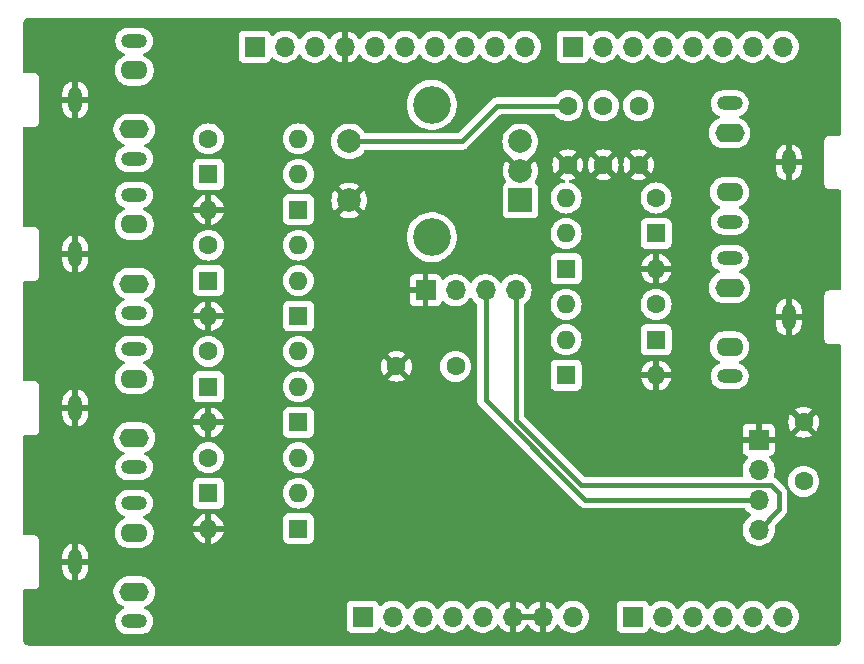
<source format=gbr>
%TF.GenerationSoftware,KiCad,Pcbnew,8.0.5*%
%TF.CreationDate,2024-10-10T20:00:25+01:00*%
%TF.ProjectId,ArduinoClockGenShield,41726475-696e-46f4-936c-6f636b47656e,rev?*%
%TF.SameCoordinates,Original*%
%TF.FileFunction,Copper,L2,Bot*%
%TF.FilePolarity,Positive*%
%FSLAX46Y46*%
G04 Gerber Fmt 4.6, Leading zero omitted, Abs format (unit mm)*
G04 Created by KiCad (PCBNEW 8.0.5) date 2024-10-10 20:00:25*
%MOMM*%
%LPD*%
G01*
G04 APERTURE LIST*
%TA.AperFunction,ComponentPad*%
%ADD10R,1.700000X1.700000*%
%TD*%
%TA.AperFunction,ComponentPad*%
%ADD11O,1.700000X1.700000*%
%TD*%
%TA.AperFunction,ComponentPad*%
%ADD12C,1.600000*%
%TD*%
%TA.AperFunction,ComponentPad*%
%ADD13O,1.600000X1.600000*%
%TD*%
%TA.AperFunction,ComponentPad*%
%ADD14R,1.600000X1.600000*%
%TD*%
%TA.AperFunction,ComponentPad*%
%ADD15O,2.200000X1.200000*%
%TD*%
%TA.AperFunction,ComponentPad*%
%ADD16O,2.300000X1.600000*%
%TD*%
%TA.AperFunction,ComponentPad*%
%ADD17O,1.200000X2.200000*%
%TD*%
%TA.AperFunction,ComponentPad*%
%ADD18O,2.500000X1.600000*%
%TD*%
%TA.AperFunction,ComponentPad*%
%ADD19R,2.000000X2.000000*%
%TD*%
%TA.AperFunction,ComponentPad*%
%ADD20C,2.000000*%
%TD*%
%TA.AperFunction,ComponentPad*%
%ADD21C,3.200000*%
%TD*%
%TA.AperFunction,Conductor*%
%ADD22C,0.400000*%
%TD*%
G04 APERTURE END LIST*
D10*
%TO.P,J1,1,Pin_1*%
%TO.N,unconnected-(J1-Pin_1-Pad1)*%
X127940000Y-97460000D03*
D11*
%TO.P,J1,2,Pin_2*%
%TO.N,/IOREF*%
X130480000Y-97460000D03*
%TO.P,J1,3,Pin_3*%
%TO.N,/~{RESET}*%
X133020000Y-97460000D03*
%TO.P,J1,4,Pin_4*%
%TO.N,+3V3*%
X135560000Y-97460000D03*
%TO.P,J1,5,Pin_5*%
%TO.N,+5V*%
X138100000Y-97460000D03*
%TO.P,J1,6,Pin_6*%
%TO.N,GND*%
X140640000Y-97460000D03*
%TO.P,J1,7,Pin_7*%
X143180000Y-97460000D03*
%TO.P,J1,8,Pin_8*%
%TO.N,VCC*%
X145720000Y-97460000D03*
%TD*%
D10*
%TO.P,J3,1,Pin_1*%
%TO.N,/A0*%
X150800000Y-97460000D03*
D11*
%TO.P,J3,2,Pin_2*%
%TO.N,/A1*%
X153340000Y-97460000D03*
%TO.P,J3,3,Pin_3*%
%TO.N,/A2*%
X155880000Y-97460000D03*
%TO.P,J3,4,Pin_4*%
%TO.N,/A3*%
X158420000Y-97460000D03*
%TO.P,J3,5,Pin_5*%
%TO.N,/LCD_SDA*%
X160960000Y-97460000D03*
%TO.P,J3,6,Pin_6*%
%TO.N,/LCD_SCL*%
X163500000Y-97460000D03*
%TD*%
D10*
%TO.P,J2,1,Pin_1*%
%TO.N,/LCD_SCL*%
X118796000Y-49200000D03*
D11*
%TO.P,J2,2,Pin_2*%
%TO.N,/LCD_SDA*%
X121336000Y-49200000D03*
%TO.P,J2,3,Pin_3*%
%TO.N,/AREF*%
X123876000Y-49200000D03*
%TO.P,J2,4,Pin_4*%
%TO.N,GND*%
X126416000Y-49200000D03*
%TO.P,J2,5,Pin_5*%
%TO.N,/13*%
X128956000Y-49200000D03*
%TO.P,J2,6,Pin_6*%
%TO.N,/12*%
X131496000Y-49200000D03*
%TO.P,J2,7,Pin_7*%
%TO.N,/\u002A11*%
X134036000Y-49200000D03*
%TO.P,J2,8,Pin_8*%
%TO.N,/\u002A10*%
X136576000Y-49200000D03*
%TO.P,J2,9,Pin_9*%
%TO.N,/\u002A9*%
X139116000Y-49200000D03*
%TO.P,J2,10,Pin_10*%
%TO.N,/8*%
X141656000Y-49200000D03*
%TD*%
D10*
%TO.P,J4,1,Pin_1*%
%TO.N,/7*%
X145720000Y-49200000D03*
D11*
%TO.P,J4,2,Pin_2*%
%TO.N,/\u002A6*%
X148260000Y-49200000D03*
%TO.P,J4,3,Pin_3*%
%TO.N,/\u002A5*%
X150800000Y-49200000D03*
%TO.P,J4,4,Pin_4*%
%TO.N,/4*%
X153340000Y-49200000D03*
%TO.P,J4,5,Pin_5*%
%TO.N,/\u002A3*%
X155880000Y-49200000D03*
%TO.P,J4,6,Pin_6*%
%TO.N,/2*%
X158420000Y-49200000D03*
%TO.P,J4,7,Pin_7*%
%TO.N,/TX{slash}1*%
X160960000Y-49200000D03*
%TO.P,J4,8,Pin_8*%
%TO.N,/RX{slash}0*%
X163500000Y-49200000D03*
%TD*%
D12*
%TO.P,C1,1*%
%TO.N,+5V*%
X165278000Y-85990000D03*
%TO.P,C1,2*%
%TO.N,GND*%
X165278000Y-80990000D03*
%TD*%
%TO.P,R2,1*%
%TO.N,Net-(J6-PadT)*%
X114880000Y-66000000D03*
D13*
%TO.P,R2,2*%
%TO.N,/12*%
X122500000Y-66000000D03*
%TD*%
D10*
%TO.P,A2,1,Pin_1*%
%TO.N,GND*%
X133260000Y-69820000D03*
D11*
%TO.P,A2,2,Pin_2*%
%TO.N,+5V*%
X135800000Y-69820000D03*
%TO.P,A2,3,Pin_3*%
%TO.N,/LCD_SCL*%
X138340000Y-69820000D03*
%TO.P,A2,4,Pin_4*%
%TO.N,/LCD_SDA*%
X140880000Y-69820000D03*
%TD*%
D12*
%TO.P,C4,1*%
%TO.N,/\u002A6*%
X145310000Y-54200000D03*
%TO.P,C4,2*%
%TO.N,GND*%
X145310000Y-59200000D03*
%TD*%
D14*
%TO.P,D1,1,K*%
%TO.N,+5V*%
X114880000Y-60000000D03*
D13*
%TO.P,D1,2,A*%
%TO.N,/13*%
X122500000Y-60000000D03*
%TD*%
D15*
%TO.P,J10,R*%
%TO.N,unconnected-(J10-PadR)*%
X159000000Y-64000000D03*
D16*
%TO.P,J10,RN*%
%TO.N,unconnected-(J10-PadRN)*%
X159000000Y-61500000D03*
D17*
%TO.P,J10,S*%
%TO.N,GND*%
X164000000Y-59000000D03*
D15*
%TO.P,J10,T*%
%TO.N,Net-(J10-PadT)*%
X159000000Y-54000000D03*
D18*
%TO.P,J10,TN*%
%TO.N,unconnected-(J10-PadTN)*%
X159000000Y-56500000D03*
%TD*%
D12*
%TO.P,R4,1*%
%TO.N,Net-(J8-PadT)*%
X114880000Y-84000000D03*
D13*
%TO.P,R4,2*%
%TO.N,/\u002A10*%
X122500000Y-84000000D03*
%TD*%
D15*
%TO.P,J8,R*%
%TO.N,unconnected-(J8-PadR)*%
X108600000Y-87850000D03*
D16*
%TO.P,J8,RN*%
%TO.N,unconnected-(J8-PadRN)*%
X108600000Y-90350000D03*
D17*
%TO.P,J8,S*%
%TO.N,GND*%
X103600000Y-92850000D03*
D15*
%TO.P,J8,T*%
%TO.N,Net-(J8-PadT)*%
X108600000Y-97850000D03*
D18*
%TO.P,J8,TN*%
%TO.N,unconnected-(J8-PadTN)*%
X108600000Y-95350000D03*
%TD*%
D15*
%TO.P,J9,R*%
%TO.N,unconnected-(J9-PadR)*%
X159000000Y-77100000D03*
D16*
%TO.P,J9,RN*%
%TO.N,unconnected-(J9-PadRN)*%
X159000000Y-74600000D03*
D17*
%TO.P,J9,S*%
%TO.N,GND*%
X164000000Y-72100000D03*
D15*
%TO.P,J9,T*%
%TO.N,Net-(J9-PadT)*%
X159000000Y-67100000D03*
D18*
%TO.P,J9,TN*%
%TO.N,unconnected-(J9-PadTN)*%
X159000000Y-69600000D03*
%TD*%
D14*
%TO.P,D8,1,K*%
%TO.N,/\u002A10*%
X122500000Y-90000000D03*
D13*
%TO.P,D8,2,A*%
%TO.N,GND*%
X114880000Y-90000000D03*
%TD*%
D19*
%TO.P,SW1,A,A*%
%TO.N,/4*%
X141290000Y-62220000D03*
D20*
%TO.P,SW1,B,B*%
%TO.N,/\u002A5*%
X141290000Y-57220000D03*
%TO.P,SW1,C,C*%
%TO.N,GND*%
X141290000Y-59720000D03*
D21*
%TO.P,SW1,MP*%
%TO.N,N/C*%
X133790000Y-65320000D03*
X133790000Y-54120000D03*
D20*
%TO.P,SW1,S1,S1*%
%TO.N,/\u002A6*%
X126790000Y-57220000D03*
%TO.P,SW1,S2,S2*%
%TO.N,GND*%
X126790000Y-62220000D03*
%TD*%
D14*
%TO.P,D7,1,K*%
%TO.N,+5V*%
X114880000Y-87000000D03*
D13*
%TO.P,D7,2,A*%
%TO.N,/\u002A10*%
X122500000Y-87000000D03*
%TD*%
D14*
%TO.P,D12,1,K*%
%TO.N,/\u002A3*%
X145160000Y-68010000D03*
D13*
%TO.P,D12,2,A*%
%TO.N,GND*%
X152780000Y-68010000D03*
%TD*%
D12*
%TO.P,R5,1*%
%TO.N,Net-(J9-PadT)*%
X152780000Y-71010000D03*
D13*
%TO.P,R5,2*%
%TO.N,/2*%
X145160000Y-71010000D03*
%TD*%
D12*
%TO.P,R6,1*%
%TO.N,Net-(J10-PadT)*%
X152780000Y-62010000D03*
D13*
%TO.P,R6,2*%
%TO.N,/\u002A3*%
X145160000Y-62010000D03*
%TD*%
D14*
%TO.P,D2,1,K*%
%TO.N,/13*%
X122500000Y-63000000D03*
D13*
%TO.P,D2,2,A*%
%TO.N,GND*%
X114880000Y-63000000D03*
%TD*%
D14*
%TO.P,D3,1,K*%
%TO.N,+5V*%
X114880000Y-69000000D03*
D13*
%TO.P,D3,2,A*%
%TO.N,/12*%
X122500000Y-69000000D03*
%TD*%
D14*
%TO.P,D11,1,K*%
%TO.N,+5V*%
X152780000Y-65010000D03*
D13*
%TO.P,D11,2,A*%
%TO.N,/\u002A3*%
X145160000Y-65010000D03*
%TD*%
D14*
%TO.P,D5,1,K*%
%TO.N,+5V*%
X114880000Y-78000000D03*
D13*
%TO.P,D5,2,A*%
%TO.N,/\u002A11*%
X122500000Y-78000000D03*
%TD*%
D12*
%TO.P,C5,1*%
%TO.N,GND*%
X130800000Y-76260000D03*
%TO.P,C5,2*%
%TO.N,+5V*%
X135800000Y-76260000D03*
%TD*%
D15*
%TO.P,J6,R*%
%TO.N,unconnected-(J6-PadR)*%
X108600000Y-61750000D03*
D16*
%TO.P,J6,RN*%
%TO.N,unconnected-(J6-PadRN)*%
X108600000Y-64250000D03*
D17*
%TO.P,J6,S*%
%TO.N,GND*%
X103600000Y-66750000D03*
D15*
%TO.P,J6,T*%
%TO.N,Net-(J6-PadT)*%
X108600000Y-71750000D03*
D18*
%TO.P,J6,TN*%
%TO.N,unconnected-(J6-PadTN)*%
X108600000Y-69250000D03*
%TD*%
D14*
%TO.P,D9,1,K*%
%TO.N,+5V*%
X152780000Y-74010000D03*
D13*
%TO.P,D9,2,A*%
%TO.N,/2*%
X145160000Y-74010000D03*
%TD*%
D12*
%TO.P,C2,1*%
%TO.N,/4*%
X151310000Y-54200000D03*
%TO.P,C2,2*%
%TO.N,GND*%
X151310000Y-59200000D03*
%TD*%
D14*
%TO.P,D4,1,K*%
%TO.N,/12*%
X122500000Y-72000000D03*
D13*
%TO.P,D4,2,A*%
%TO.N,GND*%
X114880000Y-72000000D03*
%TD*%
D10*
%TO.P,A1,1,Pin_1*%
%TO.N,GND*%
X161468000Y-82474000D03*
D11*
%TO.P,A1,2,Pin_2*%
%TO.N,+5V*%
X161468000Y-85014000D03*
%TO.P,A1,3,Pin_3*%
%TO.N,/LCD_SCL*%
X161468000Y-87554000D03*
%TO.P,A1,4,Pin_4*%
%TO.N,/LCD_SDA*%
X161468000Y-90094000D03*
%TD*%
D12*
%TO.P,R1,1*%
%TO.N,Net-(J5-PadT)*%
X114880000Y-57000000D03*
D13*
%TO.P,R1,2*%
%TO.N,/13*%
X122500000Y-57000000D03*
%TD*%
D12*
%TO.P,C3,1*%
%TO.N,/\u002A5*%
X148310000Y-54200000D03*
%TO.P,C3,2*%
%TO.N,GND*%
X148310000Y-59200000D03*
%TD*%
D15*
%TO.P,J5,R*%
%TO.N,unconnected-(J5-PadR)*%
X108600000Y-48700000D03*
D16*
%TO.P,J5,RN*%
%TO.N,unconnected-(J5-PadRN)*%
X108600000Y-51200000D03*
D17*
%TO.P,J5,S*%
%TO.N,GND*%
X103600000Y-53700000D03*
D15*
%TO.P,J5,T*%
%TO.N,Net-(J5-PadT)*%
X108600000Y-58700000D03*
D18*
%TO.P,J5,TN*%
%TO.N,unconnected-(J5-PadTN)*%
X108600000Y-56200000D03*
%TD*%
D14*
%TO.P,D10,1,K*%
%TO.N,/2*%
X145160000Y-77010000D03*
D13*
%TO.P,D10,2,A*%
%TO.N,GND*%
X152780000Y-77010000D03*
%TD*%
D15*
%TO.P,J7,R*%
%TO.N,unconnected-(J7-PadR)*%
X108600000Y-74800000D03*
D16*
%TO.P,J7,RN*%
%TO.N,unconnected-(J7-PadRN)*%
X108600000Y-77300000D03*
D17*
%TO.P,J7,S*%
%TO.N,GND*%
X103600000Y-79800000D03*
D15*
%TO.P,J7,T*%
%TO.N,Net-(J7-PadT)*%
X108600000Y-84800000D03*
D18*
%TO.P,J7,TN*%
%TO.N,unconnected-(J7-PadTN)*%
X108600000Y-82300000D03*
%TD*%
D14*
%TO.P,D6,1,K*%
%TO.N,/\u002A11*%
X122500000Y-81000000D03*
D13*
%TO.P,D6,2,A*%
%TO.N,GND*%
X114880000Y-81000000D03*
%TD*%
D12*
%TO.P,R3,1*%
%TO.N,Net-(J7-PadT)*%
X114880000Y-75000000D03*
D13*
%TO.P,R3,2*%
%TO.N,/\u002A11*%
X122500000Y-75000000D03*
%TD*%
D22*
%TO.N,/\u002A6*%
X145310000Y-54200000D02*
X139330000Y-54200000D01*
X139330000Y-54200000D02*
X136310000Y-57220000D01*
X136310000Y-57220000D02*
X126790000Y-57220000D01*
%TO.N,/LCD_SDA*%
X140880000Y-69820000D02*
X140880000Y-80781472D01*
X162484000Y-86304000D02*
X163180000Y-87000000D01*
X146402528Y-86304000D02*
X162484000Y-86304000D01*
X163180000Y-88382000D02*
X161468000Y-90094000D01*
X140880000Y-80781472D02*
X146402528Y-86304000D01*
X163180000Y-87000000D02*
X163180000Y-88382000D01*
%TO.N,/LCD_SCL*%
X146804000Y-87554000D02*
X138340000Y-79090000D01*
X161468000Y-87554000D02*
X146804000Y-87554000D01*
X138340000Y-79090000D02*
X138340000Y-69820000D01*
%TD*%
%TA.AperFunction,Conductor*%
%TO.N,GND*%
G36*
X142714075Y-97267007D02*
G01*
X142680000Y-97394174D01*
X142680000Y-97525826D01*
X142714075Y-97652993D01*
X142746988Y-97710000D01*
X141073012Y-97710000D01*
X141105925Y-97652993D01*
X141140000Y-97525826D01*
X141140000Y-97394174D01*
X141105925Y-97267007D01*
X141073012Y-97210000D01*
X142746988Y-97210000D01*
X142714075Y-97267007D01*
G37*
%TD.AperFunction*%
%TA.AperFunction,Conductor*%
G36*
X167868783Y-46736928D02*
G01*
X167878770Y-46736493D01*
X167878771Y-46736494D01*
X167896328Y-46735731D01*
X167910221Y-46735906D01*
X168001051Y-46742161D01*
X168028360Y-46747157D01*
X168108810Y-46771440D01*
X168134324Y-46782389D01*
X168200853Y-46820263D01*
X168207321Y-46823946D01*
X168207355Y-46823965D01*
X168229789Y-46840312D01*
X168291744Y-46897105D01*
X168309975Y-46918033D01*
X168357736Y-46987183D01*
X168370854Y-47011643D01*
X168402028Y-47089681D01*
X168402029Y-47089683D01*
X168409377Y-47116458D01*
X168417690Y-47169431D01*
X168420130Y-47184982D01*
X168423001Y-47203273D01*
X168424500Y-47222497D01*
X168424500Y-56600500D01*
X168404815Y-56667539D01*
X168352011Y-56713294D01*
X168300500Y-56724500D01*
X167524531Y-56724500D01*
X167500000Y-56724500D01*
X167437399Y-56724500D01*
X167356775Y-56746103D01*
X167316463Y-56756905D01*
X167208037Y-56819504D01*
X167208034Y-56819506D01*
X167119506Y-56908034D01*
X167119504Y-56908037D01*
X167056905Y-57016463D01*
X167056905Y-57016464D01*
X167024500Y-57137399D01*
X167024500Y-57184982D01*
X167024500Y-60775469D01*
X167024500Y-60800000D01*
X167024500Y-60862601D01*
X167056905Y-60983536D01*
X167119505Y-61091964D01*
X167208036Y-61180495D01*
X167316464Y-61243095D01*
X167437399Y-61275500D01*
X167484982Y-61275500D01*
X168300500Y-61275500D01*
X168367539Y-61295185D01*
X168413294Y-61347989D01*
X168424500Y-61399500D01*
X168424500Y-69700500D01*
X168404815Y-69767539D01*
X168352011Y-69813294D01*
X168300500Y-69824500D01*
X167524531Y-69824500D01*
X167500000Y-69824500D01*
X167437399Y-69824500D01*
X167363506Y-69844300D01*
X167316463Y-69856905D01*
X167208037Y-69919504D01*
X167208034Y-69919506D01*
X167119506Y-70008034D01*
X167119504Y-70008037D01*
X167056905Y-70116463D01*
X167056905Y-70116464D01*
X167024500Y-70237399D01*
X167024500Y-70284982D01*
X167024500Y-73875469D01*
X167024500Y-73900000D01*
X167024500Y-73962601D01*
X167056905Y-74083536D01*
X167119505Y-74191964D01*
X167208036Y-74280495D01*
X167316464Y-74343095D01*
X167437399Y-74375500D01*
X167484982Y-74375500D01*
X168300500Y-74375500D01*
X168367539Y-74395185D01*
X168413294Y-74447989D01*
X168424500Y-74499500D01*
X168424500Y-99393039D01*
X168423720Y-99406923D01*
X168412914Y-99502828D01*
X168406735Y-99529899D01*
X168377173Y-99614382D01*
X168365126Y-99639399D01*
X168317502Y-99715192D01*
X168300189Y-99736901D01*
X168236901Y-99800189D01*
X168215192Y-99817502D01*
X168139399Y-99865126D01*
X168114382Y-99877173D01*
X168029899Y-99906735D01*
X168002828Y-99912914D01*
X167938670Y-99920143D01*
X167906921Y-99923720D01*
X167893040Y-99924500D01*
X99834577Y-99924500D01*
X99817641Y-99922480D01*
X99796115Y-99924135D01*
X99786612Y-99924500D01*
X99784426Y-99924500D01*
X99780027Y-99924422D01*
X99771942Y-99924135D01*
X99673445Y-99920638D01*
X99645982Y-99916552D01*
X99548249Y-99890566D01*
X99522383Y-99880472D01*
X99432884Y-99833392D01*
X99409913Y-99817796D01*
X99333128Y-99751977D01*
X99314201Y-99731659D01*
X99253989Y-99650406D01*
X99240059Y-99626386D01*
X99199438Y-99533775D01*
X99191203Y-99507261D01*
X99174180Y-99418255D01*
X99174357Y-99370756D01*
X99175498Y-99365022D01*
X99175500Y-99365018D01*
X99175500Y-99361410D01*
X99176308Y-99347276D01*
X99176316Y-99347201D01*
X99176720Y-99343685D01*
X99176718Y-99343680D01*
X99175918Y-99333943D01*
X99175500Y-99323770D01*
X99175500Y-95249500D01*
X99176229Y-95247019D01*
X106841500Y-95247019D01*
X106841500Y-95452980D01*
X106873719Y-95656408D01*
X106937367Y-95852294D01*
X107030873Y-96035806D01*
X107151926Y-96202423D01*
X107151930Y-96202428D01*
X107297571Y-96348069D01*
X107297576Y-96348073D01*
X107399172Y-96421886D01*
X107464197Y-96469129D01*
X107647710Y-96562634D01*
X107698362Y-96579092D01*
X107756036Y-96618528D01*
X107783235Y-96682887D01*
X107771321Y-96751733D01*
X107724077Y-96803209D01*
X107698363Y-96814952D01*
X107674491Y-96822708D01*
X107674483Y-96822711D01*
X107519015Y-96901928D01*
X107377867Y-97004477D01*
X107377862Y-97004481D01*
X107254481Y-97127862D01*
X107254477Y-97127867D01*
X107151928Y-97269015D01*
X107072711Y-97424483D01*
X107072710Y-97424486D01*
X107018795Y-97590424D01*
X106991500Y-97762759D01*
X106991500Y-97937240D01*
X107018795Y-98109575D01*
X107072710Y-98275513D01*
X107072711Y-98275516D01*
X107115065Y-98358638D01*
X107145925Y-98419204D01*
X107151928Y-98430984D01*
X107254477Y-98572132D01*
X107254481Y-98572137D01*
X107377862Y-98695518D01*
X107377867Y-98695522D01*
X107467838Y-98760889D01*
X107519019Y-98798074D01*
X107620646Y-98849856D01*
X107674483Y-98877288D01*
X107674486Y-98877289D01*
X107757455Y-98904246D01*
X107840426Y-98931205D01*
X108012759Y-98958500D01*
X108012760Y-98958500D01*
X109187240Y-98958500D01*
X109187241Y-98958500D01*
X109359574Y-98931205D01*
X109525516Y-98877288D01*
X109680981Y-98798074D01*
X109822139Y-98695517D01*
X109945517Y-98572139D01*
X110048074Y-98430981D01*
X110127288Y-98275516D01*
X110181205Y-98109574D01*
X110208500Y-97937241D01*
X110208500Y-97762759D01*
X110181205Y-97590426D01*
X110127288Y-97424484D01*
X110127288Y-97424483D01*
X110099856Y-97370646D01*
X110048074Y-97269019D01*
X110023814Y-97235628D01*
X109945522Y-97127867D01*
X109945518Y-97127862D01*
X109822137Y-97004481D01*
X109822132Y-97004477D01*
X109680984Y-96901928D01*
X109680983Y-96901927D01*
X109680981Y-96901926D01*
X109525516Y-96822712D01*
X109525504Y-96822708D01*
X109501637Y-96814953D01*
X109443962Y-96775515D01*
X109416764Y-96711156D01*
X109428679Y-96642310D01*
X109475923Y-96590834D01*
X109501634Y-96579092D01*
X109552290Y-96562634D01*
X109554820Y-96561345D01*
X126581500Y-96561345D01*
X126581500Y-98358654D01*
X126588011Y-98419202D01*
X126588011Y-98419204D01*
X126639111Y-98556204D01*
X126726739Y-98673261D01*
X126843796Y-98760889D01*
X126980799Y-98811989D01*
X127008050Y-98814918D01*
X127041345Y-98818499D01*
X127041362Y-98818500D01*
X128838638Y-98818500D01*
X128838654Y-98818499D01*
X128865692Y-98815591D01*
X128899201Y-98811989D01*
X129036204Y-98760889D01*
X129153261Y-98673261D01*
X129240889Y-98556204D01*
X129286138Y-98434887D01*
X129328009Y-98378956D01*
X129393474Y-98354539D01*
X129461746Y-98369391D01*
X129493545Y-98394236D01*
X129556760Y-98462906D01*
X129734424Y-98601189D01*
X129734425Y-98601189D01*
X129734427Y-98601191D01*
X129794314Y-98633600D01*
X129932426Y-98708342D01*
X130145365Y-98781444D01*
X130367431Y-98818500D01*
X130592569Y-98818500D01*
X130814635Y-98781444D01*
X131027574Y-98708342D01*
X131225576Y-98601189D01*
X131403240Y-98462906D01*
X131524594Y-98331082D01*
X131555715Y-98297276D01*
X131555715Y-98297275D01*
X131555722Y-98297268D01*
X131646193Y-98158790D01*
X131699338Y-98113437D01*
X131768569Y-98104013D01*
X131831905Y-98133515D01*
X131853804Y-98158787D01*
X131944278Y-98297268D01*
X131944283Y-98297273D01*
X131944284Y-98297276D01*
X132067373Y-98430984D01*
X132096760Y-98462906D01*
X132274424Y-98601189D01*
X132274425Y-98601189D01*
X132274427Y-98601191D01*
X132334314Y-98633600D01*
X132472426Y-98708342D01*
X132685365Y-98781444D01*
X132907431Y-98818500D01*
X133132569Y-98818500D01*
X133354635Y-98781444D01*
X133567574Y-98708342D01*
X133765576Y-98601189D01*
X133943240Y-98462906D01*
X134064594Y-98331082D01*
X134095715Y-98297276D01*
X134095715Y-98297275D01*
X134095722Y-98297268D01*
X134186193Y-98158790D01*
X134239338Y-98113437D01*
X134308569Y-98104013D01*
X134371905Y-98133515D01*
X134393804Y-98158787D01*
X134484278Y-98297268D01*
X134484283Y-98297273D01*
X134484284Y-98297276D01*
X134607373Y-98430984D01*
X134636760Y-98462906D01*
X134814424Y-98601189D01*
X134814425Y-98601189D01*
X134814427Y-98601191D01*
X134874314Y-98633600D01*
X135012426Y-98708342D01*
X135225365Y-98781444D01*
X135447431Y-98818500D01*
X135672569Y-98818500D01*
X135894635Y-98781444D01*
X136107574Y-98708342D01*
X136305576Y-98601189D01*
X136483240Y-98462906D01*
X136604594Y-98331082D01*
X136635715Y-98297276D01*
X136635715Y-98297275D01*
X136635722Y-98297268D01*
X136726193Y-98158790D01*
X136779338Y-98113437D01*
X136848569Y-98104013D01*
X136911905Y-98133515D01*
X136933804Y-98158787D01*
X137024278Y-98297268D01*
X137024283Y-98297273D01*
X137024284Y-98297276D01*
X137147373Y-98430984D01*
X137176760Y-98462906D01*
X137354424Y-98601189D01*
X137354425Y-98601189D01*
X137354427Y-98601191D01*
X137414314Y-98633600D01*
X137552426Y-98708342D01*
X137765365Y-98781444D01*
X137987431Y-98818500D01*
X138212569Y-98818500D01*
X138434635Y-98781444D01*
X138647574Y-98708342D01*
X138845576Y-98601189D01*
X139023240Y-98462906D01*
X139144594Y-98331082D01*
X139175715Y-98297276D01*
X139175715Y-98297275D01*
X139175722Y-98297268D01*
X139269749Y-98153347D01*
X139322894Y-98107994D01*
X139392125Y-98098570D01*
X139455461Y-98128072D01*
X139475130Y-98150048D01*
X139601890Y-98331078D01*
X139768917Y-98498105D01*
X139962421Y-98633600D01*
X140176507Y-98733429D01*
X140176516Y-98733433D01*
X140390000Y-98790634D01*
X140390000Y-97893012D01*
X140447007Y-97925925D01*
X140574174Y-97960000D01*
X140705826Y-97960000D01*
X140832993Y-97925925D01*
X140890000Y-97893012D01*
X140890000Y-98790633D01*
X141103483Y-98733433D01*
X141103492Y-98733429D01*
X141317578Y-98633600D01*
X141511082Y-98498105D01*
X141678105Y-98331082D01*
X141808425Y-98144968D01*
X141863002Y-98101344D01*
X141932501Y-98094151D01*
X141994855Y-98125673D01*
X142011575Y-98144968D01*
X142141894Y-98331082D01*
X142308917Y-98498105D01*
X142502421Y-98633600D01*
X142716507Y-98733429D01*
X142716516Y-98733433D01*
X142930000Y-98790634D01*
X142930000Y-97893012D01*
X142987007Y-97925925D01*
X143114174Y-97960000D01*
X143245826Y-97960000D01*
X143372993Y-97925925D01*
X143430000Y-97893012D01*
X143430000Y-98790633D01*
X143643483Y-98733433D01*
X143643492Y-98733429D01*
X143857578Y-98633600D01*
X144051082Y-98498105D01*
X144218105Y-98331082D01*
X144344868Y-98150048D01*
X144399445Y-98106423D01*
X144468944Y-98099231D01*
X144531298Y-98130753D01*
X144550251Y-98153350D01*
X144644276Y-98297265D01*
X144644284Y-98297276D01*
X144767373Y-98430984D01*
X144796760Y-98462906D01*
X144974424Y-98601189D01*
X144974425Y-98601189D01*
X144974427Y-98601191D01*
X145034314Y-98633600D01*
X145172426Y-98708342D01*
X145385365Y-98781444D01*
X145607431Y-98818500D01*
X145832569Y-98818500D01*
X146054635Y-98781444D01*
X146267574Y-98708342D01*
X146465576Y-98601189D01*
X146643240Y-98462906D01*
X146764594Y-98331082D01*
X146795715Y-98297276D01*
X146795717Y-98297273D01*
X146795722Y-98297268D01*
X146918860Y-98108791D01*
X147009296Y-97902616D01*
X147064564Y-97684368D01*
X147067164Y-97652993D01*
X147083156Y-97460005D01*
X147083156Y-97459994D01*
X147064565Y-97235640D01*
X147064563Y-97235628D01*
X147009296Y-97017385D01*
X147003634Y-97004477D01*
X146918860Y-96811209D01*
X146913633Y-96803209D01*
X146795723Y-96622734D01*
X146795715Y-96622723D01*
X146739212Y-96561345D01*
X149441500Y-96561345D01*
X149441500Y-98358654D01*
X149448011Y-98419202D01*
X149448011Y-98419204D01*
X149499111Y-98556204D01*
X149586739Y-98673261D01*
X149703796Y-98760889D01*
X149840799Y-98811989D01*
X149868050Y-98814918D01*
X149901345Y-98818499D01*
X149901362Y-98818500D01*
X151698638Y-98818500D01*
X151698654Y-98818499D01*
X151725692Y-98815591D01*
X151759201Y-98811989D01*
X151896204Y-98760889D01*
X152013261Y-98673261D01*
X152100889Y-98556204D01*
X152146138Y-98434887D01*
X152188009Y-98378956D01*
X152253474Y-98354539D01*
X152321746Y-98369391D01*
X152353545Y-98394236D01*
X152416760Y-98462906D01*
X152594424Y-98601189D01*
X152594425Y-98601189D01*
X152594427Y-98601191D01*
X152654314Y-98633600D01*
X152792426Y-98708342D01*
X153005365Y-98781444D01*
X153227431Y-98818500D01*
X153452569Y-98818500D01*
X153674635Y-98781444D01*
X153887574Y-98708342D01*
X154085576Y-98601189D01*
X154263240Y-98462906D01*
X154384594Y-98331082D01*
X154415715Y-98297276D01*
X154415715Y-98297275D01*
X154415722Y-98297268D01*
X154506193Y-98158790D01*
X154559338Y-98113437D01*
X154628569Y-98104013D01*
X154691905Y-98133515D01*
X154713804Y-98158787D01*
X154804278Y-98297268D01*
X154804283Y-98297273D01*
X154804284Y-98297276D01*
X154927373Y-98430984D01*
X154956760Y-98462906D01*
X155134424Y-98601189D01*
X155134425Y-98601189D01*
X155134427Y-98601191D01*
X155194314Y-98633600D01*
X155332426Y-98708342D01*
X155545365Y-98781444D01*
X155767431Y-98818500D01*
X155992569Y-98818500D01*
X156214635Y-98781444D01*
X156427574Y-98708342D01*
X156625576Y-98601189D01*
X156803240Y-98462906D01*
X156924594Y-98331082D01*
X156955715Y-98297276D01*
X156955715Y-98297275D01*
X156955722Y-98297268D01*
X157046193Y-98158790D01*
X157099338Y-98113437D01*
X157168569Y-98104013D01*
X157231905Y-98133515D01*
X157253804Y-98158787D01*
X157344278Y-98297268D01*
X157344283Y-98297273D01*
X157344284Y-98297276D01*
X157467373Y-98430984D01*
X157496760Y-98462906D01*
X157674424Y-98601189D01*
X157674425Y-98601189D01*
X157674427Y-98601191D01*
X157734314Y-98633600D01*
X157872426Y-98708342D01*
X158085365Y-98781444D01*
X158307431Y-98818500D01*
X158532569Y-98818500D01*
X158754635Y-98781444D01*
X158967574Y-98708342D01*
X159165576Y-98601189D01*
X159343240Y-98462906D01*
X159464594Y-98331082D01*
X159495715Y-98297276D01*
X159495715Y-98297275D01*
X159495722Y-98297268D01*
X159586193Y-98158790D01*
X159639338Y-98113437D01*
X159708569Y-98104013D01*
X159771905Y-98133515D01*
X159793804Y-98158787D01*
X159884278Y-98297268D01*
X159884283Y-98297273D01*
X159884284Y-98297276D01*
X160007373Y-98430984D01*
X160036760Y-98462906D01*
X160214424Y-98601189D01*
X160214425Y-98601189D01*
X160214427Y-98601191D01*
X160274314Y-98633600D01*
X160412426Y-98708342D01*
X160625365Y-98781444D01*
X160847431Y-98818500D01*
X161072569Y-98818500D01*
X161294635Y-98781444D01*
X161507574Y-98708342D01*
X161705576Y-98601189D01*
X161883240Y-98462906D01*
X162004594Y-98331082D01*
X162035715Y-98297276D01*
X162035715Y-98297275D01*
X162035722Y-98297268D01*
X162126193Y-98158790D01*
X162179338Y-98113437D01*
X162248569Y-98104013D01*
X162311905Y-98133515D01*
X162333804Y-98158787D01*
X162424278Y-98297268D01*
X162424283Y-98297273D01*
X162424284Y-98297276D01*
X162547373Y-98430984D01*
X162576760Y-98462906D01*
X162754424Y-98601189D01*
X162754425Y-98601189D01*
X162754427Y-98601191D01*
X162814314Y-98633600D01*
X162952426Y-98708342D01*
X163165365Y-98781444D01*
X163387431Y-98818500D01*
X163612569Y-98818500D01*
X163834635Y-98781444D01*
X164047574Y-98708342D01*
X164245576Y-98601189D01*
X164423240Y-98462906D01*
X164544594Y-98331082D01*
X164575715Y-98297276D01*
X164575717Y-98297273D01*
X164575722Y-98297268D01*
X164698860Y-98108791D01*
X164789296Y-97902616D01*
X164844564Y-97684368D01*
X164847164Y-97652993D01*
X164863156Y-97460005D01*
X164863156Y-97459994D01*
X164844565Y-97235640D01*
X164844563Y-97235628D01*
X164789296Y-97017385D01*
X164783634Y-97004477D01*
X164698860Y-96811209D01*
X164693633Y-96803209D01*
X164575723Y-96622734D01*
X164575715Y-96622723D01*
X164423243Y-96457097D01*
X164423238Y-96457092D01*
X164245577Y-96318812D01*
X164245572Y-96318808D01*
X164047580Y-96211661D01*
X164047577Y-96211659D01*
X164047574Y-96211658D01*
X164047571Y-96211657D01*
X164047569Y-96211656D01*
X163834637Y-96138556D01*
X163612569Y-96101500D01*
X163387431Y-96101500D01*
X163165362Y-96138556D01*
X162952430Y-96211656D01*
X162952419Y-96211661D01*
X162754427Y-96318808D01*
X162754422Y-96318812D01*
X162576761Y-96457092D01*
X162576756Y-96457097D01*
X162424284Y-96622723D01*
X162424276Y-96622734D01*
X162333808Y-96761206D01*
X162280662Y-96806562D01*
X162211431Y-96815986D01*
X162148095Y-96786484D01*
X162126192Y-96761206D01*
X162035723Y-96622734D01*
X162035715Y-96622723D01*
X161883243Y-96457097D01*
X161883238Y-96457092D01*
X161705577Y-96318812D01*
X161705572Y-96318808D01*
X161507580Y-96211661D01*
X161507577Y-96211659D01*
X161507574Y-96211658D01*
X161507571Y-96211657D01*
X161507569Y-96211656D01*
X161294637Y-96138556D01*
X161072569Y-96101500D01*
X160847431Y-96101500D01*
X160625362Y-96138556D01*
X160412430Y-96211656D01*
X160412419Y-96211661D01*
X160214427Y-96318808D01*
X160214422Y-96318812D01*
X160036761Y-96457092D01*
X160036756Y-96457097D01*
X159884284Y-96622723D01*
X159884276Y-96622734D01*
X159793808Y-96761206D01*
X159740662Y-96806562D01*
X159671431Y-96815986D01*
X159608095Y-96786484D01*
X159586192Y-96761206D01*
X159495723Y-96622734D01*
X159495715Y-96622723D01*
X159343243Y-96457097D01*
X159343238Y-96457092D01*
X159165577Y-96318812D01*
X159165572Y-96318808D01*
X158967580Y-96211661D01*
X158967577Y-96211659D01*
X158967574Y-96211658D01*
X158967571Y-96211657D01*
X158967569Y-96211656D01*
X158754637Y-96138556D01*
X158532569Y-96101500D01*
X158307431Y-96101500D01*
X158085362Y-96138556D01*
X157872430Y-96211656D01*
X157872419Y-96211661D01*
X157674427Y-96318808D01*
X157674422Y-96318812D01*
X157496761Y-96457092D01*
X157496756Y-96457097D01*
X157344284Y-96622723D01*
X157344276Y-96622734D01*
X157253808Y-96761206D01*
X157200662Y-96806562D01*
X157131431Y-96815986D01*
X157068095Y-96786484D01*
X157046192Y-96761206D01*
X156955723Y-96622734D01*
X156955715Y-96622723D01*
X156803243Y-96457097D01*
X156803238Y-96457092D01*
X156625577Y-96318812D01*
X156625572Y-96318808D01*
X156427580Y-96211661D01*
X156427577Y-96211659D01*
X156427574Y-96211658D01*
X156427571Y-96211657D01*
X156427569Y-96211656D01*
X156214637Y-96138556D01*
X155992569Y-96101500D01*
X155767431Y-96101500D01*
X155545362Y-96138556D01*
X155332430Y-96211656D01*
X155332419Y-96211661D01*
X155134427Y-96318808D01*
X155134422Y-96318812D01*
X154956761Y-96457092D01*
X154956756Y-96457097D01*
X154804284Y-96622723D01*
X154804276Y-96622734D01*
X154713808Y-96761206D01*
X154660662Y-96806562D01*
X154591431Y-96815986D01*
X154528095Y-96786484D01*
X154506192Y-96761206D01*
X154415723Y-96622734D01*
X154415715Y-96622723D01*
X154263243Y-96457097D01*
X154263238Y-96457092D01*
X154085577Y-96318812D01*
X154085572Y-96318808D01*
X153887580Y-96211661D01*
X153887577Y-96211659D01*
X153887574Y-96211658D01*
X153887571Y-96211657D01*
X153887569Y-96211656D01*
X153674637Y-96138556D01*
X153452569Y-96101500D01*
X153227431Y-96101500D01*
X153005362Y-96138556D01*
X152792430Y-96211656D01*
X152792419Y-96211661D01*
X152594427Y-96318808D01*
X152594422Y-96318812D01*
X152416761Y-96457092D01*
X152353548Y-96525760D01*
X152293661Y-96561750D01*
X152223823Y-96559649D01*
X152166207Y-96520124D01*
X152146138Y-96485110D01*
X152100889Y-96363796D01*
X152067214Y-96318812D01*
X152013261Y-96246739D01*
X151896204Y-96159111D01*
X151759203Y-96108011D01*
X151698654Y-96101500D01*
X151698638Y-96101500D01*
X149901362Y-96101500D01*
X149901345Y-96101500D01*
X149840797Y-96108011D01*
X149840795Y-96108011D01*
X149703795Y-96159111D01*
X149586739Y-96246739D01*
X149499111Y-96363795D01*
X149448011Y-96500795D01*
X149448011Y-96500797D01*
X149441500Y-96561345D01*
X146739212Y-96561345D01*
X146643243Y-96457097D01*
X146643238Y-96457092D01*
X146465577Y-96318812D01*
X146465572Y-96318808D01*
X146267580Y-96211661D01*
X146267577Y-96211659D01*
X146267574Y-96211658D01*
X146267571Y-96211657D01*
X146267569Y-96211656D01*
X146054637Y-96138556D01*
X145832569Y-96101500D01*
X145607431Y-96101500D01*
X145385362Y-96138556D01*
X145172430Y-96211656D01*
X145172419Y-96211661D01*
X144974427Y-96318808D01*
X144974422Y-96318812D01*
X144796761Y-96457092D01*
X144796756Y-96457097D01*
X144644284Y-96622723D01*
X144644276Y-96622734D01*
X144550251Y-96766650D01*
X144497105Y-96812007D01*
X144427873Y-96821430D01*
X144364538Y-96791928D01*
X144344868Y-96769951D01*
X144218113Y-96588926D01*
X144218108Y-96588920D01*
X144051082Y-96421894D01*
X143857578Y-96286399D01*
X143643492Y-96186570D01*
X143643486Y-96186567D01*
X143430000Y-96129364D01*
X143430000Y-97026988D01*
X143372993Y-96994075D01*
X143245826Y-96960000D01*
X143114174Y-96960000D01*
X142987007Y-96994075D01*
X142930000Y-97026988D01*
X142930000Y-96129364D01*
X142929999Y-96129364D01*
X142716513Y-96186567D01*
X142716507Y-96186570D01*
X142502422Y-96286399D01*
X142502420Y-96286400D01*
X142308926Y-96421886D01*
X142308920Y-96421891D01*
X142141891Y-96588920D01*
X142141890Y-96588922D01*
X142011575Y-96775031D01*
X141956998Y-96818655D01*
X141887499Y-96825848D01*
X141825145Y-96794326D01*
X141808425Y-96775031D01*
X141678109Y-96588922D01*
X141678108Y-96588920D01*
X141511082Y-96421894D01*
X141317578Y-96286399D01*
X141103492Y-96186570D01*
X141103486Y-96186567D01*
X140890000Y-96129364D01*
X140890000Y-97026988D01*
X140832993Y-96994075D01*
X140705826Y-96960000D01*
X140574174Y-96960000D01*
X140447007Y-96994075D01*
X140390000Y-97026988D01*
X140390000Y-96129364D01*
X140389999Y-96129364D01*
X140176513Y-96186567D01*
X140176507Y-96186570D01*
X139962422Y-96286399D01*
X139962420Y-96286400D01*
X139768926Y-96421886D01*
X139768920Y-96421891D01*
X139601891Y-96588920D01*
X139601890Y-96588922D01*
X139475131Y-96769952D01*
X139420554Y-96813577D01*
X139351055Y-96820769D01*
X139288701Y-96789247D01*
X139269752Y-96766656D01*
X139175722Y-96622732D01*
X139175715Y-96622725D01*
X139175715Y-96622723D01*
X139023243Y-96457097D01*
X139023238Y-96457092D01*
X138845577Y-96318812D01*
X138845572Y-96318808D01*
X138647580Y-96211661D01*
X138647577Y-96211659D01*
X138647574Y-96211658D01*
X138647571Y-96211657D01*
X138647569Y-96211656D01*
X138434637Y-96138556D01*
X138212569Y-96101500D01*
X137987431Y-96101500D01*
X137765362Y-96138556D01*
X137552430Y-96211656D01*
X137552419Y-96211661D01*
X137354427Y-96318808D01*
X137354422Y-96318812D01*
X137176761Y-96457092D01*
X137176756Y-96457097D01*
X137024284Y-96622723D01*
X137024276Y-96622734D01*
X136933808Y-96761206D01*
X136880662Y-96806562D01*
X136811431Y-96815986D01*
X136748095Y-96786484D01*
X136726192Y-96761206D01*
X136635723Y-96622734D01*
X136635715Y-96622723D01*
X136483243Y-96457097D01*
X136483238Y-96457092D01*
X136305577Y-96318812D01*
X136305572Y-96318808D01*
X136107580Y-96211661D01*
X136107577Y-96211659D01*
X136107574Y-96211658D01*
X136107571Y-96211657D01*
X136107569Y-96211656D01*
X135894637Y-96138556D01*
X135672569Y-96101500D01*
X135447431Y-96101500D01*
X135225362Y-96138556D01*
X135012430Y-96211656D01*
X135012419Y-96211661D01*
X134814427Y-96318808D01*
X134814422Y-96318812D01*
X134636761Y-96457092D01*
X134636756Y-96457097D01*
X134484284Y-96622723D01*
X134484276Y-96622734D01*
X134393808Y-96761206D01*
X134340662Y-96806562D01*
X134271431Y-96815986D01*
X134208095Y-96786484D01*
X134186192Y-96761206D01*
X134095723Y-96622734D01*
X134095715Y-96622723D01*
X133943243Y-96457097D01*
X133943238Y-96457092D01*
X133765577Y-96318812D01*
X133765572Y-96318808D01*
X133567580Y-96211661D01*
X133567577Y-96211659D01*
X133567574Y-96211658D01*
X133567571Y-96211657D01*
X133567569Y-96211656D01*
X133354637Y-96138556D01*
X133132569Y-96101500D01*
X132907431Y-96101500D01*
X132685362Y-96138556D01*
X132472430Y-96211656D01*
X132472419Y-96211661D01*
X132274427Y-96318808D01*
X132274422Y-96318812D01*
X132096761Y-96457092D01*
X132096756Y-96457097D01*
X131944284Y-96622723D01*
X131944276Y-96622734D01*
X131853808Y-96761206D01*
X131800662Y-96806562D01*
X131731431Y-96815986D01*
X131668095Y-96786484D01*
X131646192Y-96761206D01*
X131555723Y-96622734D01*
X131555715Y-96622723D01*
X131403243Y-96457097D01*
X131403238Y-96457092D01*
X131225577Y-96318812D01*
X131225572Y-96318808D01*
X131027580Y-96211661D01*
X131027577Y-96211659D01*
X131027574Y-96211658D01*
X131027571Y-96211657D01*
X131027569Y-96211656D01*
X130814637Y-96138556D01*
X130592569Y-96101500D01*
X130367431Y-96101500D01*
X130145362Y-96138556D01*
X129932430Y-96211656D01*
X129932419Y-96211661D01*
X129734427Y-96318808D01*
X129734422Y-96318812D01*
X129556761Y-96457092D01*
X129493548Y-96525760D01*
X129433661Y-96561750D01*
X129363823Y-96559649D01*
X129306207Y-96520124D01*
X129286138Y-96485110D01*
X129240889Y-96363796D01*
X129207214Y-96318812D01*
X129153261Y-96246739D01*
X129036204Y-96159111D01*
X128899203Y-96108011D01*
X128838654Y-96101500D01*
X128838638Y-96101500D01*
X127041362Y-96101500D01*
X127041345Y-96101500D01*
X126980797Y-96108011D01*
X126980795Y-96108011D01*
X126843795Y-96159111D01*
X126726739Y-96246739D01*
X126639111Y-96363795D01*
X126588011Y-96500795D01*
X126588011Y-96500797D01*
X126581500Y-96561345D01*
X109554820Y-96561345D01*
X109735803Y-96469129D01*
X109902430Y-96348068D01*
X110048068Y-96202430D01*
X110169129Y-96035803D01*
X110262634Y-95852290D01*
X110326280Y-95656408D01*
X110358500Y-95452981D01*
X110358500Y-95247019D01*
X110334121Y-95093095D01*
X110326280Y-95043591D01*
X110262632Y-94847705D01*
X110221904Y-94767773D01*
X110169129Y-94664197D01*
X110140992Y-94625469D01*
X110048073Y-94497576D01*
X110048069Y-94497571D01*
X109902428Y-94351930D01*
X109902423Y-94351926D01*
X109735806Y-94230873D01*
X109735805Y-94230872D01*
X109735803Y-94230871D01*
X109653690Y-94189032D01*
X109552294Y-94137367D01*
X109356408Y-94073719D01*
X109180794Y-94045905D01*
X109152981Y-94041500D01*
X108047019Y-94041500D01*
X108022550Y-94045375D01*
X107843591Y-94073719D01*
X107647705Y-94137367D01*
X107464193Y-94230873D01*
X107297576Y-94351926D01*
X107297571Y-94351930D01*
X107151930Y-94497571D01*
X107151926Y-94497576D01*
X107030873Y-94664193D01*
X106937367Y-94847705D01*
X106873719Y-95043591D01*
X106841500Y-95247019D01*
X99176229Y-95247019D01*
X99195185Y-95182461D01*
X99247989Y-95136706D01*
X99299500Y-95125500D01*
X100162599Y-95125500D01*
X100162601Y-95125500D01*
X100283536Y-95093095D01*
X100391964Y-95030495D01*
X100480495Y-94941964D01*
X100543095Y-94833536D01*
X100575500Y-94712601D01*
X100575500Y-94650000D01*
X100575500Y-94625469D01*
X100575500Y-93436571D01*
X102500000Y-93436571D01*
X102527085Y-93607584D01*
X102580591Y-93772257D01*
X102659195Y-93926524D01*
X102760967Y-94066602D01*
X102883397Y-94189032D01*
X103023475Y-94290804D01*
X103177744Y-94369408D01*
X103342415Y-94422914D01*
X103342414Y-94422914D01*
X103349999Y-94424115D01*
X103850000Y-94424115D01*
X103857584Y-94422914D01*
X104022255Y-94369408D01*
X104176524Y-94290804D01*
X104316602Y-94189032D01*
X104439032Y-94066602D01*
X104540804Y-93926524D01*
X104619408Y-93772257D01*
X104672914Y-93607584D01*
X104700000Y-93436571D01*
X104700000Y-93100000D01*
X103850000Y-93100000D01*
X103850000Y-94424115D01*
X103349999Y-94424115D01*
X103350000Y-94424114D01*
X103350000Y-93100000D01*
X102500000Y-93100000D01*
X102500000Y-93436571D01*
X100575500Y-93436571D01*
X100575500Y-92263428D01*
X102500000Y-92263428D01*
X102500000Y-92600000D01*
X103350000Y-92600000D01*
X103350000Y-92310218D01*
X103400000Y-92310218D01*
X103400000Y-93389782D01*
X103430448Y-93463291D01*
X103486709Y-93519552D01*
X103560218Y-93550000D01*
X103639782Y-93550000D01*
X103713291Y-93519552D01*
X103769552Y-93463291D01*
X103800000Y-93389782D01*
X103800000Y-92600000D01*
X103850000Y-92600000D01*
X104700000Y-92600000D01*
X104700000Y-92263428D01*
X104672914Y-92092415D01*
X104619408Y-91927742D01*
X104540804Y-91773475D01*
X104439032Y-91633397D01*
X104316602Y-91510967D01*
X104176524Y-91409195D01*
X104022257Y-91330591D01*
X103857589Y-91277087D01*
X103857581Y-91277085D01*
X103850000Y-91275884D01*
X103850000Y-92600000D01*
X103800000Y-92600000D01*
X103800000Y-92310218D01*
X103769552Y-92236709D01*
X103713291Y-92180448D01*
X103639782Y-92150000D01*
X103560218Y-92150000D01*
X103486709Y-92180448D01*
X103430448Y-92236709D01*
X103400000Y-92310218D01*
X103350000Y-92310218D01*
X103350000Y-91275884D01*
X103349999Y-91275884D01*
X103342418Y-91277085D01*
X103342410Y-91277087D01*
X103177742Y-91330591D01*
X103023475Y-91409195D01*
X102883397Y-91510967D01*
X102760967Y-91633397D01*
X102659195Y-91773475D01*
X102580591Y-91927742D01*
X102527085Y-92092415D01*
X102500000Y-92263428D01*
X100575500Y-92263428D01*
X100575500Y-91034982D01*
X100575500Y-90987399D01*
X100543095Y-90866464D01*
X100480495Y-90758036D01*
X100391964Y-90669505D01*
X100283536Y-90606905D01*
X100283537Y-90606905D01*
X100243224Y-90596103D01*
X100162601Y-90574500D01*
X100162599Y-90574500D01*
X99299500Y-90574500D01*
X99232461Y-90554815D01*
X99186706Y-90502011D01*
X99175500Y-90450500D01*
X99175500Y-90247019D01*
X106941500Y-90247019D01*
X106941500Y-90452980D01*
X106973719Y-90656408D01*
X107037367Y-90852294D01*
X107130873Y-91035806D01*
X107251926Y-91202423D01*
X107251930Y-91202428D01*
X107397571Y-91348069D01*
X107397576Y-91348073D01*
X107541309Y-91452500D01*
X107564197Y-91469129D01*
X107681128Y-91528709D01*
X107747705Y-91562632D01*
X107747707Y-91562632D01*
X107747710Y-91562634D01*
X107852707Y-91596749D01*
X107943591Y-91626280D01*
X108045305Y-91642390D01*
X108147019Y-91658500D01*
X108147020Y-91658500D01*
X109052980Y-91658500D01*
X109052981Y-91658500D01*
X109256408Y-91626280D01*
X109452290Y-91562634D01*
X109635803Y-91469129D01*
X109802430Y-91348068D01*
X109948068Y-91202430D01*
X110069129Y-91035803D01*
X110162634Y-90852290D01*
X110226280Y-90656408D01*
X110258500Y-90452981D01*
X110258500Y-90247019D01*
X110258276Y-90245606D01*
X110226280Y-90043591D01*
X110169757Y-89869632D01*
X110162634Y-89847710D01*
X110162632Y-89847707D01*
X110162632Y-89847705D01*
X110128709Y-89781128D01*
X110112848Y-89749999D01*
X113601127Y-89749999D01*
X113601128Y-89750000D01*
X114564314Y-89750000D01*
X114559920Y-89754394D01*
X114507259Y-89845606D01*
X114480000Y-89947339D01*
X114480000Y-90052661D01*
X114507259Y-90154394D01*
X114559920Y-90245606D01*
X114564314Y-90250000D01*
X113601128Y-90250000D01*
X113653730Y-90446317D01*
X113653734Y-90446326D01*
X113749865Y-90652482D01*
X113880342Y-90838820D01*
X114041179Y-90999657D01*
X114227517Y-91130134D01*
X114433673Y-91226265D01*
X114433682Y-91226269D01*
X114629999Y-91278872D01*
X114630000Y-91278871D01*
X114630000Y-90315686D01*
X114634394Y-90320080D01*
X114725606Y-90372741D01*
X114827339Y-90400000D01*
X114932661Y-90400000D01*
X115034394Y-90372741D01*
X115125606Y-90320080D01*
X115130000Y-90315686D01*
X115130000Y-91278872D01*
X115326317Y-91226269D01*
X115326326Y-91226265D01*
X115532482Y-91130134D01*
X115718820Y-90999657D01*
X115879657Y-90838820D01*
X116010134Y-90652482D01*
X116106265Y-90446326D01*
X116106269Y-90446317D01*
X116158872Y-90250000D01*
X115195686Y-90250000D01*
X115200080Y-90245606D01*
X115252741Y-90154394D01*
X115280000Y-90052661D01*
X115280000Y-89947339D01*
X115252741Y-89845606D01*
X115200080Y-89754394D01*
X115195686Y-89750000D01*
X116158872Y-89750000D01*
X116158872Y-89749999D01*
X116106269Y-89553682D01*
X116106265Y-89553673D01*
X116010134Y-89347517D01*
X115879657Y-89161179D01*
X115869823Y-89151345D01*
X121191500Y-89151345D01*
X121191500Y-90848654D01*
X121198011Y-90909202D01*
X121198011Y-90909204D01*
X121244925Y-91034982D01*
X121249111Y-91046204D01*
X121336739Y-91163261D01*
X121453796Y-91250889D01*
X121590799Y-91301989D01*
X121618050Y-91304918D01*
X121651345Y-91308499D01*
X121651362Y-91308500D01*
X123348638Y-91308500D01*
X123348654Y-91308499D01*
X123375692Y-91305591D01*
X123409201Y-91301989D01*
X123546204Y-91250889D01*
X123663261Y-91163261D01*
X123750889Y-91046204D01*
X123801989Y-90909201D01*
X123807358Y-90859264D01*
X123808499Y-90848654D01*
X123808500Y-90848637D01*
X123808500Y-89151362D01*
X123808499Y-89151345D01*
X123802732Y-89097714D01*
X123801989Y-89090799D01*
X123795698Y-89073933D01*
X123768250Y-89000342D01*
X123750889Y-88953796D01*
X123663261Y-88836739D01*
X123546204Y-88749111D01*
X123409203Y-88698011D01*
X123348654Y-88691500D01*
X123348638Y-88691500D01*
X121651362Y-88691500D01*
X121651345Y-88691500D01*
X121590797Y-88698011D01*
X121590795Y-88698011D01*
X121453795Y-88749111D01*
X121336739Y-88836739D01*
X121249111Y-88953795D01*
X121198011Y-89090795D01*
X121198011Y-89090797D01*
X121191500Y-89151345D01*
X115869823Y-89151345D01*
X115718820Y-89000342D01*
X115532482Y-88869865D01*
X115326328Y-88773734D01*
X115130000Y-88721127D01*
X115130000Y-89684314D01*
X115125606Y-89679920D01*
X115034394Y-89627259D01*
X114932661Y-89600000D01*
X114827339Y-89600000D01*
X114725606Y-89627259D01*
X114634394Y-89679920D01*
X114630000Y-89684314D01*
X114630000Y-88721127D01*
X114433671Y-88773734D01*
X114227517Y-88869865D01*
X114041179Y-89000342D01*
X113880342Y-89161179D01*
X113749865Y-89347517D01*
X113653734Y-89553673D01*
X113653730Y-89553682D01*
X113601127Y-89749999D01*
X110112848Y-89749999D01*
X110069129Y-89664197D01*
X110042292Y-89627259D01*
X109948073Y-89497576D01*
X109948069Y-89497571D01*
X109802428Y-89351930D01*
X109802423Y-89351926D01*
X109635806Y-89230873D01*
X109635805Y-89230872D01*
X109635803Y-89230871D01*
X109547613Y-89185935D01*
X109452291Y-89137366D01*
X109451634Y-89137153D01*
X109451415Y-89137003D01*
X109447797Y-89135505D01*
X109448111Y-89134744D01*
X109393959Y-89097714D01*
X109366763Y-89033355D01*
X109378679Y-88964509D01*
X109425924Y-88913034D01*
X109451638Y-88901292D01*
X109525510Y-88877290D01*
X109525516Y-88877288D01*
X109540084Y-88869865D01*
X109680981Y-88798074D01*
X109822139Y-88695517D01*
X109945517Y-88572139D01*
X109945517Y-88572138D01*
X109945520Y-88572136D01*
X109945522Y-88572132D01*
X110048074Y-88430981D01*
X110127288Y-88275516D01*
X110181205Y-88109574D01*
X110208500Y-87937241D01*
X110208500Y-87762759D01*
X110181205Y-87590426D01*
X110127288Y-87424484D01*
X110127288Y-87424483D01*
X110099856Y-87370646D01*
X110048074Y-87269019D01*
X110015570Y-87224281D01*
X109945522Y-87127867D01*
X109945518Y-87127862D01*
X109822137Y-87004481D01*
X109822132Y-87004477D01*
X109680984Y-86901928D01*
X109680983Y-86901927D01*
X109680981Y-86901926D01*
X109631175Y-86876548D01*
X109525516Y-86822711D01*
X109525513Y-86822710D01*
X109359575Y-86768795D01*
X109273407Y-86755147D01*
X109187241Y-86741500D01*
X108012759Y-86741500D01*
X107955314Y-86750598D01*
X107840424Y-86768795D01*
X107674486Y-86822710D01*
X107674483Y-86822711D01*
X107519015Y-86901928D01*
X107377867Y-87004477D01*
X107377862Y-87004481D01*
X107254481Y-87127862D01*
X107254477Y-87127867D01*
X107151928Y-87269015D01*
X107072711Y-87424483D01*
X107072710Y-87424486D01*
X107018795Y-87590424D01*
X106991500Y-87762759D01*
X106991500Y-87937240D01*
X107018795Y-88109575D01*
X107072710Y-88275513D01*
X107072711Y-88275516D01*
X107151928Y-88430984D01*
X107254477Y-88572132D01*
X107254480Y-88572136D01*
X107377862Y-88695518D01*
X107377867Y-88695522D01*
X107413110Y-88721127D01*
X107519019Y-88798074D01*
X107594903Y-88836739D01*
X107674483Y-88877288D01*
X107674489Y-88877290D01*
X107748361Y-88901292D01*
X107806037Y-88940729D01*
X107833236Y-89005087D01*
X107821322Y-89073933D01*
X107774078Y-89125410D01*
X107752166Y-89135417D01*
X107752203Y-89135505D01*
X107749767Y-89136513D01*
X107748372Y-89137151D01*
X107747708Y-89137366D01*
X107564193Y-89230873D01*
X107397576Y-89351926D01*
X107397571Y-89351930D01*
X107251930Y-89497571D01*
X107251926Y-89497576D01*
X107130873Y-89664193D01*
X107037367Y-89847705D01*
X106973719Y-90043591D01*
X106941500Y-90247019D01*
X99175500Y-90247019D01*
X99175500Y-86151345D01*
X113571500Y-86151345D01*
X113571500Y-87848654D01*
X113578011Y-87909202D01*
X113578011Y-87909204D01*
X113614189Y-88006198D01*
X113629111Y-88046204D01*
X113716739Y-88163261D01*
X113833796Y-88250889D01*
X113970799Y-88301989D01*
X113998050Y-88304918D01*
X114031345Y-88308499D01*
X114031362Y-88308500D01*
X115728638Y-88308500D01*
X115728654Y-88308499D01*
X115755692Y-88305591D01*
X115789201Y-88301989D01*
X115926204Y-88250889D01*
X116043261Y-88163261D01*
X116130889Y-88046204D01*
X116181989Y-87909201D01*
X116185591Y-87875692D01*
X116188499Y-87848654D01*
X116188500Y-87848637D01*
X116188500Y-86999998D01*
X121186502Y-86999998D01*
X121186502Y-87000001D01*
X121206456Y-87228081D01*
X121206457Y-87228089D01*
X121265714Y-87449238D01*
X121265718Y-87449249D01*
X121331549Y-87590424D01*
X121362477Y-87656749D01*
X121493802Y-87844300D01*
X121655700Y-88006198D01*
X121843251Y-88137523D01*
X121968091Y-88195736D01*
X122050750Y-88234281D01*
X122050752Y-88234281D01*
X122050757Y-88234284D01*
X122271913Y-88293543D01*
X122434832Y-88307796D01*
X122499998Y-88313498D01*
X122500000Y-88313498D01*
X122500002Y-88313498D01*
X122557139Y-88308499D01*
X122728087Y-88293543D01*
X122949243Y-88234284D01*
X123156749Y-88137523D01*
X123344300Y-88006198D01*
X123506198Y-87844300D01*
X123637523Y-87656749D01*
X123734284Y-87449243D01*
X123793543Y-87228087D01*
X123813498Y-87000000D01*
X123813165Y-86996198D01*
X123793543Y-86771918D01*
X123793543Y-86771913D01*
X123734284Y-86550757D01*
X123733165Y-86548358D01*
X123682287Y-86439249D01*
X123637523Y-86343251D01*
X123506198Y-86155700D01*
X123344300Y-85993802D01*
X123156749Y-85862477D01*
X123156745Y-85862475D01*
X122949249Y-85765718D01*
X122949238Y-85765714D01*
X122728089Y-85706457D01*
X122728081Y-85706456D01*
X122500002Y-85686502D01*
X122499998Y-85686502D01*
X122271918Y-85706456D01*
X122271910Y-85706457D01*
X122050761Y-85765714D01*
X122050750Y-85765718D01*
X121843254Y-85862475D01*
X121843252Y-85862476D01*
X121777524Y-85908500D01*
X121655700Y-85993802D01*
X121655698Y-85993803D01*
X121655695Y-85993806D01*
X121493806Y-86155695D01*
X121362476Y-86343252D01*
X121362475Y-86343254D01*
X121265718Y-86550750D01*
X121265714Y-86550761D01*
X121206457Y-86771910D01*
X121206456Y-86771918D01*
X121186502Y-86999998D01*
X116188500Y-86999998D01*
X116188500Y-86151362D01*
X116188499Y-86151345D01*
X116185157Y-86120270D01*
X116181989Y-86090799D01*
X116130889Y-85953796D01*
X116043261Y-85836739D01*
X115926204Y-85749111D01*
X115923416Y-85748071D01*
X115789203Y-85698011D01*
X115728654Y-85691500D01*
X115728638Y-85691500D01*
X114031362Y-85691500D01*
X114031345Y-85691500D01*
X113970797Y-85698011D01*
X113970795Y-85698011D01*
X113833795Y-85749111D01*
X113716739Y-85836739D01*
X113629111Y-85953795D01*
X113578011Y-86090795D01*
X113578011Y-86090797D01*
X113571500Y-86151345D01*
X99175500Y-86151345D01*
X99175500Y-82199500D01*
X99176229Y-82197019D01*
X106841500Y-82197019D01*
X106841500Y-82402981D01*
X106845905Y-82430794D01*
X106873719Y-82606408D01*
X106937367Y-82802294D01*
X107030873Y-82985806D01*
X107151926Y-83152423D01*
X107151930Y-83152428D01*
X107297571Y-83298069D01*
X107297576Y-83298073D01*
X107399091Y-83371827D01*
X107464197Y-83419129D01*
X107647710Y-83512634D01*
X107698362Y-83529092D01*
X107756036Y-83568528D01*
X107783235Y-83632887D01*
X107771321Y-83701733D01*
X107724077Y-83753209D01*
X107698363Y-83764952D01*
X107674491Y-83772708D01*
X107674483Y-83772711D01*
X107519015Y-83851928D01*
X107377867Y-83954477D01*
X107377862Y-83954481D01*
X107254481Y-84077862D01*
X107254477Y-84077867D01*
X107151928Y-84219015D01*
X107072711Y-84374483D01*
X107072710Y-84374486D01*
X107018795Y-84540424D01*
X106991500Y-84712759D01*
X106991500Y-84887240D01*
X107018795Y-85059575D01*
X107072710Y-85225513D01*
X107072711Y-85225516D01*
X107151928Y-85380984D01*
X107254477Y-85522132D01*
X107254481Y-85522137D01*
X107377862Y-85645518D01*
X107377867Y-85645522D01*
X107461738Y-85706457D01*
X107519019Y-85748074D01*
X107620646Y-85799856D01*
X107674483Y-85827288D01*
X107674486Y-85827289D01*
X107757455Y-85854246D01*
X107840426Y-85881205D01*
X108012759Y-85908500D01*
X108012760Y-85908500D01*
X109187240Y-85908500D01*
X109187241Y-85908500D01*
X109359574Y-85881205D01*
X109525516Y-85827288D01*
X109680981Y-85748074D01*
X109822139Y-85645517D01*
X109945517Y-85522139D01*
X110048074Y-85380981D01*
X110127288Y-85225516D01*
X110181205Y-85059574D01*
X110208500Y-84887241D01*
X110208500Y-84712759D01*
X110181205Y-84540426D01*
X110127288Y-84374484D01*
X110127288Y-84374483D01*
X110052694Y-84228087D01*
X110048074Y-84219019D01*
X110017344Y-84176723D01*
X109945522Y-84077867D01*
X109945518Y-84077862D01*
X109867654Y-83999998D01*
X113566502Y-83999998D01*
X113566502Y-84000001D01*
X113586456Y-84228081D01*
X113586457Y-84228089D01*
X113645714Y-84449238D01*
X113645718Y-84449249D01*
X113688234Y-84540424D01*
X113742477Y-84656749D01*
X113873802Y-84844300D01*
X114035700Y-85006198D01*
X114223251Y-85137523D01*
X114240787Y-85145700D01*
X114430750Y-85234281D01*
X114430752Y-85234281D01*
X114430757Y-85234284D01*
X114651913Y-85293543D01*
X114814832Y-85307796D01*
X114879998Y-85313498D01*
X114880000Y-85313498D01*
X114880002Y-85313498D01*
X114937021Y-85308509D01*
X115108087Y-85293543D01*
X115329243Y-85234284D01*
X115536749Y-85137523D01*
X115724300Y-85006198D01*
X115886198Y-84844300D01*
X116017523Y-84656749D01*
X116114284Y-84449243D01*
X116173543Y-84228087D01*
X116193498Y-84000000D01*
X116193498Y-83999998D01*
X121186502Y-83999998D01*
X121186502Y-84000001D01*
X121206456Y-84228081D01*
X121206457Y-84228089D01*
X121265714Y-84449238D01*
X121265718Y-84449249D01*
X121308234Y-84540424D01*
X121362477Y-84656749D01*
X121493802Y-84844300D01*
X121655700Y-85006198D01*
X121843251Y-85137523D01*
X121860787Y-85145700D01*
X122050750Y-85234281D01*
X122050752Y-85234281D01*
X122050757Y-85234284D01*
X122271913Y-85293543D01*
X122434832Y-85307796D01*
X122499998Y-85313498D01*
X122500000Y-85313498D01*
X122500002Y-85313498D01*
X122557021Y-85308509D01*
X122728087Y-85293543D01*
X122949243Y-85234284D01*
X123156749Y-85137523D01*
X123344300Y-85006198D01*
X123506198Y-84844300D01*
X123637523Y-84656749D01*
X123734284Y-84449243D01*
X123793543Y-84228087D01*
X123813498Y-84000000D01*
X123793543Y-83771913D01*
X123734284Y-83550757D01*
X123637523Y-83343251D01*
X123506198Y-83155700D01*
X123344300Y-82993802D01*
X123156749Y-82862477D01*
X123156745Y-82862475D01*
X122949249Y-82765718D01*
X122949238Y-82765714D01*
X122728089Y-82706457D01*
X122728081Y-82706456D01*
X122500002Y-82686502D01*
X122499998Y-82686502D01*
X122271918Y-82706456D01*
X122271910Y-82706457D01*
X122050761Y-82765714D01*
X122050750Y-82765718D01*
X121843254Y-82862475D01*
X121843252Y-82862476D01*
X121843251Y-82862477D01*
X121655700Y-82993802D01*
X121655698Y-82993803D01*
X121655695Y-82993806D01*
X121493806Y-83155695D01*
X121362476Y-83343252D01*
X121362475Y-83343254D01*
X121265718Y-83550750D01*
X121265714Y-83550761D01*
X121206457Y-83771910D01*
X121206456Y-83771918D01*
X121186502Y-83999998D01*
X116193498Y-83999998D01*
X116173543Y-83771913D01*
X116114284Y-83550757D01*
X116017523Y-83343251D01*
X115886198Y-83155700D01*
X115724300Y-82993802D01*
X115536749Y-82862477D01*
X115536745Y-82862475D01*
X115329249Y-82765718D01*
X115329238Y-82765714D01*
X115108089Y-82706457D01*
X115108081Y-82706456D01*
X114880002Y-82686502D01*
X114879998Y-82686502D01*
X114651918Y-82706456D01*
X114651910Y-82706457D01*
X114430761Y-82765714D01*
X114430750Y-82765718D01*
X114223254Y-82862475D01*
X114223252Y-82862476D01*
X114223251Y-82862477D01*
X114035700Y-82993802D01*
X114035698Y-82993803D01*
X114035695Y-82993806D01*
X113873806Y-83155695D01*
X113742476Y-83343252D01*
X113742475Y-83343254D01*
X113645718Y-83550750D01*
X113645714Y-83550761D01*
X113586457Y-83771910D01*
X113586456Y-83771918D01*
X113566502Y-83999998D01*
X109867654Y-83999998D01*
X109822137Y-83954481D01*
X109822132Y-83954477D01*
X109680984Y-83851928D01*
X109680983Y-83851927D01*
X109680981Y-83851926D01*
X109525516Y-83772712D01*
X109509026Y-83767354D01*
X109501637Y-83764953D01*
X109443962Y-83725515D01*
X109416764Y-83661156D01*
X109428679Y-83592310D01*
X109475923Y-83540834D01*
X109501634Y-83529092D01*
X109552290Y-83512634D01*
X109735803Y-83419129D01*
X109902430Y-83298068D01*
X110048068Y-83152430D01*
X110169129Y-82985803D01*
X110262634Y-82802290D01*
X110326280Y-82606408D01*
X110358500Y-82402981D01*
X110358500Y-82197019D01*
X110334121Y-82043095D01*
X110326280Y-81993591D01*
X110279187Y-81848654D01*
X110262634Y-81797710D01*
X110262632Y-81797707D01*
X110262632Y-81797705D01*
X110220731Y-81715471D01*
X110169129Y-81614197D01*
X110098236Y-81516620D01*
X110048073Y-81447576D01*
X110048069Y-81447571D01*
X109902428Y-81301930D01*
X109902423Y-81301926D01*
X109735806Y-81180873D01*
X109735805Y-81180872D01*
X109735803Y-81180871D01*
X109653690Y-81139032D01*
X109552294Y-81087367D01*
X109356408Y-81023719D01*
X109180794Y-80995905D01*
X109152981Y-80991500D01*
X108047019Y-80991500D01*
X108022550Y-80995375D01*
X107843591Y-81023719D01*
X107647705Y-81087367D01*
X107464193Y-81180873D01*
X107297576Y-81301926D01*
X107297571Y-81301930D01*
X107151930Y-81447571D01*
X107151926Y-81447576D01*
X107030873Y-81614193D01*
X106937367Y-81797705D01*
X106873719Y-81993591D01*
X106851725Y-82132461D01*
X106841500Y-82197019D01*
X99176229Y-82197019D01*
X99195185Y-82132461D01*
X99247989Y-82086706D01*
X99299500Y-82075500D01*
X100162599Y-82075500D01*
X100162601Y-82075500D01*
X100283536Y-82043095D01*
X100391964Y-81980495D01*
X100480495Y-81891964D01*
X100543095Y-81783536D01*
X100575500Y-81662601D01*
X100575500Y-81600000D01*
X100575500Y-81575469D01*
X100575500Y-80386571D01*
X102500000Y-80386571D01*
X102527085Y-80557584D01*
X102580591Y-80722257D01*
X102659195Y-80876524D01*
X102760967Y-81016602D01*
X102883397Y-81139032D01*
X103023475Y-81240804D01*
X103177744Y-81319408D01*
X103342415Y-81372914D01*
X103342414Y-81372914D01*
X103349999Y-81374115D01*
X103850000Y-81374115D01*
X103857584Y-81372914D01*
X104022255Y-81319408D01*
X104176524Y-81240804D01*
X104316602Y-81139032D01*
X104439032Y-81016602D01*
X104540804Y-80876524D01*
X104605273Y-80749999D01*
X113601127Y-80749999D01*
X113601128Y-80750000D01*
X114564314Y-80750000D01*
X114559920Y-80754394D01*
X114507259Y-80845606D01*
X114480000Y-80947339D01*
X114480000Y-81052661D01*
X114507259Y-81154394D01*
X114559920Y-81245606D01*
X114564314Y-81250000D01*
X113601128Y-81250000D01*
X113653730Y-81446317D01*
X113653734Y-81446326D01*
X113749865Y-81652482D01*
X113880342Y-81838820D01*
X114041179Y-81999657D01*
X114227517Y-82130134D01*
X114433673Y-82226265D01*
X114433682Y-82226269D01*
X114629999Y-82278872D01*
X114630000Y-82278871D01*
X114630000Y-81315686D01*
X114634394Y-81320080D01*
X114725606Y-81372741D01*
X114827339Y-81400000D01*
X114932661Y-81400000D01*
X115034394Y-81372741D01*
X115125606Y-81320080D01*
X115130000Y-81315686D01*
X115130000Y-82278872D01*
X115326317Y-82226269D01*
X115326326Y-82226265D01*
X115532482Y-82130134D01*
X115718820Y-81999657D01*
X115879657Y-81838820D01*
X116010134Y-81652482D01*
X116106265Y-81446326D01*
X116106269Y-81446317D01*
X116158872Y-81250000D01*
X115195686Y-81250000D01*
X115200080Y-81245606D01*
X115252741Y-81154394D01*
X115280000Y-81052661D01*
X115280000Y-80947339D01*
X115252741Y-80845606D01*
X115200080Y-80754394D01*
X115195686Y-80750000D01*
X116158872Y-80750000D01*
X116158872Y-80749999D01*
X116106269Y-80553682D01*
X116106265Y-80553673D01*
X116010134Y-80347517D01*
X115879657Y-80161179D01*
X115869823Y-80151345D01*
X121191500Y-80151345D01*
X121191500Y-81848654D01*
X121198011Y-81909202D01*
X121198011Y-81909204D01*
X121234889Y-82008075D01*
X121249111Y-82046204D01*
X121336739Y-82163261D01*
X121453796Y-82250889D01*
X121590799Y-82301989D01*
X121618050Y-82304918D01*
X121651345Y-82308499D01*
X121651362Y-82308500D01*
X123348638Y-82308500D01*
X123348654Y-82308499D01*
X123375692Y-82305591D01*
X123409201Y-82301989D01*
X123546204Y-82250889D01*
X123663261Y-82163261D01*
X123750889Y-82046204D01*
X123801989Y-81909201D01*
X123805591Y-81875692D01*
X123808499Y-81848654D01*
X123808500Y-81848637D01*
X123808500Y-80151362D01*
X123808499Y-80151345D01*
X123805157Y-80120270D01*
X123801989Y-80090799D01*
X123750889Y-79953796D01*
X123663261Y-79836739D01*
X123546204Y-79749111D01*
X123502905Y-79732961D01*
X123409203Y-79698011D01*
X123348654Y-79691500D01*
X123348638Y-79691500D01*
X121651362Y-79691500D01*
X121651345Y-79691500D01*
X121590797Y-79698011D01*
X121590795Y-79698011D01*
X121453795Y-79749111D01*
X121336739Y-79836739D01*
X121249111Y-79953795D01*
X121198011Y-80090795D01*
X121198011Y-80090797D01*
X121191500Y-80151345D01*
X115869823Y-80151345D01*
X115718820Y-80000342D01*
X115532482Y-79869865D01*
X115326328Y-79773734D01*
X115130000Y-79721127D01*
X115130000Y-80684314D01*
X115125606Y-80679920D01*
X115034394Y-80627259D01*
X114932661Y-80600000D01*
X114827339Y-80600000D01*
X114725606Y-80627259D01*
X114634394Y-80679920D01*
X114630000Y-80684314D01*
X114630000Y-79721127D01*
X114433671Y-79773734D01*
X114227517Y-79869865D01*
X114041179Y-80000342D01*
X113880342Y-80161179D01*
X113749865Y-80347517D01*
X113653734Y-80553673D01*
X113653730Y-80553682D01*
X113601127Y-80749999D01*
X104605273Y-80749999D01*
X104619408Y-80722257D01*
X104672914Y-80557584D01*
X104700000Y-80386571D01*
X104700000Y-80050000D01*
X103850000Y-80050000D01*
X103850000Y-81374115D01*
X103349999Y-81374115D01*
X103350000Y-81374114D01*
X103350000Y-80050000D01*
X102500000Y-80050000D01*
X102500000Y-80386571D01*
X100575500Y-80386571D01*
X100575500Y-79213428D01*
X102500000Y-79213428D01*
X102500000Y-79550000D01*
X103350000Y-79550000D01*
X103350000Y-79260218D01*
X103400000Y-79260218D01*
X103400000Y-80339782D01*
X103430448Y-80413291D01*
X103486709Y-80469552D01*
X103560218Y-80500000D01*
X103639782Y-80500000D01*
X103713291Y-80469552D01*
X103769552Y-80413291D01*
X103800000Y-80339782D01*
X103800000Y-79550000D01*
X103850000Y-79550000D01*
X104700000Y-79550000D01*
X104700000Y-79213428D01*
X104672914Y-79042415D01*
X104619408Y-78877742D01*
X104540804Y-78723475D01*
X104439032Y-78583397D01*
X104316602Y-78460967D01*
X104176524Y-78359195D01*
X104022257Y-78280591D01*
X103857589Y-78227087D01*
X103857581Y-78227085D01*
X103850000Y-78225884D01*
X103850000Y-79550000D01*
X103800000Y-79550000D01*
X103800000Y-79260218D01*
X103769552Y-79186709D01*
X103713291Y-79130448D01*
X103639782Y-79100000D01*
X103560218Y-79100000D01*
X103486709Y-79130448D01*
X103430448Y-79186709D01*
X103400000Y-79260218D01*
X103350000Y-79260218D01*
X103350000Y-78225884D01*
X103349999Y-78225884D01*
X103342418Y-78227085D01*
X103342410Y-78227087D01*
X103177742Y-78280591D01*
X103023475Y-78359195D01*
X102883397Y-78460967D01*
X102760967Y-78583397D01*
X102659195Y-78723475D01*
X102580591Y-78877742D01*
X102527085Y-79042415D01*
X102500000Y-79213428D01*
X100575500Y-79213428D01*
X100575500Y-77984982D01*
X100575500Y-77937399D01*
X100543095Y-77816464D01*
X100480495Y-77708036D01*
X100391964Y-77619505D01*
X100283536Y-77556905D01*
X100283537Y-77556905D01*
X100239625Y-77545139D01*
X100162601Y-77524500D01*
X100162599Y-77524500D01*
X99299500Y-77524500D01*
X99232461Y-77504815D01*
X99186706Y-77452011D01*
X99175500Y-77400500D01*
X99175500Y-77197019D01*
X106941500Y-77197019D01*
X106941500Y-77402980D01*
X106973719Y-77606408D01*
X107037367Y-77802294D01*
X107130873Y-77985806D01*
X107251926Y-78152423D01*
X107251930Y-78152428D01*
X107397571Y-78298069D01*
X107397576Y-78298073D01*
X107542908Y-78403661D01*
X107564197Y-78419129D01*
X107681128Y-78478709D01*
X107747705Y-78512632D01*
X107747707Y-78512632D01*
X107747710Y-78512634D01*
X107852707Y-78546749D01*
X107943591Y-78576280D01*
X108045305Y-78592390D01*
X108147019Y-78608500D01*
X108147020Y-78608500D01*
X109052980Y-78608500D01*
X109052981Y-78608500D01*
X109256408Y-78576280D01*
X109452290Y-78512634D01*
X109635803Y-78419129D01*
X109802430Y-78298068D01*
X109948068Y-78152430D01*
X110069129Y-77985803D01*
X110162634Y-77802290D01*
X110226280Y-77606408D01*
X110258500Y-77402981D01*
X110258500Y-77197019D01*
X110251266Y-77151345D01*
X113571500Y-77151345D01*
X113571500Y-78848654D01*
X113578011Y-78909202D01*
X113578011Y-78909204D01*
X113627698Y-79042415D01*
X113629111Y-79046204D01*
X113716739Y-79163261D01*
X113833796Y-79250889D01*
X113970799Y-79301989D01*
X113998050Y-79304918D01*
X114031345Y-79308499D01*
X114031362Y-79308500D01*
X115728638Y-79308500D01*
X115728654Y-79308499D01*
X115755692Y-79305591D01*
X115789201Y-79301989D01*
X115926204Y-79250889D01*
X116043261Y-79163261D01*
X116130889Y-79046204D01*
X116181989Y-78909201D01*
X116185591Y-78875692D01*
X116188499Y-78848654D01*
X116188500Y-78848637D01*
X116188500Y-77999998D01*
X121186502Y-77999998D01*
X121186502Y-78000001D01*
X121206456Y-78228081D01*
X121206457Y-78228089D01*
X121265714Y-78449238D01*
X121265718Y-78449249D01*
X121339978Y-78608500D01*
X121362477Y-78656749D01*
X121493802Y-78844300D01*
X121655700Y-79006198D01*
X121843251Y-79137523D01*
X121968091Y-79195736D01*
X122050750Y-79234281D01*
X122050752Y-79234281D01*
X122050757Y-79234284D01*
X122271913Y-79293543D01*
X122434832Y-79307796D01*
X122499998Y-79313498D01*
X122500000Y-79313498D01*
X122500002Y-79313498D01*
X122557139Y-79308499D01*
X122728087Y-79293543D01*
X122949243Y-79234284D01*
X123156749Y-79137523D01*
X123344300Y-79006198D01*
X123506198Y-78844300D01*
X123637523Y-78656749D01*
X123734284Y-78449243D01*
X123793543Y-78228087D01*
X123810647Y-78032583D01*
X123813498Y-78000001D01*
X123813498Y-77999998D01*
X123800271Y-77848820D01*
X123793543Y-77771913D01*
X123734284Y-77550757D01*
X123731664Y-77545139D01*
X123662830Y-77397523D01*
X123637523Y-77343251D01*
X123506198Y-77155700D01*
X123344300Y-76993802D01*
X123156749Y-76862477D01*
X123142014Y-76855606D01*
X122949249Y-76765718D01*
X122949238Y-76765714D01*
X122728089Y-76706457D01*
X122728081Y-76706456D01*
X122500002Y-76686502D01*
X122499998Y-76686502D01*
X122271918Y-76706456D01*
X122271910Y-76706457D01*
X122050761Y-76765714D01*
X122050750Y-76765718D01*
X121843254Y-76862475D01*
X121843252Y-76862476D01*
X121843251Y-76862477D01*
X121655700Y-76993802D01*
X121655698Y-76993803D01*
X121655695Y-76993806D01*
X121493806Y-77155695D01*
X121493803Y-77155698D01*
X121493802Y-77155700D01*
X121471717Y-77187241D01*
X121362476Y-77343252D01*
X121362475Y-77343254D01*
X121265718Y-77550750D01*
X121265714Y-77550761D01*
X121206457Y-77771910D01*
X121206456Y-77771918D01*
X121186502Y-77999998D01*
X116188500Y-77999998D01*
X116188500Y-77151362D01*
X116188499Y-77151345D01*
X116185157Y-77120270D01*
X116181989Y-77090799D01*
X116130889Y-76953796D01*
X116043261Y-76836739D01*
X115926204Y-76749111D01*
X115789203Y-76698011D01*
X115728654Y-76691500D01*
X115728638Y-76691500D01*
X114031362Y-76691500D01*
X114031345Y-76691500D01*
X113970797Y-76698011D01*
X113970795Y-76698011D01*
X113833795Y-76749111D01*
X113716739Y-76836739D01*
X113629111Y-76953795D01*
X113578011Y-77090795D01*
X113578011Y-77090797D01*
X113571500Y-77151345D01*
X110251266Y-77151345D01*
X110226280Y-76993592D01*
X110223641Y-76985471D01*
X110183677Y-76862475D01*
X110162634Y-76797710D01*
X110162632Y-76797707D01*
X110162632Y-76797705D01*
X110128709Y-76731128D01*
X110069129Y-76614197D01*
X110032421Y-76563673D01*
X109948073Y-76447576D01*
X109948069Y-76447571D01*
X109802428Y-76301930D01*
X109802423Y-76301926D01*
X109635806Y-76180873D01*
X109635805Y-76180872D01*
X109635803Y-76180871D01*
X109478646Y-76100795D01*
X109452291Y-76087366D01*
X109451634Y-76087153D01*
X109451415Y-76087003D01*
X109447797Y-76085505D01*
X109448111Y-76084744D01*
X109393959Y-76047714D01*
X109366763Y-75983355D01*
X109378679Y-75914509D01*
X109425924Y-75863034D01*
X109451638Y-75851292D01*
X109525510Y-75827290D01*
X109525516Y-75827288D01*
X109549126Y-75815258D01*
X109680981Y-75748074D01*
X109822139Y-75645517D01*
X109945517Y-75522139D01*
X110048074Y-75380981D01*
X110127288Y-75225516D01*
X110181205Y-75059574D01*
X110190641Y-74999998D01*
X113566502Y-74999998D01*
X113566502Y-75000001D01*
X113586456Y-75228081D01*
X113586457Y-75228089D01*
X113645714Y-75449238D01*
X113645718Y-75449249D01*
X113737239Y-75645517D01*
X113742477Y-75656749D01*
X113873802Y-75844300D01*
X114035700Y-76006198D01*
X114223251Y-76137523D01*
X114295427Y-76171179D01*
X114430750Y-76234281D01*
X114430752Y-76234281D01*
X114430757Y-76234284D01*
X114651913Y-76293543D01*
X114814832Y-76307796D01*
X114879998Y-76313498D01*
X114880000Y-76313498D01*
X114880002Y-76313498D01*
X114937021Y-76308509D01*
X115108087Y-76293543D01*
X115329243Y-76234284D01*
X115536749Y-76137523D01*
X115724300Y-76006198D01*
X115886198Y-75844300D01*
X116017523Y-75656749D01*
X116114284Y-75449243D01*
X116173543Y-75228087D01*
X116193498Y-75000000D01*
X116193498Y-74999998D01*
X121186502Y-74999998D01*
X121186502Y-75000001D01*
X121206456Y-75228081D01*
X121206457Y-75228089D01*
X121265714Y-75449238D01*
X121265718Y-75449249D01*
X121357239Y-75645517D01*
X121362477Y-75656749D01*
X121493802Y-75844300D01*
X121655700Y-76006198D01*
X121843251Y-76137523D01*
X121915427Y-76171179D01*
X122050750Y-76234281D01*
X122050752Y-76234281D01*
X122050757Y-76234284D01*
X122271913Y-76293543D01*
X122434832Y-76307796D01*
X122499998Y-76313498D01*
X122500000Y-76313498D01*
X122500002Y-76313498D01*
X122557021Y-76308509D01*
X122728087Y-76293543D01*
X122853281Y-76259997D01*
X129495034Y-76259997D01*
X129495034Y-76260002D01*
X129514858Y-76486599D01*
X129514860Y-76486610D01*
X129573730Y-76706317D01*
X129573735Y-76706331D01*
X129669863Y-76912478D01*
X129720974Y-76985472D01*
X130400000Y-76306446D01*
X130400000Y-76312661D01*
X130427259Y-76414394D01*
X130479920Y-76505606D01*
X130554394Y-76580080D01*
X130645606Y-76632741D01*
X130747339Y-76660000D01*
X130753553Y-76660000D01*
X130074526Y-77339025D01*
X130147513Y-77390132D01*
X130147521Y-77390136D01*
X130353668Y-77486264D01*
X130353682Y-77486269D01*
X130573389Y-77545139D01*
X130573400Y-77545141D01*
X130799998Y-77564966D01*
X130800002Y-77564966D01*
X131026599Y-77545141D01*
X131026610Y-77545139D01*
X131246317Y-77486269D01*
X131246331Y-77486264D01*
X131452478Y-77390136D01*
X131525471Y-77339024D01*
X130846447Y-76660000D01*
X130852661Y-76660000D01*
X130954394Y-76632741D01*
X131045606Y-76580080D01*
X131120080Y-76505606D01*
X131172741Y-76414394D01*
X131200000Y-76312661D01*
X131200000Y-76306447D01*
X131879024Y-76985471D01*
X131930136Y-76912478D01*
X132026264Y-76706331D01*
X132026269Y-76706317D01*
X132085139Y-76486610D01*
X132085141Y-76486599D01*
X132104966Y-76260002D01*
X132104966Y-76259998D01*
X134486502Y-76259998D01*
X134486502Y-76260001D01*
X134506456Y-76488081D01*
X134506457Y-76488089D01*
X134565714Y-76709238D01*
X134565718Y-76709249D01*
X134660485Y-76912478D01*
X134662477Y-76916749D01*
X134793802Y-77104300D01*
X134955700Y-77266198D01*
X135143251Y-77397523D01*
X135260102Y-77452011D01*
X135350750Y-77494281D01*
X135350752Y-77494281D01*
X135350757Y-77494284D01*
X135571913Y-77553543D01*
X135734832Y-77567796D01*
X135799998Y-77573498D01*
X135800000Y-77573498D01*
X135800002Y-77573498D01*
X135857021Y-77568509D01*
X136028087Y-77553543D01*
X136249243Y-77494284D01*
X136456749Y-77397523D01*
X136644300Y-77266198D01*
X136806198Y-77104300D01*
X136937523Y-76916749D01*
X137034284Y-76709243D01*
X137093543Y-76488087D01*
X137113498Y-76260000D01*
X137093543Y-76031913D01*
X137034284Y-75810757D01*
X136937523Y-75603251D01*
X136806198Y-75415700D01*
X136644300Y-75253802D01*
X136456749Y-75122477D01*
X136456745Y-75122475D01*
X136249249Y-75025718D01*
X136249238Y-75025714D01*
X136028089Y-74966457D01*
X136028081Y-74966456D01*
X135800002Y-74946502D01*
X135799998Y-74946502D01*
X135571918Y-74966456D01*
X135571910Y-74966457D01*
X135350761Y-75025714D01*
X135350750Y-75025718D01*
X135143254Y-75122475D01*
X135143252Y-75122476D01*
X135107480Y-75147524D01*
X134955700Y-75253802D01*
X134955698Y-75253803D01*
X134955695Y-75253806D01*
X134793806Y-75415695D01*
X134793803Y-75415698D01*
X134793802Y-75415700D01*
X134719277Y-75522132D01*
X134662476Y-75603252D01*
X134662475Y-75603254D01*
X134565718Y-75810750D01*
X134565714Y-75810761D01*
X134506457Y-76031910D01*
X134506456Y-76031918D01*
X134486502Y-76259998D01*
X132104966Y-76259998D01*
X132104966Y-76259997D01*
X132085141Y-76033400D01*
X132085139Y-76033389D01*
X132026269Y-75813682D01*
X132026264Y-75813668D01*
X131930136Y-75607521D01*
X131930132Y-75607513D01*
X131879025Y-75534526D01*
X131200000Y-76213551D01*
X131200000Y-76207339D01*
X131172741Y-76105606D01*
X131120080Y-76014394D01*
X131045606Y-75939920D01*
X130954394Y-75887259D01*
X130852661Y-75860000D01*
X130846448Y-75860000D01*
X131525472Y-75180974D01*
X131452478Y-75129863D01*
X131246331Y-75033735D01*
X131246317Y-75033730D01*
X131026610Y-74974860D01*
X131026599Y-74974858D01*
X130800002Y-74955034D01*
X130799998Y-74955034D01*
X130573400Y-74974858D01*
X130573389Y-74974860D01*
X130353682Y-75033730D01*
X130353673Y-75033734D01*
X130147516Y-75129866D01*
X130147512Y-75129868D01*
X130074526Y-75180973D01*
X130074526Y-75180974D01*
X130753553Y-75860000D01*
X130747339Y-75860000D01*
X130645606Y-75887259D01*
X130554394Y-75939920D01*
X130479920Y-76014394D01*
X130427259Y-76105606D01*
X130400000Y-76207339D01*
X130400000Y-76213552D01*
X129720974Y-75534526D01*
X129720973Y-75534526D01*
X129669868Y-75607512D01*
X129669866Y-75607516D01*
X129573734Y-75813673D01*
X129573730Y-75813682D01*
X129514860Y-76033389D01*
X129514858Y-76033400D01*
X129495034Y-76259997D01*
X122853281Y-76259997D01*
X122949243Y-76234284D01*
X123156749Y-76137523D01*
X123344300Y-76006198D01*
X123506198Y-75844300D01*
X123637523Y-75656749D01*
X123734284Y-75449243D01*
X123793543Y-75228087D01*
X123813498Y-75000000D01*
X123793543Y-74771913D01*
X123734284Y-74550757D01*
X123637523Y-74343251D01*
X123506198Y-74155700D01*
X123344300Y-73993802D01*
X123156749Y-73862477D01*
X123156745Y-73862475D01*
X122949249Y-73765718D01*
X122949238Y-73765714D01*
X122728089Y-73706457D01*
X122728081Y-73706456D01*
X122500002Y-73686502D01*
X122499998Y-73686502D01*
X122271918Y-73706456D01*
X122271910Y-73706457D01*
X122050761Y-73765714D01*
X122050750Y-73765718D01*
X121843254Y-73862475D01*
X121843252Y-73862476D01*
X121803597Y-73890243D01*
X121655700Y-73993802D01*
X121655698Y-73993803D01*
X121655695Y-73993806D01*
X121493806Y-74155695D01*
X121493803Y-74155698D01*
X121493802Y-74155700D01*
X121422709Y-74257231D01*
X121362476Y-74343252D01*
X121362475Y-74343254D01*
X121265718Y-74550750D01*
X121265714Y-74550761D01*
X121206457Y-74771910D01*
X121206456Y-74771918D01*
X121186502Y-74999998D01*
X116193498Y-74999998D01*
X116173543Y-74771913D01*
X116114284Y-74550757D01*
X116017523Y-74343251D01*
X115886198Y-74155700D01*
X115724300Y-73993802D01*
X115536749Y-73862477D01*
X115536745Y-73862475D01*
X115329249Y-73765718D01*
X115329238Y-73765714D01*
X115108089Y-73706457D01*
X115108081Y-73706456D01*
X114880002Y-73686502D01*
X114879998Y-73686502D01*
X114651918Y-73706456D01*
X114651910Y-73706457D01*
X114430761Y-73765714D01*
X114430750Y-73765718D01*
X114223254Y-73862475D01*
X114223252Y-73862476D01*
X114183597Y-73890243D01*
X114035700Y-73993802D01*
X114035698Y-73993803D01*
X114035695Y-73993806D01*
X113873806Y-74155695D01*
X113873803Y-74155698D01*
X113873802Y-74155700D01*
X113802709Y-74257231D01*
X113742476Y-74343252D01*
X113742475Y-74343254D01*
X113645718Y-74550750D01*
X113645714Y-74550761D01*
X113586457Y-74771910D01*
X113586456Y-74771918D01*
X113566502Y-74999998D01*
X110190641Y-74999998D01*
X110208500Y-74887241D01*
X110208500Y-74712759D01*
X110181205Y-74540426D01*
X110127288Y-74374484D01*
X110127288Y-74374483D01*
X110086071Y-74293592D01*
X110048074Y-74219019D01*
X109996939Y-74148637D01*
X109945522Y-74077867D01*
X109945518Y-74077862D01*
X109822137Y-73954481D01*
X109822132Y-73954477D01*
X109680984Y-73851928D01*
X109680983Y-73851927D01*
X109680981Y-73851926D01*
X109631175Y-73826548D01*
X109525516Y-73772711D01*
X109525513Y-73772710D01*
X109359575Y-73718795D01*
X109273407Y-73705147D01*
X109187241Y-73691500D01*
X108012759Y-73691500D01*
X107955314Y-73700598D01*
X107840424Y-73718795D01*
X107674486Y-73772710D01*
X107674483Y-73772711D01*
X107519015Y-73851928D01*
X107377867Y-73954477D01*
X107377862Y-73954481D01*
X107254481Y-74077862D01*
X107254477Y-74077867D01*
X107151928Y-74219015D01*
X107072711Y-74374483D01*
X107072710Y-74374486D01*
X107018795Y-74540424D01*
X107017158Y-74550761D01*
X106991500Y-74712759D01*
X106991500Y-74887241D01*
X107000886Y-74946502D01*
X107018795Y-75059575D01*
X107072710Y-75225513D01*
X107072711Y-75225516D01*
X107151928Y-75380984D01*
X107254477Y-75522132D01*
X107254481Y-75522137D01*
X107377862Y-75645518D01*
X107377867Y-75645522D01*
X107495693Y-75731127D01*
X107519019Y-75748074D01*
X107620646Y-75799856D01*
X107674483Y-75827288D01*
X107674489Y-75827290D01*
X107748361Y-75851292D01*
X107806037Y-75890729D01*
X107833236Y-75955087D01*
X107821322Y-76023933D01*
X107774078Y-76075410D01*
X107752166Y-76085417D01*
X107752203Y-76085505D01*
X107749767Y-76086513D01*
X107748372Y-76087151D01*
X107747708Y-76087366D01*
X107564193Y-76180873D01*
X107397576Y-76301926D01*
X107397571Y-76301930D01*
X107251930Y-76447571D01*
X107251926Y-76447576D01*
X107130873Y-76614193D01*
X107037367Y-76797705D01*
X106973719Y-76993591D01*
X106941500Y-77197019D01*
X99175500Y-77197019D01*
X99175500Y-69149500D01*
X99176229Y-69147019D01*
X106841500Y-69147019D01*
X106841500Y-69352980D01*
X106873719Y-69556408D01*
X106937367Y-69752294D01*
X106986457Y-69848637D01*
X107022567Y-69919506D01*
X107030873Y-69935806D01*
X107151926Y-70102423D01*
X107151930Y-70102428D01*
X107297571Y-70248069D01*
X107297576Y-70248073D01*
X107387627Y-70313498D01*
X107464197Y-70369129D01*
X107647710Y-70462634D01*
X107698362Y-70479092D01*
X107756036Y-70518528D01*
X107783235Y-70582887D01*
X107771321Y-70651733D01*
X107724077Y-70703209D01*
X107698363Y-70714952D01*
X107674491Y-70722708D01*
X107674483Y-70722711D01*
X107519015Y-70801928D01*
X107377867Y-70904477D01*
X107377862Y-70904481D01*
X107254481Y-71027862D01*
X107254477Y-71027867D01*
X107151928Y-71169015D01*
X107072711Y-71324483D01*
X107072710Y-71324486D01*
X107018795Y-71490424D01*
X106991500Y-71662759D01*
X106991500Y-71837240D01*
X107018795Y-72009575D01*
X107072710Y-72175513D01*
X107072711Y-72175516D01*
X107126548Y-72281175D01*
X107148113Y-72323498D01*
X107151928Y-72330984D01*
X107254477Y-72472132D01*
X107254481Y-72472137D01*
X107377862Y-72595518D01*
X107377867Y-72595522D01*
X107500984Y-72684971D01*
X107519019Y-72698074D01*
X107620646Y-72749856D01*
X107674483Y-72777288D01*
X107674486Y-72777289D01*
X107744385Y-72800000D01*
X107840426Y-72831205D01*
X108012759Y-72858500D01*
X108012760Y-72858500D01*
X109187240Y-72858500D01*
X109187241Y-72858500D01*
X109359574Y-72831205D01*
X109525516Y-72777288D01*
X109680981Y-72698074D01*
X109822139Y-72595517D01*
X109945517Y-72472139D01*
X110048074Y-72330981D01*
X110127288Y-72175516D01*
X110181205Y-72009574D01*
X110208500Y-71837241D01*
X110208500Y-71749999D01*
X113601127Y-71749999D01*
X113601128Y-71750000D01*
X114564314Y-71750000D01*
X114559920Y-71754394D01*
X114507259Y-71845606D01*
X114480000Y-71947339D01*
X114480000Y-72052661D01*
X114507259Y-72154394D01*
X114559920Y-72245606D01*
X114564314Y-72250000D01*
X113601128Y-72250000D01*
X113653730Y-72446317D01*
X113653734Y-72446326D01*
X113749865Y-72652482D01*
X113880342Y-72838820D01*
X114041179Y-72999657D01*
X114227517Y-73130134D01*
X114433673Y-73226265D01*
X114433682Y-73226269D01*
X114629999Y-73278872D01*
X114630000Y-73278871D01*
X114630000Y-72315686D01*
X114634394Y-72320080D01*
X114725606Y-72372741D01*
X114827339Y-72400000D01*
X114932661Y-72400000D01*
X115034394Y-72372741D01*
X115125606Y-72320080D01*
X115130000Y-72315686D01*
X115130000Y-73278872D01*
X115326317Y-73226269D01*
X115326326Y-73226265D01*
X115532482Y-73130134D01*
X115718820Y-72999657D01*
X115879657Y-72838820D01*
X116010134Y-72652482D01*
X116106265Y-72446326D01*
X116106269Y-72446317D01*
X116158872Y-72250000D01*
X115195686Y-72250000D01*
X115200080Y-72245606D01*
X115252741Y-72154394D01*
X115280000Y-72052661D01*
X115280000Y-71947339D01*
X115252741Y-71845606D01*
X115200080Y-71754394D01*
X115195686Y-71750000D01*
X116158872Y-71750000D01*
X116158872Y-71749999D01*
X116106269Y-71553682D01*
X116106265Y-71553673D01*
X116010134Y-71347517D01*
X115879657Y-71161179D01*
X115869823Y-71151345D01*
X121191500Y-71151345D01*
X121191500Y-72848654D01*
X121198011Y-72909202D01*
X121198011Y-72909204D01*
X121233297Y-73003806D01*
X121249111Y-73046204D01*
X121336739Y-73163261D01*
X121453796Y-73250889D01*
X121590799Y-73301989D01*
X121618050Y-73304918D01*
X121651345Y-73308499D01*
X121651362Y-73308500D01*
X123348638Y-73308500D01*
X123348654Y-73308499D01*
X123375692Y-73305591D01*
X123409201Y-73301989D01*
X123546204Y-73250889D01*
X123663261Y-73163261D01*
X123750889Y-73046204D01*
X123801989Y-72909201D01*
X123807440Y-72858500D01*
X123808499Y-72848654D01*
X123808500Y-72848637D01*
X123808500Y-71151362D01*
X123808499Y-71151345D01*
X123804413Y-71113350D01*
X123801989Y-71090799D01*
X123793613Y-71068343D01*
X123776878Y-71023475D01*
X123750889Y-70953796D01*
X123663261Y-70836739D01*
X123546204Y-70749111D01*
X123541153Y-70747227D01*
X123409203Y-70698011D01*
X123348654Y-70691500D01*
X123348638Y-70691500D01*
X121651362Y-70691500D01*
X121651345Y-70691500D01*
X121590797Y-70698011D01*
X121590795Y-70698011D01*
X121453795Y-70749111D01*
X121336739Y-70836739D01*
X121249111Y-70953795D01*
X121198011Y-71090795D01*
X121198011Y-71090797D01*
X121191500Y-71151345D01*
X115869823Y-71151345D01*
X115718820Y-71000342D01*
X115532482Y-70869865D01*
X115326328Y-70773734D01*
X115130000Y-70721127D01*
X115130000Y-71684314D01*
X115125606Y-71679920D01*
X115034394Y-71627259D01*
X114932661Y-71600000D01*
X114827339Y-71600000D01*
X114725606Y-71627259D01*
X114634394Y-71679920D01*
X114630000Y-71684314D01*
X114630000Y-70721127D01*
X114433671Y-70773734D01*
X114227517Y-70869865D01*
X114041179Y-71000342D01*
X113880342Y-71161179D01*
X113749865Y-71347517D01*
X113653734Y-71553673D01*
X113653730Y-71553682D01*
X113601127Y-71749999D01*
X110208500Y-71749999D01*
X110208500Y-71662759D01*
X110181205Y-71490426D01*
X110127288Y-71324484D01*
X110127288Y-71324483D01*
X110083263Y-71238081D01*
X110048074Y-71169019D01*
X109974929Y-71068343D01*
X109945522Y-71027867D01*
X109945518Y-71027862D01*
X109822137Y-70904481D01*
X109822132Y-70904477D01*
X109680984Y-70801928D01*
X109680983Y-70801927D01*
X109680981Y-70801926D01*
X109525516Y-70722712D01*
X109520638Y-70721127D01*
X109501637Y-70714953D01*
X109443962Y-70675515D01*
X109416764Y-70611156D01*
X109428679Y-70542310D01*
X109475923Y-70490834D01*
X109501634Y-70479092D01*
X109552290Y-70462634D01*
X109735803Y-70369129D01*
X109902430Y-70248068D01*
X110048068Y-70102430D01*
X110169129Y-69935803D01*
X110262634Y-69752290D01*
X110326280Y-69556408D01*
X110358500Y-69352981D01*
X110358500Y-69147019D01*
X110336744Y-69009657D01*
X110326280Y-68943591D01*
X110285178Y-68817094D01*
X110262634Y-68747710D01*
X110262632Y-68747707D01*
X110262632Y-68747705D01*
X110227528Y-68678811D01*
X110169129Y-68564197D01*
X110108591Y-68480873D01*
X110048073Y-68397576D01*
X110048069Y-68397571D01*
X109902428Y-68251930D01*
X109902423Y-68251926D01*
X109763984Y-68151345D01*
X113571500Y-68151345D01*
X113571500Y-69848654D01*
X113578011Y-69909202D01*
X113578011Y-69909204D01*
X113614189Y-70006198D01*
X113629111Y-70046204D01*
X113716739Y-70163261D01*
X113833796Y-70250889D01*
X113970799Y-70301989D01*
X113998050Y-70304918D01*
X114031345Y-70308499D01*
X114031362Y-70308500D01*
X115728638Y-70308500D01*
X115728654Y-70308499D01*
X115755692Y-70305591D01*
X115789201Y-70301989D01*
X115926204Y-70250889D01*
X116043261Y-70163261D01*
X116130889Y-70046204D01*
X116181989Y-69909201D01*
X116185937Y-69872475D01*
X116188499Y-69848654D01*
X116188500Y-69848637D01*
X116188500Y-68999998D01*
X121186502Y-68999998D01*
X121186502Y-69000001D01*
X121206456Y-69228081D01*
X121206457Y-69228089D01*
X121265714Y-69449238D01*
X121265718Y-69449249D01*
X121348608Y-69627007D01*
X121362477Y-69656749D01*
X121493802Y-69844300D01*
X121655700Y-70006198D01*
X121843251Y-70137523D01*
X121939118Y-70182226D01*
X122050750Y-70234281D01*
X122050752Y-70234281D01*
X122050757Y-70234284D01*
X122271913Y-70293543D01*
X122421224Y-70306606D01*
X122499998Y-70313498D01*
X122500000Y-70313498D01*
X122500002Y-70313498D01*
X122557139Y-70308499D01*
X122728087Y-70293543D01*
X122949243Y-70234284D01*
X123156749Y-70137523D01*
X123344300Y-70006198D01*
X123506198Y-69844300D01*
X123637523Y-69656749D01*
X123734284Y-69449243D01*
X123793543Y-69228087D01*
X123813498Y-69000000D01*
X123811987Y-68982734D01*
X123806687Y-68922155D01*
X131910000Y-68922155D01*
X131910000Y-69570000D01*
X132826988Y-69570000D01*
X132794075Y-69627007D01*
X132760000Y-69754174D01*
X132760000Y-69885826D01*
X132794075Y-70012993D01*
X132826988Y-70070000D01*
X131910000Y-70070000D01*
X131910000Y-70717844D01*
X131916401Y-70777372D01*
X131916403Y-70777379D01*
X131966645Y-70912086D01*
X131966649Y-70912093D01*
X132052809Y-71027187D01*
X132052812Y-71027190D01*
X132167906Y-71113350D01*
X132167913Y-71113354D01*
X132302620Y-71163596D01*
X132302627Y-71163598D01*
X132362155Y-71169999D01*
X132362172Y-71170000D01*
X133010000Y-71170000D01*
X133010000Y-70253012D01*
X133067007Y-70285925D01*
X133194174Y-70320000D01*
X133325826Y-70320000D01*
X133452993Y-70285925D01*
X133510000Y-70253012D01*
X133510000Y-71170000D01*
X134157828Y-71170000D01*
X134157844Y-71169999D01*
X134217372Y-71163598D01*
X134217379Y-71163596D01*
X134352086Y-71113354D01*
X134352093Y-71113350D01*
X134467187Y-71027190D01*
X134467190Y-71027187D01*
X134553350Y-70912093D01*
X134553354Y-70912086D01*
X134599681Y-70787877D01*
X134641552Y-70731943D01*
X134707016Y-70707526D01*
X134775289Y-70722377D01*
X134807089Y-70747223D01*
X134876760Y-70822906D01*
X135054424Y-70961189D01*
X135054425Y-70961189D01*
X135054427Y-70961191D01*
X135143736Y-71009522D01*
X135252426Y-71068342D01*
X135465365Y-71141444D01*
X135687431Y-71178500D01*
X135912569Y-71178500D01*
X136134635Y-71141444D01*
X136347574Y-71068342D01*
X136545576Y-70961189D01*
X136723240Y-70822906D01*
X136844209Y-70691500D01*
X136875715Y-70657276D01*
X136875715Y-70657275D01*
X136875722Y-70657268D01*
X136966193Y-70518790D01*
X137019338Y-70473437D01*
X137088569Y-70464013D01*
X137151905Y-70493515D01*
X137173804Y-70518787D01*
X137264278Y-70657268D01*
X137264283Y-70657273D01*
X137264284Y-70657276D01*
X137416756Y-70822902D01*
X137416760Y-70822906D01*
X137583662Y-70952813D01*
X137624475Y-71009522D01*
X137631500Y-71050665D01*
X137631500Y-79159786D01*
X137658724Y-79296653D01*
X137658727Y-79296662D01*
X137712135Y-79425601D01*
X137712136Y-79425604D01*
X137789671Y-79541642D01*
X137789674Y-79541646D01*
X146352354Y-88104325D01*
X146352358Y-88104328D01*
X146468400Y-88181865D01*
X146543930Y-88213150D01*
X146597338Y-88235273D01*
X146675841Y-88250888D01*
X146734214Y-88262499D01*
X146734218Y-88262500D01*
X146734219Y-88262500D01*
X160241044Y-88262500D01*
X160308083Y-88282185D01*
X160344853Y-88318679D01*
X160392278Y-88391268D01*
X160544756Y-88556902D01*
X160544761Y-88556907D01*
X160585558Y-88588661D01*
X160722424Y-88695189D01*
X160722429Y-88695191D01*
X160722431Y-88695193D01*
X160758930Y-88714946D01*
X160808520Y-88764165D01*
X160823628Y-88832382D01*
X160799457Y-88897937D01*
X160758930Y-88933054D01*
X160722431Y-88952806D01*
X160722422Y-88952812D01*
X160544761Y-89091092D01*
X160544756Y-89091097D01*
X160392284Y-89256723D01*
X160392276Y-89256734D01*
X160269140Y-89445207D01*
X160178703Y-89651385D01*
X160123436Y-89869628D01*
X160123434Y-89869640D01*
X160104844Y-90093994D01*
X160104844Y-90094005D01*
X160123434Y-90318359D01*
X160123436Y-90318371D01*
X160178703Y-90536614D01*
X160269140Y-90742792D01*
X160392276Y-90931265D01*
X160392284Y-90931276D01*
X160544756Y-91096902D01*
X160544760Y-91096906D01*
X160722424Y-91235189D01*
X160722425Y-91235189D01*
X160722427Y-91235191D01*
X160803143Y-91278872D01*
X160920426Y-91342342D01*
X161133365Y-91415444D01*
X161355431Y-91452500D01*
X161580569Y-91452500D01*
X161802635Y-91415444D01*
X162015574Y-91342342D01*
X162213576Y-91235189D01*
X162391240Y-91096906D01*
X162543722Y-90931268D01*
X162666860Y-90742791D01*
X162757296Y-90536616D01*
X162812564Y-90318368D01*
X162812565Y-90318359D01*
X162831156Y-90094005D01*
X162831156Y-90093994D01*
X162812565Y-89869640D01*
X162812562Y-89869623D01*
X162805971Y-89843596D01*
X162808595Y-89773775D01*
X162838493Y-89725475D01*
X163730328Y-88833642D01*
X163807865Y-88717600D01*
X163861273Y-88588661D01*
X163864560Y-88572139D01*
X163864562Y-88572132D01*
X163888499Y-88451785D01*
X163888500Y-88451782D01*
X163888500Y-86930218D01*
X163888499Y-86930214D01*
X163882872Y-86901926D01*
X163861273Y-86793338D01*
X163842710Y-86748525D01*
X163837138Y-86735072D01*
X163837133Y-86735062D01*
X163837108Y-86735000D01*
X163807865Y-86664400D01*
X163730328Y-86548358D01*
X163730325Y-86548354D01*
X163171970Y-85989998D01*
X163964502Y-85989998D01*
X163964502Y-85990001D01*
X163984456Y-86218081D01*
X163984457Y-86218089D01*
X164043714Y-86439238D01*
X164043718Y-86439249D01*
X164095712Y-86550750D01*
X164140477Y-86646749D01*
X164271802Y-86834300D01*
X164433700Y-86996198D01*
X164621251Y-87127523D01*
X164746091Y-87185736D01*
X164828750Y-87224281D01*
X164828752Y-87224281D01*
X164828757Y-87224284D01*
X165049913Y-87283543D01*
X165212832Y-87297796D01*
X165277998Y-87303498D01*
X165278000Y-87303498D01*
X165278002Y-87303498D01*
X165335021Y-87298509D01*
X165506087Y-87283543D01*
X165727243Y-87224284D01*
X165934749Y-87127523D01*
X166122300Y-86996198D01*
X166284198Y-86834300D01*
X166415523Y-86646749D01*
X166512284Y-86439243D01*
X166571543Y-86218087D01*
X166591498Y-85990000D01*
X166588330Y-85953795D01*
X166581980Y-85881205D01*
X166571543Y-85761913D01*
X166512284Y-85540757D01*
X166503602Y-85522139D01*
X166437781Y-85380984D01*
X166415523Y-85333251D01*
X166284198Y-85145700D01*
X166122300Y-84983802D01*
X165934749Y-84852477D01*
X165917222Y-84844304D01*
X165727249Y-84755718D01*
X165727238Y-84755714D01*
X165506089Y-84696457D01*
X165506081Y-84696456D01*
X165278002Y-84676502D01*
X165277998Y-84676502D01*
X165049918Y-84696456D01*
X165049910Y-84696457D01*
X164828761Y-84755714D01*
X164828750Y-84755718D01*
X164621254Y-84852475D01*
X164621252Y-84852476D01*
X164621251Y-84852477D01*
X164433700Y-84983802D01*
X164433698Y-84983803D01*
X164433695Y-84983806D01*
X164271806Y-85145695D01*
X164140476Y-85333252D01*
X164140475Y-85333254D01*
X164043718Y-85540750D01*
X164043714Y-85540761D01*
X163984457Y-85761910D01*
X163984456Y-85761918D01*
X163964502Y-85989998D01*
X163171970Y-85989998D01*
X162935646Y-85753674D01*
X162935638Y-85753668D01*
X162819603Y-85676136D01*
X162819600Y-85676134D01*
X162802341Y-85668985D01*
X162747939Y-85625142D01*
X162725876Y-85558848D01*
X162736241Y-85504615D01*
X162757296Y-85456616D01*
X162812564Y-85238368D01*
X162812565Y-85238359D01*
X162831156Y-85014005D01*
X162831156Y-85013994D01*
X162812565Y-84789640D01*
X162812563Y-84789628D01*
X162788969Y-84696457D01*
X162757296Y-84571384D01*
X162666860Y-84365209D01*
X162543722Y-84176732D01*
X162392291Y-84012236D01*
X162361370Y-83949584D01*
X162369230Y-83880158D01*
X162413376Y-83826002D01*
X162440189Y-83812073D01*
X162560086Y-83767354D01*
X162560093Y-83767350D01*
X162675187Y-83681190D01*
X162675190Y-83681187D01*
X162761350Y-83566093D01*
X162761354Y-83566086D01*
X162811596Y-83431379D01*
X162811598Y-83431372D01*
X162817999Y-83371844D01*
X162818000Y-83371827D01*
X162818000Y-82724000D01*
X161901012Y-82724000D01*
X161933925Y-82666993D01*
X161968000Y-82539826D01*
X161968000Y-82408174D01*
X161933925Y-82281007D01*
X161901012Y-82224000D01*
X162818000Y-82224000D01*
X162818000Y-81576172D01*
X162817999Y-81576155D01*
X162811598Y-81516627D01*
X162811596Y-81516620D01*
X162761354Y-81381913D01*
X162761350Y-81381906D01*
X162675190Y-81266812D01*
X162675187Y-81266809D01*
X162560093Y-81180649D01*
X162560086Y-81180645D01*
X162425379Y-81130403D01*
X162425372Y-81130401D01*
X162365844Y-81124000D01*
X161718000Y-81124000D01*
X161718000Y-82040988D01*
X161660993Y-82008075D01*
X161533826Y-81974000D01*
X161402174Y-81974000D01*
X161275007Y-82008075D01*
X161218000Y-82040988D01*
X161218000Y-81124000D01*
X160570155Y-81124000D01*
X160510627Y-81130401D01*
X160510620Y-81130403D01*
X160375913Y-81180645D01*
X160375906Y-81180649D01*
X160260812Y-81266809D01*
X160260809Y-81266812D01*
X160174649Y-81381906D01*
X160174645Y-81381913D01*
X160124403Y-81516620D01*
X160124401Y-81516627D01*
X160118000Y-81576155D01*
X160118000Y-82224000D01*
X161034988Y-82224000D01*
X161002075Y-82281007D01*
X160968000Y-82408174D01*
X160968000Y-82539826D01*
X161002075Y-82666993D01*
X161034988Y-82724000D01*
X160118000Y-82724000D01*
X160118000Y-83371844D01*
X160124401Y-83431372D01*
X160124403Y-83431379D01*
X160174645Y-83566086D01*
X160174649Y-83566093D01*
X160260809Y-83681187D01*
X160260812Y-83681190D01*
X160375906Y-83767350D01*
X160375913Y-83767354D01*
X160495810Y-83812073D01*
X160551744Y-83853944D01*
X160576161Y-83919409D01*
X160561309Y-83987682D01*
X160543706Y-84012238D01*
X160392284Y-84176723D01*
X160392276Y-84176734D01*
X160269140Y-84365207D01*
X160178703Y-84571385D01*
X160123436Y-84789628D01*
X160123434Y-84789640D01*
X160104844Y-85013994D01*
X160104844Y-85014005D01*
X160123434Y-85238359D01*
X160123436Y-85238368D01*
X160174764Y-85441060D01*
X160172140Y-85510880D01*
X160132184Y-85568197D01*
X160067583Y-85594814D01*
X160054559Y-85595500D01*
X146747361Y-85595500D01*
X146680322Y-85575815D01*
X146659680Y-85559181D01*
X142090496Y-80989997D01*
X163973034Y-80989997D01*
X163973034Y-80990002D01*
X163992858Y-81216599D01*
X163992860Y-81216610D01*
X164051730Y-81436317D01*
X164051735Y-81436331D01*
X164147863Y-81642478D01*
X164198974Y-81715472D01*
X164878000Y-81036446D01*
X164878000Y-81042661D01*
X164905259Y-81144394D01*
X164957920Y-81235606D01*
X165032394Y-81310080D01*
X165123606Y-81362741D01*
X165225339Y-81390000D01*
X165231553Y-81390000D01*
X164552526Y-82069025D01*
X164625513Y-82120132D01*
X164625521Y-82120136D01*
X164831668Y-82216264D01*
X164831682Y-82216269D01*
X165051389Y-82275139D01*
X165051400Y-82275141D01*
X165277998Y-82294966D01*
X165278002Y-82294966D01*
X165504599Y-82275141D01*
X165504610Y-82275139D01*
X165724317Y-82216269D01*
X165724331Y-82216264D01*
X165930478Y-82120136D01*
X166003471Y-82069024D01*
X165324447Y-81390000D01*
X165330661Y-81390000D01*
X165432394Y-81362741D01*
X165523606Y-81310080D01*
X165598080Y-81235606D01*
X165650741Y-81144394D01*
X165678000Y-81042661D01*
X165678000Y-81036447D01*
X166357024Y-81715471D01*
X166408136Y-81642478D01*
X166504264Y-81436331D01*
X166504269Y-81436317D01*
X166563139Y-81216610D01*
X166563141Y-81216599D01*
X166582966Y-80990002D01*
X166582966Y-80989997D01*
X166563141Y-80763400D01*
X166563139Y-80763389D01*
X166504269Y-80543682D01*
X166504264Y-80543668D01*
X166408136Y-80337521D01*
X166408132Y-80337513D01*
X166357025Y-80264526D01*
X165678000Y-80943551D01*
X165678000Y-80937339D01*
X165650741Y-80835606D01*
X165598080Y-80744394D01*
X165523606Y-80669920D01*
X165432394Y-80617259D01*
X165330661Y-80590000D01*
X165324448Y-80590000D01*
X166003472Y-79910974D01*
X165930478Y-79859863D01*
X165724331Y-79763735D01*
X165724317Y-79763730D01*
X165504610Y-79704860D01*
X165504599Y-79704858D01*
X165278002Y-79685034D01*
X165277998Y-79685034D01*
X165051400Y-79704858D01*
X165051389Y-79704860D01*
X164831682Y-79763730D01*
X164831673Y-79763734D01*
X164625516Y-79859866D01*
X164625512Y-79859868D01*
X164552526Y-79910973D01*
X164552526Y-79910974D01*
X165231553Y-80590000D01*
X165225339Y-80590000D01*
X165123606Y-80617259D01*
X165032394Y-80669920D01*
X164957920Y-80744394D01*
X164905259Y-80835606D01*
X164878000Y-80937339D01*
X164878000Y-80943552D01*
X164198974Y-80264526D01*
X164198973Y-80264526D01*
X164147868Y-80337512D01*
X164147866Y-80337516D01*
X164051734Y-80543673D01*
X164051730Y-80543682D01*
X163992860Y-80763389D01*
X163992858Y-80763400D01*
X163973034Y-80989997D01*
X142090496Y-80989997D01*
X141624819Y-80524320D01*
X141591334Y-80462997D01*
X141588500Y-80436639D01*
X141588500Y-76161345D01*
X143851500Y-76161345D01*
X143851500Y-77858654D01*
X143858011Y-77919202D01*
X143858011Y-77919204D01*
X143906079Y-78048074D01*
X143909111Y-78056204D01*
X143996739Y-78173261D01*
X144113796Y-78260889D01*
X144250799Y-78311989D01*
X144278050Y-78314918D01*
X144311345Y-78318499D01*
X144311362Y-78318500D01*
X146008638Y-78318500D01*
X146008654Y-78318499D01*
X146035692Y-78315591D01*
X146069201Y-78311989D01*
X146206204Y-78260889D01*
X146323261Y-78173261D01*
X146410889Y-78056204D01*
X146461989Y-77919201D01*
X146465964Y-77882226D01*
X146468499Y-77858654D01*
X146468500Y-77858637D01*
X146468500Y-76759999D01*
X151501127Y-76759999D01*
X151501128Y-76760000D01*
X152464314Y-76760000D01*
X152459920Y-76764394D01*
X152407259Y-76855606D01*
X152380000Y-76957339D01*
X152380000Y-77062661D01*
X152407259Y-77164394D01*
X152459920Y-77255606D01*
X152464314Y-77260000D01*
X151501128Y-77260000D01*
X151553730Y-77456317D01*
X151553734Y-77456326D01*
X151649865Y-77662482D01*
X151780342Y-77848820D01*
X151941179Y-78009657D01*
X152127517Y-78140134D01*
X152333673Y-78236265D01*
X152333682Y-78236269D01*
X152529999Y-78288872D01*
X152530000Y-78288871D01*
X152530000Y-77325686D01*
X152534394Y-77330080D01*
X152625606Y-77382741D01*
X152727339Y-77410000D01*
X152832661Y-77410000D01*
X152934394Y-77382741D01*
X153025606Y-77330080D01*
X153030000Y-77325686D01*
X153030000Y-78288872D01*
X153226317Y-78236269D01*
X153226326Y-78236265D01*
X153432482Y-78140134D01*
X153618820Y-78009657D01*
X153779657Y-77848820D01*
X153910134Y-77662482D01*
X154006265Y-77456326D01*
X154006269Y-77456317D01*
X154058872Y-77260000D01*
X153095686Y-77260000D01*
X153100080Y-77255606D01*
X153152741Y-77164394D01*
X153180000Y-77062661D01*
X153180000Y-76957339D01*
X153152741Y-76855606D01*
X153100080Y-76764394D01*
X153095686Y-76760000D01*
X154058872Y-76760000D01*
X154058872Y-76759999D01*
X154006269Y-76563682D01*
X154006265Y-76563673D01*
X153910134Y-76357517D01*
X153779657Y-76171179D01*
X153618820Y-76010342D01*
X153432482Y-75879865D01*
X153226328Y-75783734D01*
X153030000Y-75731127D01*
X153030000Y-76694314D01*
X153025606Y-76689920D01*
X152934394Y-76637259D01*
X152832661Y-76610000D01*
X152727339Y-76610000D01*
X152625606Y-76637259D01*
X152534394Y-76689920D01*
X152530000Y-76694314D01*
X152530000Y-75731127D01*
X152333671Y-75783734D01*
X152127517Y-75879865D01*
X151941179Y-76010342D01*
X151780342Y-76171179D01*
X151649865Y-76357517D01*
X151553734Y-76563673D01*
X151553730Y-76563682D01*
X151501127Y-76759999D01*
X146468500Y-76759999D01*
X146468500Y-76161362D01*
X146468499Y-76161345D01*
X146465157Y-76130270D01*
X146461989Y-76100799D01*
X146456899Y-76087153D01*
X146421222Y-75991500D01*
X146410889Y-75963796D01*
X146323261Y-75846739D01*
X146206204Y-75759111D01*
X146176605Y-75748071D01*
X146069203Y-75708011D01*
X146008654Y-75701500D01*
X146008638Y-75701500D01*
X144311362Y-75701500D01*
X144311345Y-75701500D01*
X144250797Y-75708011D01*
X144250795Y-75708011D01*
X144113795Y-75759111D01*
X143996739Y-75846739D01*
X143909111Y-75963795D01*
X143858011Y-76100795D01*
X143858011Y-76100797D01*
X143851500Y-76161345D01*
X141588500Y-76161345D01*
X141588500Y-74009998D01*
X143846502Y-74009998D01*
X143846502Y-74010001D01*
X143866456Y-74238081D01*
X143866457Y-74238089D01*
X143925714Y-74459238D01*
X143925718Y-74459249D01*
X143968386Y-74550750D01*
X144022477Y-74666749D01*
X144153802Y-74854300D01*
X144315700Y-75016198D01*
X144503251Y-75147523D01*
X144628091Y-75205736D01*
X144710750Y-75244281D01*
X144710752Y-75244281D01*
X144710757Y-75244284D01*
X144931913Y-75303543D01*
X145094832Y-75317796D01*
X145159998Y-75323498D01*
X145160000Y-75323498D01*
X145160002Y-75323498D01*
X145217139Y-75318499D01*
X145388087Y-75303543D01*
X145609243Y-75244284D01*
X145816749Y-75147523D01*
X146004300Y-75016198D01*
X146166198Y-74854300D01*
X146297523Y-74666749D01*
X146394284Y-74459243D01*
X146453543Y-74238087D01*
X146473498Y-74010000D01*
X146453543Y-73781913D01*
X146394284Y-73560757D01*
X146297523Y-73353251D01*
X146166198Y-73165700D01*
X146161843Y-73161345D01*
X151471500Y-73161345D01*
X151471500Y-74858654D01*
X151478011Y-74919202D01*
X151478011Y-74919204D01*
X151520730Y-75033734D01*
X151529111Y-75056204D01*
X151616739Y-75173261D01*
X151733796Y-75260889D01*
X151870799Y-75311989D01*
X151898050Y-75314918D01*
X151931345Y-75318499D01*
X151931362Y-75318500D01*
X153628638Y-75318500D01*
X153628654Y-75318499D01*
X153655692Y-75315591D01*
X153689201Y-75311989D01*
X153826204Y-75260889D01*
X153943261Y-75173261D01*
X154030889Y-75056204D01*
X154081989Y-74919201D01*
X154085591Y-74885692D01*
X154088499Y-74858654D01*
X154088500Y-74858637D01*
X154088500Y-74497019D01*
X157341500Y-74497019D01*
X157341500Y-74702980D01*
X157373719Y-74906408D01*
X157437367Y-75102294D01*
X157500152Y-75225513D01*
X157509716Y-75244285D01*
X157530873Y-75285806D01*
X157651926Y-75452423D01*
X157651930Y-75452428D01*
X157797571Y-75598069D01*
X157797576Y-75598073D01*
X157939933Y-75701500D01*
X157964197Y-75719129D01*
X158147710Y-75812634D01*
X158148353Y-75812843D01*
X158148567Y-75812989D01*
X158152203Y-75814495D01*
X158151886Y-75815258D01*
X158206031Y-75852274D01*
X158233234Y-75916630D01*
X158221326Y-75985477D01*
X158174087Y-76036958D01*
X158148362Y-76048707D01*
X158074486Y-76072710D01*
X158074483Y-76072711D01*
X157919015Y-76151928D01*
X157777867Y-76254477D01*
X157777862Y-76254481D01*
X157654481Y-76377862D01*
X157654477Y-76377867D01*
X157551928Y-76519015D01*
X157472711Y-76674483D01*
X157472710Y-76674486D01*
X157418795Y-76840424D01*
X157391500Y-77012759D01*
X157391500Y-77187240D01*
X157418795Y-77359575D01*
X157472710Y-77525513D01*
X157472711Y-77525516D01*
X157513929Y-77606408D01*
X157549911Y-77677027D01*
X157551928Y-77680984D01*
X157654477Y-77822132D01*
X157654481Y-77822137D01*
X157777862Y-77945518D01*
X157777867Y-77945522D01*
X157900984Y-78034971D01*
X157919019Y-78048074D01*
X158020646Y-78099856D01*
X158074483Y-78127288D01*
X158074486Y-78127289D01*
X158151843Y-78152423D01*
X158240426Y-78181205D01*
X158412759Y-78208500D01*
X158412760Y-78208500D01*
X159587240Y-78208500D01*
X159587241Y-78208500D01*
X159759574Y-78181205D01*
X159925516Y-78127288D01*
X160080981Y-78048074D01*
X160222139Y-77945517D01*
X160345517Y-77822139D01*
X160448074Y-77680981D01*
X160527288Y-77525516D01*
X160581205Y-77359574D01*
X160608500Y-77187241D01*
X160608500Y-77012759D01*
X160581205Y-76840426D01*
X160538580Y-76709238D01*
X160527289Y-76674486D01*
X160527288Y-76674483D01*
X160496242Y-76613553D01*
X160448074Y-76519019D01*
X160396164Y-76447571D01*
X160345522Y-76377867D01*
X160345518Y-76377862D01*
X160222137Y-76254481D01*
X160222132Y-76254477D01*
X160080984Y-76151928D01*
X160080983Y-76151927D01*
X160080981Y-76151926D01*
X159990074Y-76105606D01*
X159925516Y-76072711D01*
X159925513Y-76072710D01*
X159851637Y-76048707D01*
X159793962Y-76009270D01*
X159766763Y-75944911D01*
X159778678Y-75876065D01*
X159825922Y-75824589D01*
X159847833Y-75814583D01*
X159847797Y-75814495D01*
X159850272Y-75813469D01*
X159851641Y-75812844D01*
X159852290Y-75812634D01*
X160035803Y-75719129D01*
X160202430Y-75598068D01*
X160348068Y-75452430D01*
X160469129Y-75285803D01*
X160562634Y-75102290D01*
X160626280Y-74906408D01*
X160658500Y-74702981D01*
X160658500Y-74497019D01*
X160639253Y-74375500D01*
X160626280Y-74293591D01*
X160562632Y-74097705D01*
X160517942Y-74009998D01*
X160469129Y-73914197D01*
X160440992Y-73875469D01*
X160348073Y-73747576D01*
X160348069Y-73747571D01*
X160202428Y-73601930D01*
X160202423Y-73601926D01*
X160035806Y-73480873D01*
X160035805Y-73480872D01*
X160035803Y-73480871D01*
X159953690Y-73439032D01*
X159852294Y-73387367D01*
X159656408Y-73323719D01*
X159480794Y-73295905D01*
X159452981Y-73291500D01*
X158547019Y-73291500D01*
X158522550Y-73295375D01*
X158343591Y-73323719D01*
X158147705Y-73387367D01*
X157964193Y-73480873D01*
X157797576Y-73601926D01*
X157797571Y-73601930D01*
X157651930Y-73747571D01*
X157651926Y-73747576D01*
X157530873Y-73914193D01*
X157437367Y-74097705D01*
X157373719Y-74293591D01*
X157341500Y-74497019D01*
X154088500Y-74497019D01*
X154088500Y-73161362D01*
X154088499Y-73161345D01*
X154085143Y-73130134D01*
X154081989Y-73100799D01*
X154030889Y-72963796D01*
X153943261Y-72846739D01*
X153826204Y-72759111D01*
X153689203Y-72708011D01*
X153628654Y-72701500D01*
X153628638Y-72701500D01*
X151931362Y-72701500D01*
X151931345Y-72701500D01*
X151870797Y-72708011D01*
X151870795Y-72708011D01*
X151733795Y-72759111D01*
X151616739Y-72846739D01*
X151529111Y-72963795D01*
X151478011Y-73100795D01*
X151478011Y-73100797D01*
X151471500Y-73161345D01*
X146161843Y-73161345D01*
X146004300Y-73003802D01*
X145816749Y-72872477D01*
X145816745Y-72872475D01*
X145609249Y-72775718D01*
X145609238Y-72775714D01*
X145388089Y-72716457D01*
X145388081Y-72716456D01*
X145160002Y-72696502D01*
X145159998Y-72696502D01*
X144931918Y-72716456D01*
X144931910Y-72716457D01*
X144710761Y-72775714D01*
X144710750Y-72775718D01*
X144503254Y-72872475D01*
X144503252Y-72872476D01*
X144432856Y-72921767D01*
X144315700Y-73003802D01*
X144315698Y-73003803D01*
X144315695Y-73003806D01*
X144153806Y-73165695D01*
X144022476Y-73353252D01*
X144022475Y-73353254D01*
X143925718Y-73560750D01*
X143925714Y-73560761D01*
X143866457Y-73781910D01*
X143866456Y-73781918D01*
X143846502Y-74009998D01*
X141588500Y-74009998D01*
X141588500Y-72686571D01*
X162900000Y-72686571D01*
X162927085Y-72857584D01*
X162980591Y-73022257D01*
X163059195Y-73176524D01*
X163160967Y-73316602D01*
X163283397Y-73439032D01*
X163423475Y-73540804D01*
X163577744Y-73619408D01*
X163742415Y-73672914D01*
X163742414Y-73672914D01*
X163749999Y-73674115D01*
X164250000Y-73674115D01*
X164257584Y-73672914D01*
X164422255Y-73619408D01*
X164576524Y-73540804D01*
X164716602Y-73439032D01*
X164839032Y-73316602D01*
X164940804Y-73176524D01*
X165019408Y-73022257D01*
X165072914Y-72857584D01*
X165100000Y-72686571D01*
X165100000Y-72350000D01*
X164250000Y-72350000D01*
X164250000Y-73674115D01*
X163749999Y-73674115D01*
X163750000Y-73674114D01*
X163750000Y-72350000D01*
X162900000Y-72350000D01*
X162900000Y-72686571D01*
X141588500Y-72686571D01*
X141588500Y-71050665D01*
X141600441Y-71009998D01*
X143846502Y-71009998D01*
X143846502Y-71010001D01*
X143866456Y-71238081D01*
X143866457Y-71238089D01*
X143925714Y-71459238D01*
X143925718Y-71459249D01*
X144020616Y-71662759D01*
X144022477Y-71666749D01*
X144153802Y-71854300D01*
X144315700Y-72016198D01*
X144503251Y-72147523D01*
X144563283Y-72175516D01*
X144710750Y-72244281D01*
X144710752Y-72244281D01*
X144710757Y-72244284D01*
X144931913Y-72303543D01*
X145094832Y-72317796D01*
X145159998Y-72323498D01*
X145160000Y-72323498D01*
X145160002Y-72323498D01*
X145217021Y-72318509D01*
X145388087Y-72303543D01*
X145609243Y-72244284D01*
X145816749Y-72147523D01*
X146004300Y-72016198D01*
X146166198Y-71854300D01*
X146297523Y-71666749D01*
X146394284Y-71459243D01*
X146453543Y-71238087D01*
X146473498Y-71010000D01*
X146473498Y-71009998D01*
X151466502Y-71009998D01*
X151466502Y-71010001D01*
X151486456Y-71238081D01*
X151486457Y-71238089D01*
X151545714Y-71459238D01*
X151545718Y-71459249D01*
X151640616Y-71662759D01*
X151642477Y-71666749D01*
X151773802Y-71854300D01*
X151935700Y-72016198D01*
X152123251Y-72147523D01*
X152183283Y-72175516D01*
X152330750Y-72244281D01*
X152330752Y-72244281D01*
X152330757Y-72244284D01*
X152551913Y-72303543D01*
X152714832Y-72317796D01*
X152779998Y-72323498D01*
X152780000Y-72323498D01*
X152780002Y-72323498D01*
X152837021Y-72318509D01*
X153008087Y-72303543D01*
X153229243Y-72244284D01*
X153436749Y-72147523D01*
X153624300Y-72016198D01*
X153786198Y-71854300D01*
X153917523Y-71666749D01*
X153989017Y-71513428D01*
X162900000Y-71513428D01*
X162900000Y-71850000D01*
X163750000Y-71850000D01*
X163750000Y-71560218D01*
X163800000Y-71560218D01*
X163800000Y-72639782D01*
X163830448Y-72713291D01*
X163886709Y-72769552D01*
X163960218Y-72800000D01*
X164039782Y-72800000D01*
X164113291Y-72769552D01*
X164169552Y-72713291D01*
X164200000Y-72639782D01*
X164200000Y-71850000D01*
X164250000Y-71850000D01*
X165100000Y-71850000D01*
X165100000Y-71513428D01*
X165072914Y-71342415D01*
X165019408Y-71177742D01*
X164940804Y-71023475D01*
X164839032Y-70883397D01*
X164716602Y-70760967D01*
X164576524Y-70659195D01*
X164422257Y-70580591D01*
X164257589Y-70527087D01*
X164257581Y-70527085D01*
X164250000Y-70525884D01*
X164250000Y-71850000D01*
X164200000Y-71850000D01*
X164200000Y-71560218D01*
X164169552Y-71486709D01*
X164113291Y-71430448D01*
X164039782Y-71400000D01*
X163960218Y-71400000D01*
X163886709Y-71430448D01*
X163830448Y-71486709D01*
X163800000Y-71560218D01*
X163750000Y-71560218D01*
X163750000Y-70525884D01*
X163749999Y-70525884D01*
X163742418Y-70527085D01*
X163742410Y-70527087D01*
X163577742Y-70580591D01*
X163423475Y-70659195D01*
X163283397Y-70760967D01*
X163160967Y-70883397D01*
X163059195Y-71023475D01*
X162980591Y-71177742D01*
X162927085Y-71342415D01*
X162900000Y-71513428D01*
X153989017Y-71513428D01*
X154014284Y-71459243D01*
X154073543Y-71238087D01*
X154093498Y-71010000D01*
X154073543Y-70781913D01*
X154014284Y-70560757D01*
X153994592Y-70518528D01*
X153924927Y-70369129D01*
X153917523Y-70353251D01*
X153786198Y-70165700D01*
X153624300Y-70003802D01*
X153436749Y-69872477D01*
X153403355Y-69856905D01*
X153229249Y-69775718D01*
X153229238Y-69775714D01*
X153008089Y-69716457D01*
X153008081Y-69716456D01*
X152780002Y-69696502D01*
X152779998Y-69696502D01*
X152551918Y-69716456D01*
X152551910Y-69716457D01*
X152330761Y-69775714D01*
X152330750Y-69775718D01*
X152123254Y-69872475D01*
X152123252Y-69872476D01*
X152062499Y-69915016D01*
X151935700Y-70003802D01*
X151935698Y-70003803D01*
X151935695Y-70003806D01*
X151773806Y-70165695D01*
X151773803Y-70165698D01*
X151773802Y-70165700D01*
X151691767Y-70282856D01*
X151642476Y-70353252D01*
X151642475Y-70353254D01*
X151545718Y-70560750D01*
X151545714Y-70560761D01*
X151486457Y-70781910D01*
X151486456Y-70781918D01*
X151466502Y-71009998D01*
X146473498Y-71009998D01*
X146453543Y-70781913D01*
X146394284Y-70560757D01*
X146374592Y-70518528D01*
X146304927Y-70369129D01*
X146297523Y-70353251D01*
X146166198Y-70165700D01*
X146004300Y-70003802D01*
X145816749Y-69872477D01*
X145783355Y-69856905D01*
X145609249Y-69775718D01*
X145609238Y-69775714D01*
X145388089Y-69716457D01*
X145388081Y-69716456D01*
X145160002Y-69696502D01*
X145159998Y-69696502D01*
X144931918Y-69716456D01*
X144931910Y-69716457D01*
X144710761Y-69775714D01*
X144710750Y-69775718D01*
X144503254Y-69872475D01*
X144503252Y-69872476D01*
X144442499Y-69915016D01*
X144315700Y-70003802D01*
X144315698Y-70003803D01*
X144315695Y-70003806D01*
X144153806Y-70165695D01*
X144153803Y-70165698D01*
X144153802Y-70165700D01*
X144071767Y-70282856D01*
X144022476Y-70353252D01*
X144022475Y-70353254D01*
X143925718Y-70560750D01*
X143925714Y-70560761D01*
X143866457Y-70781910D01*
X143866456Y-70781918D01*
X143846502Y-71009998D01*
X141600441Y-71009998D01*
X141608185Y-70983626D01*
X141636336Y-70952813D01*
X141803240Y-70822906D01*
X141924209Y-70691500D01*
X141955715Y-70657276D01*
X141955717Y-70657273D01*
X141955722Y-70657268D01*
X142078860Y-70468791D01*
X142169296Y-70262616D01*
X142224564Y-70044368D01*
X142224565Y-70044359D01*
X142243156Y-69820005D01*
X142243156Y-69819994D01*
X142224565Y-69595640D01*
X142224563Y-69595628D01*
X142199592Y-69497019D01*
X157241500Y-69497019D01*
X157241500Y-69702980D01*
X157273719Y-69906408D01*
X157337367Y-70102294D01*
X157387011Y-70199724D01*
X157413081Y-70250889D01*
X157430873Y-70285806D01*
X157551926Y-70452423D01*
X157551930Y-70452428D01*
X157697571Y-70598069D01*
X157697576Y-70598073D01*
X157794918Y-70668795D01*
X157864197Y-70719129D01*
X157971365Y-70773734D01*
X158047705Y-70812632D01*
X158047707Y-70812632D01*
X158047710Y-70812634D01*
X158152707Y-70846749D01*
X158243591Y-70876280D01*
X158345305Y-70892390D01*
X158447019Y-70908500D01*
X158447020Y-70908500D01*
X159552980Y-70908500D01*
X159552981Y-70908500D01*
X159756408Y-70876280D01*
X159952290Y-70812634D01*
X160135803Y-70719129D01*
X160302430Y-70598068D01*
X160448068Y-70452430D01*
X160569129Y-70285803D01*
X160662634Y-70102290D01*
X160726280Y-69906408D01*
X160758500Y-69702981D01*
X160758500Y-69497019D01*
X160739552Y-69377385D01*
X160726280Y-69293591D01*
X160685005Y-69166562D01*
X160662634Y-69097710D01*
X160662632Y-69097707D01*
X160662632Y-69097705D01*
X160625841Y-69025500D01*
X160569129Y-68914197D01*
X160539178Y-68872973D01*
X160448073Y-68747576D01*
X160448069Y-68747571D01*
X160302428Y-68601930D01*
X160302423Y-68601926D01*
X160135806Y-68480873D01*
X160135805Y-68480872D01*
X160135803Y-68480871D01*
X160078496Y-68451671D01*
X159952294Y-68387367D01*
X159920518Y-68377042D01*
X159901636Y-68370907D01*
X159843962Y-68331470D01*
X159816764Y-68267111D01*
X159828679Y-68198265D01*
X159875924Y-68146789D01*
X159901638Y-68135046D01*
X159925516Y-68127288D01*
X160080981Y-68048074D01*
X160222139Y-67945517D01*
X160345517Y-67822139D01*
X160448074Y-67680981D01*
X160527288Y-67525516D01*
X160581205Y-67359574D01*
X160608500Y-67187241D01*
X160608500Y-67012759D01*
X160581205Y-66840426D01*
X160545692Y-66731127D01*
X160527289Y-66674486D01*
X160527288Y-66674483D01*
X160499856Y-66620646D01*
X160448074Y-66519019D01*
X160434256Y-66500000D01*
X160345522Y-66377867D01*
X160345518Y-66377862D01*
X160222137Y-66254481D01*
X160222132Y-66254477D01*
X160080984Y-66151928D01*
X160080983Y-66151927D01*
X160080981Y-66151926D01*
X160031175Y-66126548D01*
X159925516Y-66072711D01*
X159925513Y-66072710D01*
X159759575Y-66018795D01*
X159640914Y-66000001D01*
X159587241Y-65991500D01*
X158412759Y-65991500D01*
X158359105Y-65999998D01*
X158240424Y-66018795D01*
X158074486Y-66072710D01*
X158074483Y-66072711D01*
X157919015Y-66151928D01*
X157777867Y-66254477D01*
X157777862Y-66254481D01*
X157654481Y-66377862D01*
X157654477Y-66377867D01*
X157551928Y-66519015D01*
X157472711Y-66674483D01*
X157472710Y-66674486D01*
X157418795Y-66840424D01*
X157417795Y-66846739D01*
X157391500Y-67012759D01*
X157391500Y-67187241D01*
X157398951Y-67234284D01*
X157418795Y-67359575D01*
X157472710Y-67525513D01*
X157472711Y-67525516D01*
X157551928Y-67680984D01*
X157654477Y-67822132D01*
X157654481Y-67822137D01*
X157777862Y-67945518D01*
X157777867Y-67945522D01*
X157844325Y-67993806D01*
X157919019Y-68048074D01*
X158074484Y-68127288D01*
X158098359Y-68135045D01*
X158156035Y-68174482D01*
X158183235Y-68238840D01*
X158171321Y-68307687D01*
X158124078Y-68359163D01*
X158098363Y-68370907D01*
X158047709Y-68387365D01*
X157864193Y-68480873D01*
X157697576Y-68601926D01*
X157697571Y-68601930D01*
X157551930Y-68747571D01*
X157551926Y-68747576D01*
X157430873Y-68914193D01*
X157337367Y-69097705D01*
X157273719Y-69293591D01*
X157241500Y-69497019D01*
X142199592Y-69497019D01*
X142169296Y-69377385D01*
X142159071Y-69354075D01*
X142078860Y-69171209D01*
X142062706Y-69146484D01*
X141967004Y-69000001D01*
X141955722Y-68982732D01*
X141955719Y-68982729D01*
X141955715Y-68982723D01*
X141803243Y-68817097D01*
X141803238Y-68817092D01*
X141625577Y-68678812D01*
X141625572Y-68678808D01*
X141427580Y-68571661D01*
X141427577Y-68571659D01*
X141427574Y-68571658D01*
X141427571Y-68571657D01*
X141427569Y-68571656D01*
X141214637Y-68498556D01*
X140992569Y-68461500D01*
X140767431Y-68461500D01*
X140545362Y-68498556D01*
X140332430Y-68571656D01*
X140332419Y-68571661D01*
X140134427Y-68678808D01*
X140134422Y-68678812D01*
X139956761Y-68817092D01*
X139956756Y-68817097D01*
X139804284Y-68982723D01*
X139804276Y-68982734D01*
X139713808Y-69121206D01*
X139660662Y-69166562D01*
X139591431Y-69175986D01*
X139528095Y-69146484D01*
X139506192Y-69121206D01*
X139415723Y-68982734D01*
X139415715Y-68982723D01*
X139263243Y-68817097D01*
X139263238Y-68817092D01*
X139085577Y-68678812D01*
X139085572Y-68678808D01*
X138887580Y-68571661D01*
X138887577Y-68571659D01*
X138887574Y-68571658D01*
X138887571Y-68571657D01*
X138887569Y-68571656D01*
X138674637Y-68498556D01*
X138452569Y-68461500D01*
X138227431Y-68461500D01*
X138005362Y-68498556D01*
X137792430Y-68571656D01*
X137792419Y-68571661D01*
X137594427Y-68678808D01*
X137594422Y-68678812D01*
X137416761Y-68817092D01*
X137416756Y-68817097D01*
X137264284Y-68982723D01*
X137264276Y-68982734D01*
X137173808Y-69121206D01*
X137120662Y-69166562D01*
X137051431Y-69175986D01*
X136988095Y-69146484D01*
X136966192Y-69121206D01*
X136875723Y-68982734D01*
X136875715Y-68982723D01*
X136723243Y-68817097D01*
X136723238Y-68817092D01*
X136545577Y-68678812D01*
X136545572Y-68678808D01*
X136347580Y-68571661D01*
X136347577Y-68571659D01*
X136347574Y-68571658D01*
X136347571Y-68571657D01*
X136347569Y-68571656D01*
X136134637Y-68498556D01*
X135912569Y-68461500D01*
X135687431Y-68461500D01*
X135465362Y-68498556D01*
X135252430Y-68571656D01*
X135252419Y-68571661D01*
X135054427Y-68678808D01*
X135054422Y-68678812D01*
X134876761Y-68817092D01*
X134807092Y-68892773D01*
X134747205Y-68928763D01*
X134677367Y-68926662D01*
X134619751Y-68887137D01*
X134599681Y-68852122D01*
X134553354Y-68727913D01*
X134553350Y-68727906D01*
X134467190Y-68612812D01*
X134467187Y-68612809D01*
X134352093Y-68526649D01*
X134352086Y-68526645D01*
X134217379Y-68476403D01*
X134217372Y-68476401D01*
X134157844Y-68470000D01*
X133510000Y-68470000D01*
X133510000Y-69386988D01*
X133452993Y-69354075D01*
X133325826Y-69320000D01*
X133194174Y-69320000D01*
X133067007Y-69354075D01*
X133010000Y-69386988D01*
X133010000Y-68470000D01*
X132362155Y-68470000D01*
X132302627Y-68476401D01*
X132302620Y-68476403D01*
X132167913Y-68526645D01*
X132167906Y-68526649D01*
X132052812Y-68612809D01*
X132052809Y-68612812D01*
X131966649Y-68727906D01*
X131966645Y-68727913D01*
X131916403Y-68862620D01*
X131916401Y-68862627D01*
X131910000Y-68922155D01*
X123806687Y-68922155D01*
X123802518Y-68874500D01*
X123793543Y-68771913D01*
X123734284Y-68550757D01*
X123729381Y-68540243D01*
X123662855Y-68397576D01*
X123637523Y-68343251D01*
X123506198Y-68155700D01*
X123344300Y-67993802D01*
X123156749Y-67862477D01*
X123142014Y-67855606D01*
X122949249Y-67765718D01*
X122949238Y-67765714D01*
X122728089Y-67706457D01*
X122728081Y-67706456D01*
X122500002Y-67686502D01*
X122499998Y-67686502D01*
X122271918Y-67706456D01*
X122271910Y-67706457D01*
X122050761Y-67765714D01*
X122050750Y-67765718D01*
X121843254Y-67862475D01*
X121843252Y-67862476D01*
X121843251Y-67862477D01*
X121655700Y-67993802D01*
X121655698Y-67993803D01*
X121655695Y-67993806D01*
X121493806Y-68155695D01*
X121493803Y-68155698D01*
X121493802Y-68155700D01*
X121423847Y-68255606D01*
X121362476Y-68343252D01*
X121362475Y-68343254D01*
X121265718Y-68550750D01*
X121265714Y-68550761D01*
X121206457Y-68771910D01*
X121206456Y-68771918D01*
X121186502Y-68999998D01*
X116188500Y-68999998D01*
X116188500Y-68151362D01*
X116188499Y-68151345D01*
X116185157Y-68120270D01*
X116181989Y-68090799D01*
X116130889Y-67953796D01*
X116043261Y-67836739D01*
X115926204Y-67749111D01*
X115789203Y-67698011D01*
X115728654Y-67691500D01*
X115728638Y-67691500D01*
X114031362Y-67691500D01*
X114031345Y-67691500D01*
X113970797Y-67698011D01*
X113970795Y-67698011D01*
X113833795Y-67749111D01*
X113716739Y-67836739D01*
X113629111Y-67953795D01*
X113578011Y-68090795D01*
X113578011Y-68090797D01*
X113571500Y-68151345D01*
X109763984Y-68151345D01*
X109735806Y-68130873D01*
X109735805Y-68130872D01*
X109735803Y-68130871D01*
X109653690Y-68089032D01*
X109552294Y-68037367D01*
X109356408Y-67973719D01*
X109178343Y-67945517D01*
X109152981Y-67941500D01*
X108047019Y-67941500D01*
X108022550Y-67945375D01*
X107843591Y-67973719D01*
X107647705Y-68037367D01*
X107464193Y-68130873D01*
X107297576Y-68251926D01*
X107297571Y-68251930D01*
X107151930Y-68397571D01*
X107151926Y-68397576D01*
X107030873Y-68564193D01*
X106937367Y-68747705D01*
X106873719Y-68943591D01*
X106841500Y-69147019D01*
X99176229Y-69147019D01*
X99195185Y-69082461D01*
X99247989Y-69036706D01*
X99299500Y-69025500D01*
X100162599Y-69025500D01*
X100162601Y-69025500D01*
X100283536Y-68993095D01*
X100391964Y-68930495D01*
X100480495Y-68841964D01*
X100543095Y-68733536D01*
X100575500Y-68612601D01*
X100575500Y-68550000D01*
X100575500Y-68525469D01*
X100575500Y-67336571D01*
X102500000Y-67336571D01*
X102527085Y-67507584D01*
X102580591Y-67672257D01*
X102659195Y-67826524D01*
X102760967Y-67966602D01*
X102883397Y-68089032D01*
X103023475Y-68190804D01*
X103177744Y-68269408D01*
X103342415Y-68322914D01*
X103342414Y-68322914D01*
X103349999Y-68324115D01*
X103850000Y-68324115D01*
X103857584Y-68322914D01*
X104022255Y-68269408D01*
X104176524Y-68190804D01*
X104316602Y-68089032D01*
X104439032Y-67966602D01*
X104540804Y-67826524D01*
X104619408Y-67672257D01*
X104672914Y-67507584D01*
X104700000Y-67336571D01*
X104700000Y-67000000D01*
X103850000Y-67000000D01*
X103850000Y-68324115D01*
X103349999Y-68324115D01*
X103350000Y-68324114D01*
X103350000Y-67000000D01*
X102500000Y-67000000D01*
X102500000Y-67336571D01*
X100575500Y-67336571D01*
X100575500Y-66163428D01*
X102500000Y-66163428D01*
X102500000Y-66500000D01*
X103350000Y-66500000D01*
X103350000Y-66210218D01*
X103400000Y-66210218D01*
X103400000Y-67289782D01*
X103430448Y-67363291D01*
X103486709Y-67419552D01*
X103560218Y-67450000D01*
X103639782Y-67450000D01*
X103713291Y-67419552D01*
X103769552Y-67363291D01*
X103800000Y-67289782D01*
X103800000Y-66500000D01*
X103850000Y-66500000D01*
X104700000Y-66500000D01*
X104700000Y-66163428D01*
X104674115Y-65999998D01*
X113566502Y-65999998D01*
X113566502Y-66000001D01*
X113586456Y-66228081D01*
X113586457Y-66228089D01*
X113645714Y-66449238D01*
X113645718Y-66449249D01*
X113742475Y-66656745D01*
X113742477Y-66656749D01*
X113873802Y-66844300D01*
X114035700Y-67006198D01*
X114223251Y-67137523D01*
X114295427Y-67171179D01*
X114430750Y-67234281D01*
X114430752Y-67234281D01*
X114430757Y-67234284D01*
X114651913Y-67293543D01*
X114814832Y-67307796D01*
X114879998Y-67313498D01*
X114880000Y-67313498D01*
X114880002Y-67313498D01*
X114937021Y-67308509D01*
X115108087Y-67293543D01*
X115329243Y-67234284D01*
X115536749Y-67137523D01*
X115724300Y-67006198D01*
X115886198Y-66844300D01*
X116017523Y-66656749D01*
X116114284Y-66449243D01*
X116173543Y-66228087D01*
X116193498Y-66000000D01*
X116193498Y-65999998D01*
X121186502Y-65999998D01*
X121186502Y-66000001D01*
X121206456Y-66228081D01*
X121206457Y-66228089D01*
X121265714Y-66449238D01*
X121265718Y-66449249D01*
X121362475Y-66656745D01*
X121362477Y-66656749D01*
X121493802Y-66844300D01*
X121655700Y-67006198D01*
X121843251Y-67137523D01*
X121915427Y-67171179D01*
X122050750Y-67234281D01*
X122050752Y-67234281D01*
X122050757Y-67234284D01*
X122271913Y-67293543D01*
X122434832Y-67307796D01*
X122499998Y-67313498D01*
X122500000Y-67313498D01*
X122500002Y-67313498D01*
X122557021Y-67308509D01*
X122728087Y-67293543D01*
X122949243Y-67234284D01*
X123156749Y-67137523D01*
X123344300Y-67006198D01*
X123506198Y-66844300D01*
X123637523Y-66656749D01*
X123734284Y-66449243D01*
X123793543Y-66228087D01*
X123813498Y-66000000D01*
X123812834Y-65992415D01*
X123793543Y-65771918D01*
X123793543Y-65771913D01*
X123734284Y-65550757D01*
X123637523Y-65343251D01*
X123621242Y-65320000D01*
X131676573Y-65320000D01*
X131696257Y-65607778D01*
X131696258Y-65607780D01*
X131754941Y-65890185D01*
X131754946Y-65890201D01*
X131847964Y-66151928D01*
X131851541Y-66161992D01*
X131984247Y-66418103D01*
X132150591Y-66653758D01*
X132150595Y-66653762D01*
X132150595Y-66653763D01*
X132347477Y-66864571D01*
X132571228Y-67046606D01*
X132817686Y-67196481D01*
X132817688Y-67196482D01*
X132817690Y-67196483D01*
X132994066Y-67273093D01*
X133082256Y-67311400D01*
X133360011Y-67389223D01*
X133611243Y-67423753D01*
X133645774Y-67428500D01*
X133645775Y-67428500D01*
X133934226Y-67428500D01*
X133965033Y-67424265D01*
X134219989Y-67389223D01*
X134497744Y-67311400D01*
X134762314Y-67196481D01*
X134820092Y-67161345D01*
X143851500Y-67161345D01*
X143851500Y-68858654D01*
X143858011Y-68919202D01*
X143858011Y-68919204D01*
X143909111Y-69056204D01*
X143996739Y-69173261D01*
X144113796Y-69260889D01*
X144250799Y-69311989D01*
X144278050Y-69314918D01*
X144311345Y-69318499D01*
X144311362Y-69318500D01*
X146008638Y-69318500D01*
X146008654Y-69318499D01*
X146035692Y-69315591D01*
X146069201Y-69311989D01*
X146206204Y-69260889D01*
X146323261Y-69173261D01*
X146410889Y-69056204D01*
X146461989Y-68919201D01*
X146466959Y-68872973D01*
X146468499Y-68858654D01*
X146468500Y-68858637D01*
X146468500Y-67759999D01*
X151501127Y-67759999D01*
X151501128Y-67760000D01*
X152464314Y-67760000D01*
X152459920Y-67764394D01*
X152407259Y-67855606D01*
X152380000Y-67957339D01*
X152380000Y-68062661D01*
X152407259Y-68164394D01*
X152459920Y-68255606D01*
X152464314Y-68260000D01*
X151501128Y-68260000D01*
X151553730Y-68456317D01*
X151553734Y-68456326D01*
X151649865Y-68662482D01*
X151780342Y-68848820D01*
X151941179Y-69009657D01*
X152127517Y-69140134D01*
X152333673Y-69236265D01*
X152333682Y-69236269D01*
X152529999Y-69288872D01*
X152530000Y-69288871D01*
X152530000Y-68325686D01*
X152534394Y-68330080D01*
X152625606Y-68382741D01*
X152727339Y-68410000D01*
X152832661Y-68410000D01*
X152934394Y-68382741D01*
X153025606Y-68330080D01*
X153030000Y-68325686D01*
X153030000Y-69288872D01*
X153226317Y-69236269D01*
X153226326Y-69236265D01*
X153432482Y-69140134D01*
X153618820Y-69009657D01*
X153779657Y-68848820D01*
X153910134Y-68662482D01*
X154006265Y-68456326D01*
X154006269Y-68456317D01*
X154058872Y-68260000D01*
X153095686Y-68260000D01*
X153100080Y-68255606D01*
X153152741Y-68164394D01*
X153180000Y-68062661D01*
X153180000Y-67957339D01*
X153152741Y-67855606D01*
X153100080Y-67764394D01*
X153095686Y-67760000D01*
X154058872Y-67760000D01*
X154058872Y-67759999D01*
X154006269Y-67563682D01*
X154006265Y-67563673D01*
X153910134Y-67357517D01*
X153779657Y-67171179D01*
X153618820Y-67010342D01*
X153432482Y-66879865D01*
X153226328Y-66783734D01*
X153030000Y-66731127D01*
X153030000Y-67694314D01*
X153025606Y-67689920D01*
X152934394Y-67637259D01*
X152832661Y-67610000D01*
X152727339Y-67610000D01*
X152625606Y-67637259D01*
X152534394Y-67689920D01*
X152530000Y-67694314D01*
X152530000Y-66731127D01*
X152333671Y-66783734D01*
X152127517Y-66879865D01*
X151941179Y-67010342D01*
X151780342Y-67171179D01*
X151649865Y-67357517D01*
X151553734Y-67563673D01*
X151553730Y-67563682D01*
X151501127Y-67759999D01*
X146468500Y-67759999D01*
X146468500Y-67161362D01*
X146468499Y-67161345D01*
X146465157Y-67130270D01*
X146461989Y-67100799D01*
X146410889Y-66963796D01*
X146323261Y-66846739D01*
X146206204Y-66759111D01*
X146069203Y-66708011D01*
X146008654Y-66701500D01*
X146008638Y-66701500D01*
X144311362Y-66701500D01*
X144311345Y-66701500D01*
X144250797Y-66708011D01*
X144250795Y-66708011D01*
X144113795Y-66759111D01*
X143996739Y-66846739D01*
X143909111Y-66963795D01*
X143858011Y-67100795D01*
X143858011Y-67100797D01*
X143851500Y-67161345D01*
X134820092Y-67161345D01*
X135008772Y-67046606D01*
X135232526Y-66864568D01*
X135429409Y-66653758D01*
X135595753Y-66418103D01*
X135728459Y-66161992D01*
X135825055Y-65890196D01*
X135825055Y-65890191D01*
X135825058Y-65890185D01*
X135870090Y-65673475D01*
X135883742Y-65607778D01*
X135903427Y-65320000D01*
X135883742Y-65032222D01*
X135879124Y-65009998D01*
X143846502Y-65009998D01*
X143846502Y-65010001D01*
X143866456Y-65238081D01*
X143866457Y-65238089D01*
X143925714Y-65459238D01*
X143925718Y-65459249D01*
X143994979Y-65607780D01*
X144022477Y-65666749D01*
X144153802Y-65854300D01*
X144315700Y-66016198D01*
X144503251Y-66147523D01*
X144537360Y-66163428D01*
X144710750Y-66244281D01*
X144710752Y-66244281D01*
X144710757Y-66244284D01*
X144931913Y-66303543D01*
X145094832Y-66317796D01*
X145159998Y-66323498D01*
X145160000Y-66323498D01*
X145160002Y-66323498D01*
X145217139Y-66318499D01*
X145388087Y-66303543D01*
X145609243Y-66244284D01*
X145816749Y-66147523D01*
X146004300Y-66016198D01*
X146166198Y-65854300D01*
X146297523Y-65666749D01*
X146394284Y-65459243D01*
X146453543Y-65238087D01*
X146471985Y-65027289D01*
X146473498Y-65010001D01*
X146473498Y-65009998D01*
X146460591Y-64862475D01*
X146453543Y-64781913D01*
X146394284Y-64560757D01*
X146297523Y-64353251D01*
X146166198Y-64165700D01*
X146161843Y-64161345D01*
X151471500Y-64161345D01*
X151471500Y-65858654D01*
X151478011Y-65919202D01*
X151478011Y-65919204D01*
X151514189Y-66016198D01*
X151529111Y-66056204D01*
X151616739Y-66173261D01*
X151733796Y-66260889D01*
X151870799Y-66311989D01*
X151898050Y-66314918D01*
X151931345Y-66318499D01*
X151931362Y-66318500D01*
X153628638Y-66318500D01*
X153628654Y-66318499D01*
X153655692Y-66315591D01*
X153689201Y-66311989D01*
X153826204Y-66260889D01*
X153943261Y-66173261D01*
X154030889Y-66056204D01*
X154081989Y-65919201D01*
X154085591Y-65885692D01*
X154088499Y-65858654D01*
X154088500Y-65858637D01*
X154088500Y-64161362D01*
X154088499Y-64161345D01*
X154085143Y-64130134D01*
X154081989Y-64100799D01*
X154030889Y-63963796D01*
X153943261Y-63846739D01*
X153826204Y-63759111D01*
X153795624Y-63747705D01*
X153689203Y-63708011D01*
X153628654Y-63701500D01*
X153628638Y-63701500D01*
X151931362Y-63701500D01*
X151931345Y-63701500D01*
X151870797Y-63708011D01*
X151870795Y-63708011D01*
X151733795Y-63759111D01*
X151616739Y-63846739D01*
X151529111Y-63963795D01*
X151478011Y-64100795D01*
X151478011Y-64100797D01*
X151471500Y-64161345D01*
X146161843Y-64161345D01*
X146004300Y-64003802D01*
X145816749Y-63872477D01*
X145816745Y-63872475D01*
X145609249Y-63775718D01*
X145609238Y-63775714D01*
X145388089Y-63716457D01*
X145388081Y-63716456D01*
X145160002Y-63696502D01*
X145159998Y-63696502D01*
X144931918Y-63716456D01*
X144931910Y-63716457D01*
X144710761Y-63775714D01*
X144710750Y-63775718D01*
X144503254Y-63872475D01*
X144503252Y-63872476D01*
X144432856Y-63921767D01*
X144315700Y-64003802D01*
X144315698Y-64003803D01*
X144315695Y-64003806D01*
X144153806Y-64165695D01*
X144153803Y-64165698D01*
X144153802Y-64165700D01*
X144111394Y-64226265D01*
X144022476Y-64353252D01*
X144022475Y-64353254D01*
X143925718Y-64560750D01*
X143925714Y-64560761D01*
X143866457Y-64781910D01*
X143866456Y-64781918D01*
X143846502Y-65009998D01*
X135879124Y-65009998D01*
X135848469Y-64862477D01*
X135825058Y-64749814D01*
X135825053Y-64749798D01*
X135780877Y-64625499D01*
X135728459Y-64478008D01*
X135595753Y-64221897D01*
X135429409Y-63986242D01*
X135429404Y-63986236D01*
X135232522Y-63775428D01*
X135008771Y-63593393D01*
X134762309Y-63443516D01*
X134497745Y-63328600D01*
X134219995Y-63250778D01*
X134219990Y-63250777D01*
X134219989Y-63250777D01*
X134077107Y-63231138D01*
X133934226Y-63211500D01*
X133934225Y-63211500D01*
X133645775Y-63211500D01*
X133645774Y-63211500D01*
X133360011Y-63250777D01*
X133360004Y-63250778D01*
X133082254Y-63328600D01*
X132817690Y-63443516D01*
X132571228Y-63593393D01*
X132347477Y-63775428D01*
X132150595Y-63986236D01*
X132150595Y-63986237D01*
X131984247Y-64221896D01*
X131851540Y-64478009D01*
X131754946Y-64749798D01*
X131754941Y-64749814D01*
X131696258Y-65032219D01*
X131696257Y-65032221D01*
X131676573Y-65320000D01*
X123621242Y-65320000D01*
X123506198Y-65155700D01*
X123344300Y-64993802D01*
X123156749Y-64862477D01*
X123120389Y-64845522D01*
X122949249Y-64765718D01*
X122949238Y-64765714D01*
X122728089Y-64706457D01*
X122728081Y-64706456D01*
X122500002Y-64686502D01*
X122499998Y-64686502D01*
X122271918Y-64706456D01*
X122271910Y-64706457D01*
X122050761Y-64765714D01*
X122050750Y-64765718D01*
X121843254Y-64862475D01*
X121843252Y-64862476D01*
X121843251Y-64862477D01*
X121655700Y-64993802D01*
X121655698Y-64993803D01*
X121655695Y-64993806D01*
X121493806Y-65155695D01*
X121493803Y-65155698D01*
X121493802Y-65155700D01*
X121429125Y-65248068D01*
X121362476Y-65343252D01*
X121362475Y-65343254D01*
X121265718Y-65550750D01*
X121265714Y-65550761D01*
X121206457Y-65771910D01*
X121206456Y-65771918D01*
X121186502Y-65999998D01*
X116193498Y-65999998D01*
X116192834Y-65992415D01*
X116173543Y-65771918D01*
X116173543Y-65771913D01*
X116114284Y-65550757D01*
X116017523Y-65343251D01*
X115886198Y-65155700D01*
X115724300Y-64993802D01*
X115536749Y-64862477D01*
X115500389Y-64845522D01*
X115329249Y-64765718D01*
X115329238Y-64765714D01*
X115108089Y-64706457D01*
X115108081Y-64706456D01*
X114880002Y-64686502D01*
X114879998Y-64686502D01*
X114651918Y-64706456D01*
X114651910Y-64706457D01*
X114430761Y-64765714D01*
X114430750Y-64765718D01*
X114223254Y-64862475D01*
X114223252Y-64862476D01*
X114223251Y-64862477D01*
X114035700Y-64993802D01*
X114035698Y-64993803D01*
X114035695Y-64993806D01*
X113873806Y-65155695D01*
X113873803Y-65155698D01*
X113873802Y-65155700D01*
X113809125Y-65248068D01*
X113742476Y-65343252D01*
X113742475Y-65343254D01*
X113645718Y-65550750D01*
X113645714Y-65550761D01*
X113586457Y-65771910D01*
X113586456Y-65771918D01*
X113566502Y-65999998D01*
X104674115Y-65999998D01*
X104672914Y-65992415D01*
X104619408Y-65827742D01*
X104540804Y-65673475D01*
X104439032Y-65533397D01*
X104316602Y-65410967D01*
X104176524Y-65309195D01*
X104022257Y-65230591D01*
X103857589Y-65177087D01*
X103857581Y-65177085D01*
X103850000Y-65175884D01*
X103850000Y-66500000D01*
X103800000Y-66500000D01*
X103800000Y-66210218D01*
X103769552Y-66136709D01*
X103713291Y-66080448D01*
X103639782Y-66050000D01*
X103560218Y-66050000D01*
X103486709Y-66080448D01*
X103430448Y-66136709D01*
X103400000Y-66210218D01*
X103350000Y-66210218D01*
X103350000Y-65175884D01*
X103349999Y-65175884D01*
X103342418Y-65177085D01*
X103342410Y-65177087D01*
X103177742Y-65230591D01*
X103023475Y-65309195D01*
X102883397Y-65410967D01*
X102760967Y-65533397D01*
X102659195Y-65673475D01*
X102580591Y-65827742D01*
X102527085Y-65992415D01*
X102500000Y-66163428D01*
X100575500Y-66163428D01*
X100575500Y-64934982D01*
X100575500Y-64887399D01*
X100543095Y-64766464D01*
X100480495Y-64658036D01*
X100391964Y-64569505D01*
X100283536Y-64506905D01*
X100283537Y-64506905D01*
X100243224Y-64496103D01*
X100162601Y-64474500D01*
X100162599Y-64474500D01*
X99299500Y-64474500D01*
X99232461Y-64454815D01*
X99186706Y-64402011D01*
X99175500Y-64350500D01*
X99175500Y-64147019D01*
X106941500Y-64147019D01*
X106941500Y-64352980D01*
X106973719Y-64556408D01*
X107037367Y-64752294D01*
X107130873Y-64935806D01*
X107251926Y-65102423D01*
X107251930Y-65102428D01*
X107397571Y-65248069D01*
X107397576Y-65248073D01*
X107496576Y-65320000D01*
X107564197Y-65369129D01*
X107681128Y-65428709D01*
X107747705Y-65462632D01*
X107747707Y-65462632D01*
X107747710Y-65462634D01*
X107816490Y-65484982D01*
X107943591Y-65526280D01*
X108045305Y-65542390D01*
X108147019Y-65558500D01*
X108147020Y-65558500D01*
X109052980Y-65558500D01*
X109052981Y-65558500D01*
X109256408Y-65526280D01*
X109452290Y-65462634D01*
X109635803Y-65369129D01*
X109802430Y-65248068D01*
X109948068Y-65102430D01*
X110069129Y-64935803D01*
X110162634Y-64752290D01*
X110226280Y-64556408D01*
X110258500Y-64352981D01*
X110258500Y-64147019D01*
X110235817Y-64003806D01*
X110226280Y-63943591D01*
X110195427Y-63848637D01*
X110162634Y-63747710D01*
X110162632Y-63747707D01*
X110162632Y-63747705D01*
X110127667Y-63679083D01*
X110069129Y-63564197D01*
X110007998Y-63480057D01*
X109948073Y-63397576D01*
X109948069Y-63397571D01*
X109802428Y-63251930D01*
X109802423Y-63251926D01*
X109635806Y-63130873D01*
X109635805Y-63130872D01*
X109635803Y-63130871D01*
X109547613Y-63085935D01*
X109452291Y-63037366D01*
X109451634Y-63037153D01*
X109451415Y-63037003D01*
X109447797Y-63035505D01*
X109448111Y-63034744D01*
X109393959Y-62997714D01*
X109366763Y-62933355D01*
X109378679Y-62864509D01*
X109425924Y-62813034D01*
X109451638Y-62801292D01*
X109525510Y-62777290D01*
X109525516Y-62777288D01*
X109527916Y-62776065D01*
X109579073Y-62749999D01*
X113601127Y-62749999D01*
X113601128Y-62750000D01*
X114564314Y-62750000D01*
X114559920Y-62754394D01*
X114507259Y-62845606D01*
X114480000Y-62947339D01*
X114480000Y-63052661D01*
X114507259Y-63154394D01*
X114559920Y-63245606D01*
X114564314Y-63250000D01*
X113601128Y-63250000D01*
X113653730Y-63446317D01*
X113653734Y-63446326D01*
X113749865Y-63652482D01*
X113880342Y-63838820D01*
X114041179Y-63999657D01*
X114227517Y-64130134D01*
X114433673Y-64226265D01*
X114433682Y-64226269D01*
X114629999Y-64278872D01*
X114630000Y-64278871D01*
X114630000Y-63315686D01*
X114634394Y-63320080D01*
X114725606Y-63372741D01*
X114827339Y-63400000D01*
X114932661Y-63400000D01*
X115034394Y-63372741D01*
X115125606Y-63320080D01*
X115130000Y-63315686D01*
X115130000Y-64278872D01*
X115326317Y-64226269D01*
X115326326Y-64226265D01*
X115532482Y-64130134D01*
X115718820Y-63999657D01*
X115879657Y-63838820D01*
X116010134Y-63652482D01*
X116106265Y-63446326D01*
X116106269Y-63446317D01*
X116158872Y-63250000D01*
X115195686Y-63250000D01*
X115200080Y-63245606D01*
X115252741Y-63154394D01*
X115280000Y-63052661D01*
X115280000Y-62947339D01*
X115252741Y-62845606D01*
X115200080Y-62754394D01*
X115195686Y-62750000D01*
X116158872Y-62750000D01*
X116158872Y-62749999D01*
X116106269Y-62553682D01*
X116106265Y-62553673D01*
X116010134Y-62347517D01*
X115879657Y-62161179D01*
X115869823Y-62151345D01*
X121191500Y-62151345D01*
X121191500Y-63848654D01*
X121198011Y-63909202D01*
X121198011Y-63909204D01*
X121233297Y-64003806D01*
X121249111Y-64046204D01*
X121336739Y-64163261D01*
X121453796Y-64250889D01*
X121590799Y-64301989D01*
X121618050Y-64304918D01*
X121651345Y-64308499D01*
X121651362Y-64308500D01*
X123348638Y-64308500D01*
X123348654Y-64308499D01*
X123375692Y-64305591D01*
X123409201Y-64301989D01*
X123546204Y-64250889D01*
X123663261Y-64163261D01*
X123750889Y-64046204D01*
X123801989Y-63909201D01*
X123805937Y-63872475D01*
X123808499Y-63848654D01*
X123808500Y-63848637D01*
X123808500Y-62219994D01*
X125284859Y-62219994D01*
X125284859Y-62220005D01*
X125305385Y-62467729D01*
X125305387Y-62467738D01*
X125366412Y-62708717D01*
X125466266Y-62936364D01*
X125566564Y-63089882D01*
X126307037Y-62349409D01*
X126324075Y-62412993D01*
X126389901Y-62527007D01*
X126482993Y-62620099D01*
X126597007Y-62685925D01*
X126660590Y-62702962D01*
X125919942Y-63443609D01*
X125966768Y-63480055D01*
X125966770Y-63480056D01*
X126185385Y-63598364D01*
X126185396Y-63598369D01*
X126420506Y-63679083D01*
X126665707Y-63720000D01*
X126914293Y-63720000D01*
X127159493Y-63679083D01*
X127394603Y-63598369D01*
X127394614Y-63598364D01*
X127613228Y-63480057D01*
X127613231Y-63480055D01*
X127660056Y-63443609D01*
X126919409Y-62702962D01*
X126982993Y-62685925D01*
X127097007Y-62620099D01*
X127190099Y-62527007D01*
X127255925Y-62412993D01*
X127272962Y-62349410D01*
X128013434Y-63089882D01*
X128113731Y-62936369D01*
X128213587Y-62708717D01*
X128274612Y-62467738D01*
X128274614Y-62467729D01*
X128295141Y-62220005D01*
X128295141Y-62219994D01*
X128274614Y-61972270D01*
X128274612Y-61972261D01*
X128213587Y-61731282D01*
X128113731Y-61503630D01*
X128013434Y-61350116D01*
X127272962Y-62090589D01*
X127255925Y-62027007D01*
X127190099Y-61912993D01*
X127097007Y-61819901D01*
X126982993Y-61754075D01*
X126919410Y-61737037D01*
X127660057Y-60996390D01*
X127660056Y-60996389D01*
X127613229Y-60959943D01*
X127394614Y-60841635D01*
X127394603Y-60841630D01*
X127159493Y-60760916D01*
X126914293Y-60720000D01*
X126665707Y-60720000D01*
X126420506Y-60760916D01*
X126185396Y-60841630D01*
X126185390Y-60841632D01*
X125966761Y-60959949D01*
X125919942Y-60996388D01*
X125919942Y-60996390D01*
X126660590Y-61737037D01*
X126597007Y-61754075D01*
X126482993Y-61819901D01*
X126389901Y-61912993D01*
X126324075Y-62027007D01*
X126307037Y-62090589D01*
X125566564Y-61350116D01*
X125466267Y-61503632D01*
X125366412Y-61731282D01*
X125305387Y-61972261D01*
X125305385Y-61972270D01*
X125284859Y-62219994D01*
X123808500Y-62219994D01*
X123808500Y-62151362D01*
X123808499Y-62151345D01*
X123805157Y-62120270D01*
X123801989Y-62090799D01*
X123750889Y-61953796D01*
X123663261Y-61836739D01*
X123546204Y-61749111D01*
X123409203Y-61698011D01*
X123348654Y-61691500D01*
X123348638Y-61691500D01*
X121651362Y-61691500D01*
X121651345Y-61691500D01*
X121590797Y-61698011D01*
X121590795Y-61698011D01*
X121453795Y-61749111D01*
X121336739Y-61836739D01*
X121249111Y-61953795D01*
X121198011Y-62090795D01*
X121198011Y-62090797D01*
X121191500Y-62151345D01*
X115869823Y-62151345D01*
X115718820Y-62000342D01*
X115532482Y-61869865D01*
X115326328Y-61773734D01*
X115130000Y-61721127D01*
X115130000Y-62684314D01*
X115125606Y-62679920D01*
X115034394Y-62627259D01*
X114932661Y-62600000D01*
X114827339Y-62600000D01*
X114725606Y-62627259D01*
X114634394Y-62679920D01*
X114630000Y-62684314D01*
X114630000Y-61721127D01*
X114433671Y-61773734D01*
X114227517Y-61869865D01*
X114041179Y-62000342D01*
X113880342Y-62161179D01*
X113749865Y-62347517D01*
X113653734Y-62553673D01*
X113653730Y-62553682D01*
X113601127Y-62749999D01*
X109579073Y-62749999D01*
X109680981Y-62698074D01*
X109822139Y-62595517D01*
X109945517Y-62472139D01*
X110048074Y-62330981D01*
X110127288Y-62175516D01*
X110181205Y-62009574D01*
X110208500Y-61837241D01*
X110208500Y-61662759D01*
X110181205Y-61490426D01*
X110127288Y-61324484D01*
X110127288Y-61324483D01*
X110089789Y-61250889D01*
X110048074Y-61169019D01*
X110005775Y-61110799D01*
X109945522Y-61027867D01*
X109945518Y-61027862D01*
X109822137Y-60904481D01*
X109822132Y-60904477D01*
X109680984Y-60801928D01*
X109680983Y-60801927D01*
X109680981Y-60801926D01*
X109629057Y-60775469D01*
X109525516Y-60722711D01*
X109525513Y-60722710D01*
X109359575Y-60668795D01*
X109225603Y-60647576D01*
X109187241Y-60641500D01*
X108012759Y-60641500D01*
X107974397Y-60647576D01*
X107840424Y-60668795D01*
X107674486Y-60722710D01*
X107674483Y-60722711D01*
X107519015Y-60801928D01*
X107377867Y-60904477D01*
X107377862Y-60904481D01*
X107254481Y-61027862D01*
X107254477Y-61027867D01*
X107151928Y-61169015D01*
X107072711Y-61324483D01*
X107072710Y-61324486D01*
X107018795Y-61490424D01*
X106991500Y-61662759D01*
X106991500Y-61837240D01*
X107018795Y-62009575D01*
X107072710Y-62175513D01*
X107072711Y-62175516D01*
X107151928Y-62330984D01*
X107254477Y-62472132D01*
X107254481Y-62472137D01*
X107377862Y-62595518D01*
X107377867Y-62595522D01*
X107410360Y-62619129D01*
X107519019Y-62698074D01*
X107620646Y-62749856D01*
X107674483Y-62777288D01*
X107674489Y-62777290D01*
X107748361Y-62801292D01*
X107806037Y-62840729D01*
X107833236Y-62905087D01*
X107821322Y-62973933D01*
X107774078Y-63025410D01*
X107752166Y-63035417D01*
X107752203Y-63035505D01*
X107749767Y-63036513D01*
X107748372Y-63037151D01*
X107747708Y-63037366D01*
X107564193Y-63130873D01*
X107397576Y-63251926D01*
X107397571Y-63251930D01*
X107251930Y-63397571D01*
X107251926Y-63397576D01*
X107130873Y-63564193D01*
X107037367Y-63747705D01*
X106973719Y-63943591D01*
X106941500Y-64147019D01*
X99175500Y-64147019D01*
X99175500Y-56099500D01*
X99176229Y-56097019D01*
X106841500Y-56097019D01*
X106841500Y-56302980D01*
X106873719Y-56506408D01*
X106937367Y-56702294D01*
X106994804Y-56815018D01*
X107025621Y-56875500D01*
X107030873Y-56885806D01*
X107151926Y-57052423D01*
X107151930Y-57052428D01*
X107297571Y-57198069D01*
X107297576Y-57198073D01*
X107442908Y-57303661D01*
X107464197Y-57319129D01*
X107647710Y-57412634D01*
X107698362Y-57429092D01*
X107756036Y-57468528D01*
X107783235Y-57532887D01*
X107771321Y-57601733D01*
X107724077Y-57653209D01*
X107698363Y-57664952D01*
X107674491Y-57672708D01*
X107674483Y-57672711D01*
X107519015Y-57751928D01*
X107377867Y-57854477D01*
X107377862Y-57854481D01*
X107254481Y-57977862D01*
X107254477Y-57977867D01*
X107151928Y-58119015D01*
X107072711Y-58274483D01*
X107072710Y-58274486D01*
X107018795Y-58440424D01*
X107001833Y-58547521D01*
X106991500Y-58612759D01*
X106991500Y-58787241D01*
X107003416Y-58862475D01*
X107018795Y-58959575D01*
X107072710Y-59125513D01*
X107072711Y-59125516D01*
X107151928Y-59280984D01*
X107254477Y-59422132D01*
X107254481Y-59422137D01*
X107377862Y-59545518D01*
X107377867Y-59545522D01*
X107471144Y-59613291D01*
X107519019Y-59648074D01*
X107620646Y-59699856D01*
X107674483Y-59727288D01*
X107674486Y-59727289D01*
X107757455Y-59754246D01*
X107840426Y-59781205D01*
X108012759Y-59808500D01*
X108012760Y-59808500D01*
X109187240Y-59808500D01*
X109187241Y-59808500D01*
X109359574Y-59781205D01*
X109525516Y-59727288D01*
X109680981Y-59648074D01*
X109822139Y-59545517D01*
X109945517Y-59422139D01*
X110048074Y-59280981D01*
X110114127Y-59151345D01*
X113571500Y-59151345D01*
X113571500Y-60848654D01*
X113578011Y-60909202D01*
X113578011Y-60909204D01*
X113629111Y-61046204D01*
X113716739Y-61163261D01*
X113833796Y-61250889D01*
X113970799Y-61301989D01*
X113998050Y-61304918D01*
X114031345Y-61308499D01*
X114031362Y-61308500D01*
X115728638Y-61308500D01*
X115728654Y-61308499D01*
X115755692Y-61305591D01*
X115789201Y-61301989D01*
X115926204Y-61250889D01*
X116043261Y-61163261D01*
X116130889Y-61046204D01*
X116181989Y-60909201D01*
X116186999Y-60862599D01*
X116188499Y-60848654D01*
X116188500Y-60848637D01*
X116188500Y-59999998D01*
X121186502Y-59999998D01*
X121186502Y-60000001D01*
X121206456Y-60228081D01*
X121206457Y-60228089D01*
X121265714Y-60449238D01*
X121265718Y-60449249D01*
X121362475Y-60656745D01*
X121362477Y-60656749D01*
X121493802Y-60844300D01*
X121655700Y-61006198D01*
X121843251Y-61137523D01*
X121945028Y-61184982D01*
X122050750Y-61234281D01*
X122050752Y-61234281D01*
X122050757Y-61234284D01*
X122271913Y-61293543D01*
X122434832Y-61307796D01*
X122499998Y-61313498D01*
X122500000Y-61313498D01*
X122500002Y-61313498D01*
X122557139Y-61308499D01*
X122728087Y-61293543D01*
X122949243Y-61234284D01*
X123156749Y-61137523D01*
X123344300Y-61006198D01*
X123506198Y-60844300D01*
X123637523Y-60656749D01*
X123734284Y-60449243D01*
X123793543Y-60228087D01*
X123813498Y-60000000D01*
X123810675Y-59967738D01*
X123805886Y-59912993D01*
X123793543Y-59771913D01*
X123734284Y-59550757D01*
X123729166Y-59539782D01*
X123676394Y-59426610D01*
X123637523Y-59343251D01*
X123506198Y-59155700D01*
X123344300Y-58993802D01*
X123156749Y-58862477D01*
X123130241Y-58850116D01*
X122949249Y-58765718D01*
X122949238Y-58765714D01*
X122728089Y-58706457D01*
X122728081Y-58706456D01*
X122500002Y-58686502D01*
X122499998Y-58686502D01*
X122271918Y-58706456D01*
X122271910Y-58706457D01*
X122050761Y-58765714D01*
X122050750Y-58765718D01*
X121843254Y-58862475D01*
X121843252Y-58862476D01*
X121843251Y-58862477D01*
X121655700Y-58993802D01*
X121655698Y-58993803D01*
X121655695Y-58993806D01*
X121493806Y-59155695D01*
X121493803Y-59155698D01*
X121493802Y-59155700D01*
X121448779Y-59220000D01*
X121362476Y-59343252D01*
X121362475Y-59343254D01*
X121265718Y-59550750D01*
X121265714Y-59550761D01*
X121206457Y-59771910D01*
X121206456Y-59771918D01*
X121186502Y-59999998D01*
X116188500Y-59999998D01*
X116188500Y-59151362D01*
X116188499Y-59151345D01*
X116185157Y-59120270D01*
X116181989Y-59090799D01*
X116130889Y-58953796D01*
X116043261Y-58836739D01*
X115926204Y-58749111D01*
X115883452Y-58733165D01*
X115789203Y-58698011D01*
X115728654Y-58691500D01*
X115728638Y-58691500D01*
X114031362Y-58691500D01*
X114031345Y-58691500D01*
X113970797Y-58698011D01*
X113970795Y-58698011D01*
X113833795Y-58749111D01*
X113716739Y-58836739D01*
X113629111Y-58953795D01*
X113578011Y-59090795D01*
X113578011Y-59090797D01*
X113571500Y-59151345D01*
X110114127Y-59151345D01*
X110127288Y-59125516D01*
X110181205Y-58959574D01*
X110208500Y-58787241D01*
X110208500Y-58612759D01*
X110181205Y-58440426D01*
X110132320Y-58289971D01*
X110127289Y-58274486D01*
X110127288Y-58274483D01*
X110099856Y-58220646D01*
X110048074Y-58119019D01*
X110012364Y-58069868D01*
X109945522Y-57977867D01*
X109945518Y-57977862D01*
X109822137Y-57854481D01*
X109822132Y-57854477D01*
X109680984Y-57751928D01*
X109680983Y-57751927D01*
X109680981Y-57751926D01*
X109525516Y-57672712D01*
X109525504Y-57672708D01*
X109501637Y-57664953D01*
X109443962Y-57625515D01*
X109416764Y-57561156D01*
X109428679Y-57492310D01*
X109475923Y-57440834D01*
X109501634Y-57429092D01*
X109552290Y-57412634D01*
X109735803Y-57319129D01*
X109902430Y-57198068D01*
X110048068Y-57052430D01*
X110086162Y-56999998D01*
X113566502Y-56999998D01*
X113566502Y-57000001D01*
X113586456Y-57228081D01*
X113586457Y-57228089D01*
X113645714Y-57449238D01*
X113645718Y-57449249D01*
X113727912Y-57625515D01*
X113742477Y-57656749D01*
X113873802Y-57844300D01*
X114035700Y-58006198D01*
X114223251Y-58137523D01*
X114348091Y-58195736D01*
X114430750Y-58234281D01*
X114430752Y-58234281D01*
X114430757Y-58234284D01*
X114651913Y-58293543D01*
X114814832Y-58307796D01*
X114879998Y-58313498D01*
X114880000Y-58313498D01*
X114880002Y-58313498D01*
X114937021Y-58308509D01*
X115108087Y-58293543D01*
X115329243Y-58234284D01*
X115536749Y-58137523D01*
X115724300Y-58006198D01*
X115886198Y-57844300D01*
X116017523Y-57656749D01*
X116114284Y-57449243D01*
X116173543Y-57228087D01*
X116193498Y-57000000D01*
X116193498Y-56999998D01*
X121186502Y-56999998D01*
X121186502Y-57000001D01*
X121206456Y-57228081D01*
X121206457Y-57228089D01*
X121265714Y-57449238D01*
X121265718Y-57449249D01*
X121347912Y-57625515D01*
X121362477Y-57656749D01*
X121493802Y-57844300D01*
X121655700Y-58006198D01*
X121843251Y-58137523D01*
X121968091Y-58195736D01*
X122050750Y-58234281D01*
X122050752Y-58234281D01*
X122050757Y-58234284D01*
X122271913Y-58293543D01*
X122434832Y-58307796D01*
X122499998Y-58313498D01*
X122500000Y-58313498D01*
X122500002Y-58313498D01*
X122557021Y-58308509D01*
X122728087Y-58293543D01*
X122949243Y-58234284D01*
X123156749Y-58137523D01*
X123344300Y-58006198D01*
X123506198Y-57844300D01*
X123637523Y-57656749D01*
X123734284Y-57449243D01*
X123793543Y-57228087D01*
X123794251Y-57220000D01*
X125276835Y-57220000D01*
X125295465Y-57456714D01*
X125350895Y-57687595D01*
X125350895Y-57687597D01*
X125441757Y-57906959D01*
X125441759Y-57906962D01*
X125565820Y-58109410D01*
X125565821Y-58109413D01*
X125618076Y-58170596D01*
X125720031Y-58289969D01*
X125833299Y-58386709D01*
X125900586Y-58444178D01*
X125900588Y-58444178D01*
X125960375Y-58480816D01*
X126103037Y-58568240D01*
X126103040Y-58568242D01*
X126322403Y-58659104D01*
X126322404Y-58659104D01*
X126322406Y-58659105D01*
X126553289Y-58714535D01*
X126790000Y-58733165D01*
X127026711Y-58714535D01*
X127257594Y-58659105D01*
X127257596Y-58659104D01*
X127257597Y-58659104D01*
X127476959Y-58568242D01*
X127476960Y-58568241D01*
X127476963Y-58568240D01*
X127679416Y-58444176D01*
X127859969Y-58289969D01*
X128014176Y-58109416D01*
X128077428Y-58006198D01*
X128088758Y-57987710D01*
X128140569Y-57940835D01*
X128194485Y-57928500D01*
X136379783Y-57928500D01*
X136379783Y-57928499D01*
X136488056Y-57906963D01*
X136516662Y-57901273D01*
X136554427Y-57885630D01*
X136645601Y-57847865D01*
X136761643Y-57770328D01*
X137311971Y-57220000D01*
X139776835Y-57220000D01*
X139795465Y-57456714D01*
X139850895Y-57687595D01*
X139850895Y-57687597D01*
X139941757Y-57906959D01*
X139941759Y-57906962D01*
X140065820Y-58109410D01*
X140065821Y-58109413D01*
X140118076Y-58170596D01*
X140220031Y-58289969D01*
X140267426Y-58330448D01*
X140374980Y-58422309D01*
X140413173Y-58480816D01*
X140414327Y-58490774D01*
X141160590Y-59237037D01*
X141097007Y-59254075D01*
X140982993Y-59319901D01*
X140889901Y-59412993D01*
X140824075Y-59527007D01*
X140807037Y-59590590D01*
X140066564Y-58850116D01*
X139966267Y-59003632D01*
X139866412Y-59231282D01*
X139805387Y-59472261D01*
X139805385Y-59472270D01*
X139784859Y-59719994D01*
X139784859Y-59720005D01*
X139805385Y-59967729D01*
X139805387Y-59967738D01*
X139866412Y-60208717D01*
X139966267Y-60436367D01*
X140074100Y-60601419D01*
X140094288Y-60668309D01*
X140075107Y-60735494D01*
X140044602Y-60768506D01*
X139926741Y-60856737D01*
X139926740Y-60856738D01*
X139926739Y-60856739D01*
X139914958Y-60872477D01*
X139839111Y-60973795D01*
X139788011Y-61110795D01*
X139788011Y-61110797D01*
X139781500Y-61171345D01*
X139781500Y-63268654D01*
X139788011Y-63329202D01*
X139788011Y-63329204D01*
X139830649Y-63443516D01*
X139839111Y-63466204D01*
X139926739Y-63583261D01*
X140043796Y-63670889D01*
X140180799Y-63721989D01*
X140208050Y-63724918D01*
X140241345Y-63728499D01*
X140241362Y-63728500D01*
X142338638Y-63728500D01*
X142338654Y-63728499D01*
X142365692Y-63725591D01*
X142399201Y-63721989D01*
X142536204Y-63670889D01*
X142653261Y-63583261D01*
X142740889Y-63466204D01*
X142791989Y-63329201D01*
X142797508Y-63277867D01*
X142798499Y-63268654D01*
X142798500Y-63268637D01*
X142798500Y-62009998D01*
X143846502Y-62009998D01*
X143846502Y-62010001D01*
X143866456Y-62238081D01*
X143866457Y-62238089D01*
X143925714Y-62459238D01*
X143925718Y-62459249D01*
X144022475Y-62666745D01*
X144022477Y-62666749D01*
X144153802Y-62854300D01*
X144315700Y-63016198D01*
X144503251Y-63147523D01*
X144628091Y-63205736D01*
X144710750Y-63244281D01*
X144710752Y-63244281D01*
X144710757Y-63244284D01*
X144931913Y-63303543D01*
X145094832Y-63317796D01*
X145159998Y-63323498D01*
X145160000Y-63323498D01*
X145160002Y-63323498D01*
X145217021Y-63318509D01*
X145388087Y-63303543D01*
X145609243Y-63244284D01*
X145816749Y-63147523D01*
X146004300Y-63016198D01*
X146166198Y-62854300D01*
X146297523Y-62666749D01*
X146394284Y-62459243D01*
X146453543Y-62238087D01*
X146473498Y-62010000D01*
X146473498Y-62009998D01*
X151466502Y-62009998D01*
X151466502Y-62010001D01*
X151486456Y-62238081D01*
X151486457Y-62238089D01*
X151545714Y-62459238D01*
X151545718Y-62459249D01*
X151642475Y-62666745D01*
X151642477Y-62666749D01*
X151773802Y-62854300D01*
X151935700Y-63016198D01*
X152123251Y-63147523D01*
X152248091Y-63205736D01*
X152330750Y-63244281D01*
X152330752Y-63244281D01*
X152330757Y-63244284D01*
X152551913Y-63303543D01*
X152714832Y-63317796D01*
X152779998Y-63323498D01*
X152780000Y-63323498D01*
X152780002Y-63323498D01*
X152837021Y-63318509D01*
X153008087Y-63303543D01*
X153229243Y-63244284D01*
X153436749Y-63147523D01*
X153624300Y-63016198D01*
X153786198Y-62854300D01*
X153917523Y-62666749D01*
X154014284Y-62459243D01*
X154073543Y-62238087D01*
X154093498Y-62010000D01*
X154092823Y-62002290D01*
X154080939Y-61866447D01*
X154073543Y-61781913D01*
X154014284Y-61560757D01*
X153937932Y-61397019D01*
X157341500Y-61397019D01*
X157341500Y-61602980D01*
X157373719Y-61806408D01*
X157437367Y-62002294D01*
X157501671Y-62128496D01*
X157525629Y-62175516D01*
X157530873Y-62185806D01*
X157651926Y-62352423D01*
X157651930Y-62352428D01*
X157797571Y-62498069D01*
X157797576Y-62498073D01*
X157931698Y-62595517D01*
X157964197Y-62619129D01*
X158147710Y-62712634D01*
X158148353Y-62712843D01*
X158148567Y-62712989D01*
X158152203Y-62714495D01*
X158151886Y-62715258D01*
X158206031Y-62752274D01*
X158233234Y-62816630D01*
X158221326Y-62885477D01*
X158174087Y-62936958D01*
X158148362Y-62948707D01*
X158074486Y-62972710D01*
X158074483Y-62972711D01*
X157919015Y-63051928D01*
X157777867Y-63154477D01*
X157777862Y-63154481D01*
X157654481Y-63277862D01*
X157654477Y-63277867D01*
X157551928Y-63419015D01*
X157472711Y-63574483D01*
X157472710Y-63574486D01*
X157418795Y-63740424D01*
X157401656Y-63848637D01*
X157391500Y-63912759D01*
X157391500Y-64087241D01*
X157398294Y-64130134D01*
X157418795Y-64259575D01*
X157472710Y-64425513D01*
X157472711Y-64425516D01*
X157514182Y-64506905D01*
X157546079Y-64569506D01*
X157551928Y-64580984D01*
X157654477Y-64722132D01*
X157654481Y-64722137D01*
X157777862Y-64845518D01*
X157777867Y-64845522D01*
X157835508Y-64887400D01*
X157919019Y-64948074D01*
X158020646Y-64999856D01*
X158074483Y-65027288D01*
X158074486Y-65027289D01*
X158157455Y-65054246D01*
X158240426Y-65081205D01*
X158412759Y-65108500D01*
X158412760Y-65108500D01*
X159587240Y-65108500D01*
X159587241Y-65108500D01*
X159759574Y-65081205D01*
X159925516Y-65027288D01*
X160080981Y-64948074D01*
X160222139Y-64845517D01*
X160345517Y-64722139D01*
X160448074Y-64580981D01*
X160527288Y-64425516D01*
X160581205Y-64259574D01*
X160608500Y-64087241D01*
X160608500Y-63912759D01*
X160581205Y-63740426D01*
X160530140Y-63583261D01*
X160527289Y-63574486D01*
X160527288Y-63574483D01*
X160499856Y-63520646D01*
X160448074Y-63419019D01*
X160382820Y-63329204D01*
X160345522Y-63277867D01*
X160345518Y-63277862D01*
X160222137Y-63154481D01*
X160222132Y-63154477D01*
X160080984Y-63051928D01*
X160080983Y-63051927D01*
X160080981Y-63051926D01*
X160028941Y-63025410D01*
X159925516Y-62972711D01*
X159925513Y-62972710D01*
X159851637Y-62948707D01*
X159793962Y-62909270D01*
X159766763Y-62844911D01*
X159778678Y-62776065D01*
X159825922Y-62724589D01*
X159847833Y-62714583D01*
X159847797Y-62714495D01*
X159850272Y-62713469D01*
X159851641Y-62712844D01*
X159852290Y-62712634D01*
X160035803Y-62619129D01*
X160202430Y-62498068D01*
X160348068Y-62352430D01*
X160469129Y-62185803D01*
X160562634Y-62002290D01*
X160626280Y-61806408D01*
X160658500Y-61602981D01*
X160658500Y-61397019D01*
X160647012Y-61324486D01*
X160626280Y-61193591D01*
X160579181Y-61048637D01*
X160562634Y-60997710D01*
X160562632Y-60997707D01*
X160562632Y-60997705D01*
X160515129Y-60904477D01*
X160469129Y-60814197D01*
X160411948Y-60735494D01*
X160348073Y-60647576D01*
X160348069Y-60647571D01*
X160202428Y-60501930D01*
X160202423Y-60501926D01*
X160035806Y-60380873D01*
X160035805Y-60380872D01*
X160035803Y-60380871D01*
X159953690Y-60339032D01*
X159852294Y-60287367D01*
X159656408Y-60223719D01*
X159480794Y-60195905D01*
X159452981Y-60191500D01*
X158547019Y-60191500D01*
X158522550Y-60195375D01*
X158343591Y-60223719D01*
X158147705Y-60287367D01*
X157964193Y-60380873D01*
X157797576Y-60501926D01*
X157797571Y-60501930D01*
X157651930Y-60647571D01*
X157651926Y-60647576D01*
X157530873Y-60814193D01*
X157437367Y-60997705D01*
X157373719Y-61193591D01*
X157341500Y-61397019D01*
X153937932Y-61397019D01*
X153917523Y-61353251D01*
X153786198Y-61165700D01*
X153624300Y-61003802D01*
X153436749Y-60872477D01*
X153415570Y-60862601D01*
X153229249Y-60775718D01*
X153229238Y-60775714D01*
X153008089Y-60716457D01*
X153008081Y-60716456D01*
X152780002Y-60696502D01*
X152779998Y-60696502D01*
X152551918Y-60716456D01*
X152551910Y-60716457D01*
X152330761Y-60775714D01*
X152330750Y-60775718D01*
X152123254Y-60872475D01*
X152123252Y-60872476D01*
X152058562Y-60917773D01*
X151935700Y-61003802D01*
X151935698Y-61003803D01*
X151935695Y-61003806D01*
X151773806Y-61165695D01*
X151773803Y-61165698D01*
X151773802Y-61165700D01*
X151754272Y-61193592D01*
X151642476Y-61353252D01*
X151642475Y-61353254D01*
X151545718Y-61560750D01*
X151545714Y-61560761D01*
X151486457Y-61781910D01*
X151486456Y-61781918D01*
X151466502Y-62009998D01*
X146473498Y-62009998D01*
X146472823Y-62002290D01*
X146460939Y-61866447D01*
X146453543Y-61781913D01*
X146394284Y-61560757D01*
X146297523Y-61353251D01*
X146166198Y-61165700D01*
X146004300Y-61003802D01*
X145816749Y-60872477D01*
X145795570Y-60862601D01*
X145609249Y-60775718D01*
X145609237Y-60775714D01*
X145453127Y-60733884D01*
X145393467Y-60697518D01*
X145362938Y-60634671D01*
X145371233Y-60565296D01*
X145415718Y-60511418D01*
X145474415Y-60490581D01*
X145536599Y-60485141D01*
X145536610Y-60485139D01*
X145756317Y-60426269D01*
X145756331Y-60426264D01*
X145962478Y-60330136D01*
X146035471Y-60279024D01*
X145356447Y-59600000D01*
X145362661Y-59600000D01*
X145464394Y-59572741D01*
X145555606Y-59520080D01*
X145630080Y-59445606D01*
X145682741Y-59354394D01*
X145710000Y-59252661D01*
X145710000Y-59246447D01*
X146389024Y-59925471D01*
X146440136Y-59852478D01*
X146536264Y-59646331D01*
X146536269Y-59646317D01*
X146595139Y-59426610D01*
X146595141Y-59426599D01*
X146614966Y-59200002D01*
X146614966Y-59199997D01*
X147005034Y-59199997D01*
X147005034Y-59200002D01*
X147024858Y-59426599D01*
X147024860Y-59426610D01*
X147083730Y-59646317D01*
X147083735Y-59646331D01*
X147179863Y-59852478D01*
X147230974Y-59925472D01*
X147910000Y-59246446D01*
X147910000Y-59252661D01*
X147937259Y-59354394D01*
X147989920Y-59445606D01*
X148064394Y-59520080D01*
X148155606Y-59572741D01*
X148257339Y-59600000D01*
X148263553Y-59600000D01*
X147584526Y-60279025D01*
X147657513Y-60330132D01*
X147657521Y-60330136D01*
X147863668Y-60426264D01*
X147863682Y-60426269D01*
X148083389Y-60485139D01*
X148083400Y-60485141D01*
X148309998Y-60504966D01*
X148310002Y-60504966D01*
X148536599Y-60485141D01*
X148536610Y-60485139D01*
X148756317Y-60426269D01*
X148756331Y-60426264D01*
X148962478Y-60330136D01*
X149035471Y-60279024D01*
X148356447Y-59600000D01*
X148362661Y-59600000D01*
X148464394Y-59572741D01*
X148555606Y-59520080D01*
X148630080Y-59445606D01*
X148682741Y-59354394D01*
X148710000Y-59252661D01*
X148710000Y-59246447D01*
X149389024Y-59925471D01*
X149440136Y-59852478D01*
X149536264Y-59646331D01*
X149536269Y-59646317D01*
X149595139Y-59426610D01*
X149595141Y-59426599D01*
X149614966Y-59200002D01*
X149614966Y-59199997D01*
X150005034Y-59199997D01*
X150005034Y-59200002D01*
X150024858Y-59426599D01*
X150024860Y-59426610D01*
X150083730Y-59646317D01*
X150083735Y-59646331D01*
X150179863Y-59852478D01*
X150230974Y-59925472D01*
X150910000Y-59246446D01*
X150910000Y-59252661D01*
X150937259Y-59354394D01*
X150989920Y-59445606D01*
X151064394Y-59520080D01*
X151155606Y-59572741D01*
X151257339Y-59600000D01*
X151263553Y-59600000D01*
X150584526Y-60279025D01*
X150657513Y-60330132D01*
X150657521Y-60330136D01*
X150863668Y-60426264D01*
X150863682Y-60426269D01*
X151083389Y-60485139D01*
X151083400Y-60485141D01*
X151309998Y-60504966D01*
X151310002Y-60504966D01*
X151536599Y-60485141D01*
X151536610Y-60485139D01*
X151756317Y-60426269D01*
X151756331Y-60426264D01*
X151962478Y-60330136D01*
X152035471Y-60279024D01*
X151356447Y-59600000D01*
X151362661Y-59600000D01*
X151464394Y-59572741D01*
X151555606Y-59520080D01*
X151630080Y-59445606D01*
X151682741Y-59354394D01*
X151710000Y-59252661D01*
X151710000Y-59246447D01*
X152389024Y-59925471D01*
X152440136Y-59852478D01*
X152536264Y-59646331D01*
X152536269Y-59646317D01*
X152552278Y-59586571D01*
X162900000Y-59586571D01*
X162927085Y-59757584D01*
X162980591Y-59922257D01*
X163059195Y-60076524D01*
X163160967Y-60216602D01*
X163283397Y-60339032D01*
X163423475Y-60440804D01*
X163577744Y-60519408D01*
X163742415Y-60572914D01*
X163742414Y-60572914D01*
X163749999Y-60574115D01*
X164250000Y-60574115D01*
X164257584Y-60572914D01*
X164422255Y-60519408D01*
X164576524Y-60440804D01*
X164716602Y-60339032D01*
X164839032Y-60216602D01*
X164940804Y-60076524D01*
X165019408Y-59922257D01*
X165072914Y-59757584D01*
X165100000Y-59586571D01*
X165100000Y-59250000D01*
X164250000Y-59250000D01*
X164250000Y-60574115D01*
X163749999Y-60574115D01*
X163750000Y-60574114D01*
X163750000Y-59250000D01*
X162900000Y-59250000D01*
X162900000Y-59586571D01*
X152552278Y-59586571D01*
X152595139Y-59426610D01*
X152595141Y-59426599D01*
X152614966Y-59200002D01*
X152614966Y-59199997D01*
X152595141Y-58973400D01*
X152595139Y-58973389D01*
X152536269Y-58753682D01*
X152536264Y-58753668D01*
X152440136Y-58547521D01*
X152440132Y-58547513D01*
X152389025Y-58474526D01*
X151710000Y-59153551D01*
X151710000Y-59147339D01*
X151682741Y-59045606D01*
X151630080Y-58954394D01*
X151555606Y-58879920D01*
X151464394Y-58827259D01*
X151362661Y-58800000D01*
X151356448Y-58800000D01*
X151743019Y-58413428D01*
X162900000Y-58413428D01*
X162900000Y-58750000D01*
X163750000Y-58750000D01*
X163750000Y-58460218D01*
X163800000Y-58460218D01*
X163800000Y-59539782D01*
X163830448Y-59613291D01*
X163886709Y-59669552D01*
X163960218Y-59700000D01*
X164039782Y-59700000D01*
X164113291Y-59669552D01*
X164169552Y-59613291D01*
X164200000Y-59539782D01*
X164200000Y-58750000D01*
X164250000Y-58750000D01*
X165100000Y-58750000D01*
X165100000Y-58413428D01*
X165072914Y-58242415D01*
X165019408Y-58077742D01*
X164940804Y-57923475D01*
X164839032Y-57783397D01*
X164716602Y-57660967D01*
X164576524Y-57559195D01*
X164422257Y-57480591D01*
X164257589Y-57427087D01*
X164257581Y-57427085D01*
X164250000Y-57425884D01*
X164250000Y-58750000D01*
X164200000Y-58750000D01*
X164200000Y-58460218D01*
X164169552Y-58386709D01*
X164113291Y-58330448D01*
X164039782Y-58300000D01*
X163960218Y-58300000D01*
X163886709Y-58330448D01*
X163830448Y-58386709D01*
X163800000Y-58460218D01*
X163750000Y-58460218D01*
X163750000Y-57425884D01*
X163749999Y-57425884D01*
X163742418Y-57427085D01*
X163742410Y-57427087D01*
X163577742Y-57480591D01*
X163423475Y-57559195D01*
X163283397Y-57660967D01*
X163160967Y-57783397D01*
X163059195Y-57923475D01*
X162980591Y-58077742D01*
X162927085Y-58242415D01*
X162900000Y-58413428D01*
X151743019Y-58413428D01*
X152035472Y-58120974D01*
X151962478Y-58069863D01*
X151756331Y-57973735D01*
X151756317Y-57973730D01*
X151536610Y-57914860D01*
X151536599Y-57914858D01*
X151310002Y-57895034D01*
X151309998Y-57895034D01*
X151083400Y-57914858D01*
X151083389Y-57914860D01*
X150863682Y-57973730D01*
X150863673Y-57973734D01*
X150657516Y-58069866D01*
X150657512Y-58069868D01*
X150584526Y-58120973D01*
X150584526Y-58120974D01*
X151263553Y-58800000D01*
X151257339Y-58800000D01*
X151155606Y-58827259D01*
X151064394Y-58879920D01*
X150989920Y-58954394D01*
X150937259Y-59045606D01*
X150910000Y-59147339D01*
X150910000Y-59153552D01*
X150230974Y-58474526D01*
X150230973Y-58474526D01*
X150179868Y-58547512D01*
X150179866Y-58547516D01*
X150083734Y-58753673D01*
X150083730Y-58753682D01*
X150024860Y-58973389D01*
X150024858Y-58973400D01*
X150005034Y-59199997D01*
X149614966Y-59199997D01*
X149595141Y-58973400D01*
X149595139Y-58973389D01*
X149536269Y-58753682D01*
X149536264Y-58753668D01*
X149440136Y-58547521D01*
X149440132Y-58547513D01*
X149389025Y-58474526D01*
X148710000Y-59153551D01*
X148710000Y-59147339D01*
X148682741Y-59045606D01*
X148630080Y-58954394D01*
X148555606Y-58879920D01*
X148464394Y-58827259D01*
X148362661Y-58800000D01*
X148356448Y-58800000D01*
X149035472Y-58120974D01*
X148962478Y-58069863D01*
X148756331Y-57973735D01*
X148756317Y-57973730D01*
X148536610Y-57914860D01*
X148536599Y-57914858D01*
X148310002Y-57895034D01*
X148309998Y-57895034D01*
X148083400Y-57914858D01*
X148083389Y-57914860D01*
X147863682Y-57973730D01*
X147863673Y-57973734D01*
X147657516Y-58069866D01*
X147657512Y-58069868D01*
X147584526Y-58120973D01*
X147584526Y-58120974D01*
X148263553Y-58800000D01*
X148257339Y-58800000D01*
X148155606Y-58827259D01*
X148064394Y-58879920D01*
X147989920Y-58954394D01*
X147937259Y-59045606D01*
X147910000Y-59147339D01*
X147910000Y-59153552D01*
X147230974Y-58474526D01*
X147230973Y-58474526D01*
X147179868Y-58547512D01*
X147179866Y-58547516D01*
X147083734Y-58753673D01*
X147083730Y-58753682D01*
X147024860Y-58973389D01*
X147024858Y-58973400D01*
X147005034Y-59199997D01*
X146614966Y-59199997D01*
X146595141Y-58973400D01*
X146595139Y-58973389D01*
X146536269Y-58753682D01*
X146536264Y-58753668D01*
X146440136Y-58547521D01*
X146440132Y-58547513D01*
X146389025Y-58474526D01*
X145710000Y-59153551D01*
X145710000Y-59147339D01*
X145682741Y-59045606D01*
X145630080Y-58954394D01*
X145555606Y-58879920D01*
X145464394Y-58827259D01*
X145362661Y-58800000D01*
X145356448Y-58800000D01*
X146035472Y-58120974D01*
X145962478Y-58069863D01*
X145756331Y-57973735D01*
X145756317Y-57973730D01*
X145536610Y-57914860D01*
X145536599Y-57914858D01*
X145310002Y-57895034D01*
X145309998Y-57895034D01*
X145083400Y-57914858D01*
X145083389Y-57914860D01*
X144863682Y-57973730D01*
X144863673Y-57973734D01*
X144657516Y-58069866D01*
X144657512Y-58069868D01*
X144584526Y-58120973D01*
X144584526Y-58120974D01*
X145263553Y-58800000D01*
X145257339Y-58800000D01*
X145155606Y-58827259D01*
X145064394Y-58879920D01*
X144989920Y-58954394D01*
X144937259Y-59045606D01*
X144910000Y-59147339D01*
X144910000Y-59153552D01*
X144230974Y-58474526D01*
X144230973Y-58474526D01*
X144179868Y-58547512D01*
X144179866Y-58547516D01*
X144083734Y-58753673D01*
X144083730Y-58753682D01*
X144024860Y-58973389D01*
X144024858Y-58973400D01*
X144005034Y-59199997D01*
X144005034Y-59200002D01*
X144024858Y-59426599D01*
X144024860Y-59426610D01*
X144083730Y-59646317D01*
X144083735Y-59646331D01*
X144179863Y-59852478D01*
X144230974Y-59925472D01*
X144910000Y-59246446D01*
X144910000Y-59252661D01*
X144937259Y-59354394D01*
X144989920Y-59445606D01*
X145064394Y-59520080D01*
X145155606Y-59572741D01*
X145257339Y-59600000D01*
X145263553Y-59600000D01*
X144584526Y-60279025D01*
X144657513Y-60330132D01*
X144657521Y-60330136D01*
X144863668Y-60426264D01*
X144863682Y-60426269D01*
X145017623Y-60467517D01*
X145077284Y-60503882D01*
X145107813Y-60566729D01*
X145099518Y-60636104D01*
X145055033Y-60689982D01*
X144996339Y-60710820D01*
X144931916Y-60716456D01*
X144931910Y-60716457D01*
X144710761Y-60775714D01*
X144710750Y-60775718D01*
X144503254Y-60872475D01*
X144503252Y-60872476D01*
X144438562Y-60917773D01*
X144315700Y-61003802D01*
X144315698Y-61003803D01*
X144315695Y-61003806D01*
X144153806Y-61165695D01*
X144153803Y-61165698D01*
X144153802Y-61165700D01*
X144134272Y-61193592D01*
X144022476Y-61353252D01*
X144022475Y-61353254D01*
X143925718Y-61560750D01*
X143925714Y-61560761D01*
X143866457Y-61781910D01*
X143866456Y-61781918D01*
X143846502Y-62009998D01*
X142798500Y-62009998D01*
X142798500Y-61171362D01*
X142798499Y-61171345D01*
X142793462Y-61124500D01*
X142791989Y-61110799D01*
X142784964Y-61091965D01*
X142767896Y-61046204D01*
X142740889Y-60973796D01*
X142653261Y-60856739D01*
X142536204Y-60769111D01*
X142535396Y-60768506D01*
X142493525Y-60712572D01*
X142488541Y-60642880D01*
X142505899Y-60601417D01*
X142613731Y-60436369D01*
X142713587Y-60208717D01*
X142774612Y-59967738D01*
X142774614Y-59967729D01*
X142795141Y-59720005D01*
X142795141Y-59719994D01*
X142774614Y-59472270D01*
X142774612Y-59472261D01*
X142713587Y-59231282D01*
X142613731Y-59003630D01*
X142513434Y-58850116D01*
X141772962Y-59590588D01*
X141755925Y-59527007D01*
X141690099Y-59412993D01*
X141597007Y-59319901D01*
X141482993Y-59254075D01*
X141419409Y-59237037D01*
X142170507Y-58485938D01*
X142177280Y-58456153D01*
X142205019Y-58422309D01*
X142355784Y-58293543D01*
X142359969Y-58289969D01*
X142514176Y-58109416D01*
X142638240Y-57906963D01*
X142640598Y-57901272D01*
X142729104Y-57687597D01*
X142729104Y-57687596D01*
X142729105Y-57687594D01*
X142784535Y-57456711D01*
X142803165Y-57220000D01*
X142784535Y-56983289D01*
X142729105Y-56752406D01*
X142729104Y-56752403D01*
X142729104Y-56752402D01*
X142638242Y-56533040D01*
X142638240Y-56533037D01*
X142554888Y-56397019D01*
X157241500Y-56397019D01*
X157241500Y-56602980D01*
X157273719Y-56806408D01*
X157337367Y-57002294D01*
X157430873Y-57185806D01*
X157551926Y-57352423D01*
X157551930Y-57352428D01*
X157697571Y-57498069D01*
X157697576Y-57498073D01*
X157826169Y-57591500D01*
X157864197Y-57619129D01*
X157969351Y-57672708D01*
X158047705Y-57712632D01*
X158047707Y-57712632D01*
X158047710Y-57712634D01*
X158152707Y-57746749D01*
X158243591Y-57776280D01*
X158345305Y-57792390D01*
X158447019Y-57808500D01*
X158447020Y-57808500D01*
X159552980Y-57808500D01*
X159552981Y-57808500D01*
X159756408Y-57776280D01*
X159952290Y-57712634D01*
X160135803Y-57619129D01*
X160302430Y-57498068D01*
X160448068Y-57352430D01*
X160569129Y-57185803D01*
X160662634Y-57002290D01*
X160726280Y-56806408D01*
X160758500Y-56602981D01*
X160758500Y-56397019D01*
X160726280Y-56193592D01*
X160724860Y-56189223D01*
X160662632Y-55997705D01*
X160605196Y-55884982D01*
X160569129Y-55814197D01*
X160504662Y-55725465D01*
X160448073Y-55647576D01*
X160448069Y-55647571D01*
X160302428Y-55501930D01*
X160302423Y-55501926D01*
X160135806Y-55380873D01*
X160135805Y-55380872D01*
X160135803Y-55380871D01*
X160070458Y-55347576D01*
X159952294Y-55287367D01*
X159920518Y-55277042D01*
X159901636Y-55270907D01*
X159843962Y-55231470D01*
X159816764Y-55167111D01*
X159828679Y-55098265D01*
X159875924Y-55046789D01*
X159901638Y-55035046D01*
X159925516Y-55027288D01*
X160080981Y-54948074D01*
X160222139Y-54845517D01*
X160345517Y-54722139D01*
X160448074Y-54580981D01*
X160527288Y-54425516D01*
X160581205Y-54259574D01*
X160608500Y-54087241D01*
X160608500Y-53912759D01*
X160581205Y-53740426D01*
X160527288Y-53574484D01*
X160527288Y-53574483D01*
X160480291Y-53482248D01*
X160448074Y-53419019D01*
X160345624Y-53278008D01*
X160345522Y-53277867D01*
X160345518Y-53277862D01*
X160222137Y-53154481D01*
X160222132Y-53154477D01*
X160080984Y-53051928D01*
X160080983Y-53051927D01*
X160080981Y-53051926D01*
X160022044Y-53021896D01*
X159925516Y-52972711D01*
X159925513Y-52972710D01*
X159759575Y-52918795D01*
X159673407Y-52905147D01*
X159587241Y-52891500D01*
X158412759Y-52891500D01*
X158355314Y-52900598D01*
X158240424Y-52918795D01*
X158074486Y-52972710D01*
X158074483Y-52972711D01*
X157919015Y-53051928D01*
X157777867Y-53154477D01*
X157777862Y-53154481D01*
X157654481Y-53277862D01*
X157654477Y-53277867D01*
X157551928Y-53419015D01*
X157472711Y-53574483D01*
X157472710Y-53574486D01*
X157418795Y-53740424D01*
X157391500Y-53912759D01*
X157391500Y-54087240D01*
X157418795Y-54259575D01*
X157472710Y-54425513D01*
X157472711Y-54425516D01*
X157551928Y-54580984D01*
X157654477Y-54722132D01*
X157654481Y-54722137D01*
X157777862Y-54845518D01*
X157777867Y-54845522D01*
X157875701Y-54916602D01*
X157919019Y-54948074D01*
X158074484Y-55027288D01*
X158098359Y-55035045D01*
X158156035Y-55074482D01*
X158183235Y-55138840D01*
X158171321Y-55207687D01*
X158124078Y-55259163D01*
X158098363Y-55270907D01*
X158047709Y-55287365D01*
X157864193Y-55380873D01*
X157697576Y-55501926D01*
X157697571Y-55501930D01*
X157551930Y-55647571D01*
X157551926Y-55647576D01*
X157430873Y-55814193D01*
X157337367Y-55997705D01*
X157273719Y-56193591D01*
X157241500Y-56397019D01*
X142554888Y-56397019D01*
X142514179Y-56330589D01*
X142514178Y-56330586D01*
X142479340Y-56289797D01*
X142359969Y-56150031D01*
X142240596Y-56048076D01*
X142179413Y-55995821D01*
X142179410Y-55995820D01*
X141976962Y-55871759D01*
X141976959Y-55871757D01*
X141757596Y-55780895D01*
X141526714Y-55725465D01*
X141290000Y-55706835D01*
X141053285Y-55725465D01*
X140822404Y-55780895D01*
X140822402Y-55780895D01*
X140603040Y-55871757D01*
X140603037Y-55871759D01*
X140400589Y-55995820D01*
X140400586Y-55995821D01*
X140220031Y-56150031D01*
X140065821Y-56330586D01*
X140065820Y-56330589D01*
X139941759Y-56533037D01*
X139941757Y-56533040D01*
X139850895Y-56752402D01*
X139850895Y-56752404D01*
X139795465Y-56983285D01*
X139776835Y-57220000D01*
X137311971Y-57220000D01*
X139587152Y-54944819D01*
X139648475Y-54911334D01*
X139674833Y-54908500D01*
X144144164Y-54908500D01*
X144211203Y-54928185D01*
X144245738Y-54961376D01*
X144303802Y-55044300D01*
X144465700Y-55206198D01*
X144653251Y-55337523D01*
X144746212Y-55380871D01*
X144860750Y-55434281D01*
X144860752Y-55434281D01*
X144860757Y-55434284D01*
X145081913Y-55493543D01*
X145244832Y-55507796D01*
X145309998Y-55513498D01*
X145310000Y-55513498D01*
X145310002Y-55513498D01*
X145367021Y-55508509D01*
X145538087Y-55493543D01*
X145759243Y-55434284D01*
X145966749Y-55337523D01*
X146154300Y-55206198D01*
X146316198Y-55044300D01*
X146447523Y-54856749D01*
X146544284Y-54649243D01*
X146603543Y-54428087D01*
X146623498Y-54200000D01*
X146623498Y-54199998D01*
X146996502Y-54199998D01*
X146996502Y-54200001D01*
X147016456Y-54428081D01*
X147016457Y-54428089D01*
X147075714Y-54649238D01*
X147075718Y-54649249D01*
X147167239Y-54845517D01*
X147172477Y-54856749D01*
X147303802Y-55044300D01*
X147465700Y-55206198D01*
X147653251Y-55337523D01*
X147746212Y-55380871D01*
X147860750Y-55434281D01*
X147860752Y-55434281D01*
X147860757Y-55434284D01*
X148081913Y-55493543D01*
X148244832Y-55507796D01*
X148309998Y-55513498D01*
X148310000Y-55513498D01*
X148310002Y-55513498D01*
X148367021Y-55508509D01*
X148538087Y-55493543D01*
X148759243Y-55434284D01*
X148966749Y-55337523D01*
X149154300Y-55206198D01*
X149316198Y-55044300D01*
X149447523Y-54856749D01*
X149544284Y-54649243D01*
X149603543Y-54428087D01*
X149623498Y-54200000D01*
X149623498Y-54199998D01*
X149996502Y-54199998D01*
X149996502Y-54200001D01*
X150016456Y-54428081D01*
X150016457Y-54428089D01*
X150075714Y-54649238D01*
X150075718Y-54649249D01*
X150167239Y-54845517D01*
X150172477Y-54856749D01*
X150303802Y-55044300D01*
X150465700Y-55206198D01*
X150653251Y-55337523D01*
X150746212Y-55380871D01*
X150860750Y-55434281D01*
X150860752Y-55434281D01*
X150860757Y-55434284D01*
X151081913Y-55493543D01*
X151244832Y-55507796D01*
X151309998Y-55513498D01*
X151310000Y-55513498D01*
X151310002Y-55513498D01*
X151367021Y-55508509D01*
X151538087Y-55493543D01*
X151759243Y-55434284D01*
X151966749Y-55337523D01*
X152154300Y-55206198D01*
X152316198Y-55044300D01*
X152447523Y-54856749D01*
X152544284Y-54649243D01*
X152603543Y-54428087D01*
X152623498Y-54200000D01*
X152603543Y-53971913D01*
X152544284Y-53750757D01*
X152447523Y-53543251D01*
X152316198Y-53355700D01*
X152154300Y-53193802D01*
X151966749Y-53062477D01*
X151966745Y-53062475D01*
X151759249Y-52965718D01*
X151759238Y-52965714D01*
X151538089Y-52906457D01*
X151538081Y-52906456D01*
X151310002Y-52886502D01*
X151309998Y-52886502D01*
X151081918Y-52906456D01*
X151081910Y-52906457D01*
X150860761Y-52965714D01*
X150860750Y-52965718D01*
X150653254Y-53062475D01*
X150653252Y-53062476D01*
X150653251Y-53062477D01*
X150465700Y-53193802D01*
X150465698Y-53193803D01*
X150465695Y-53193806D01*
X150303806Y-53355695D01*
X150303803Y-53355698D01*
X150303802Y-53355700D01*
X150245739Y-53438623D01*
X150172476Y-53543252D01*
X150172475Y-53543254D01*
X150075718Y-53750750D01*
X150075714Y-53750761D01*
X150016457Y-53971910D01*
X150016456Y-53971918D01*
X149996502Y-54199998D01*
X149623498Y-54199998D01*
X149603543Y-53971913D01*
X149544284Y-53750757D01*
X149447523Y-53543251D01*
X149316198Y-53355700D01*
X149154300Y-53193802D01*
X148966749Y-53062477D01*
X148966745Y-53062475D01*
X148759249Y-52965718D01*
X148759238Y-52965714D01*
X148538089Y-52906457D01*
X148538081Y-52906456D01*
X148310002Y-52886502D01*
X148309998Y-52886502D01*
X148081918Y-52906456D01*
X148081910Y-52906457D01*
X147860761Y-52965714D01*
X147860750Y-52965718D01*
X147653254Y-53062475D01*
X147653252Y-53062476D01*
X147653251Y-53062477D01*
X147465700Y-53193802D01*
X147465698Y-53193803D01*
X147465695Y-53193806D01*
X147303806Y-53355695D01*
X147303803Y-53355698D01*
X147303802Y-53355700D01*
X147245739Y-53438623D01*
X147172476Y-53543252D01*
X147172475Y-53543254D01*
X147075718Y-53750750D01*
X147075714Y-53750761D01*
X147016457Y-53971910D01*
X147016456Y-53971918D01*
X146996502Y-54199998D01*
X146623498Y-54199998D01*
X146603543Y-53971913D01*
X146544284Y-53750757D01*
X146447523Y-53543251D01*
X146316198Y-53355700D01*
X146154300Y-53193802D01*
X145966749Y-53062477D01*
X145966745Y-53062475D01*
X145759249Y-52965718D01*
X145759238Y-52965714D01*
X145538089Y-52906457D01*
X145538081Y-52906456D01*
X145310002Y-52886502D01*
X145309998Y-52886502D01*
X145081918Y-52906456D01*
X145081910Y-52906457D01*
X144860761Y-52965714D01*
X144860750Y-52965718D01*
X144653254Y-53062475D01*
X144653252Y-53062476D01*
X144653251Y-53062477D01*
X144465700Y-53193802D01*
X144465698Y-53193803D01*
X144465695Y-53193806D01*
X144303803Y-53355698D01*
X144303802Y-53355700D01*
X144259469Y-53419015D01*
X144245739Y-53438623D01*
X144191163Y-53482248D01*
X144144164Y-53491500D01*
X139260214Y-53491500D01*
X139123341Y-53518725D01*
X139123340Y-53518726D01*
X139085573Y-53534368D01*
X139085572Y-53534369D01*
X139001602Y-53569151D01*
X138994394Y-53572137D01*
X138878361Y-53649668D01*
X138878353Y-53649674D01*
X136052848Y-56475181D01*
X135991525Y-56508666D01*
X135965167Y-56511500D01*
X128194485Y-56511500D01*
X128127446Y-56491815D01*
X128088758Y-56452290D01*
X128014179Y-56330588D01*
X128014178Y-56330586D01*
X127979340Y-56289797D01*
X127859969Y-56150031D01*
X127740596Y-56048076D01*
X127679413Y-55995821D01*
X127679410Y-55995820D01*
X127476962Y-55871759D01*
X127476959Y-55871757D01*
X127257596Y-55780895D01*
X127026714Y-55725465D01*
X126790000Y-55706835D01*
X126553285Y-55725465D01*
X126322404Y-55780895D01*
X126322402Y-55780895D01*
X126103040Y-55871757D01*
X126103037Y-55871759D01*
X125900589Y-55995820D01*
X125900586Y-55995821D01*
X125720031Y-56150031D01*
X125565821Y-56330586D01*
X125565820Y-56330589D01*
X125441759Y-56533037D01*
X125441757Y-56533040D01*
X125350895Y-56752402D01*
X125350895Y-56752404D01*
X125295465Y-56983285D01*
X125276835Y-57220000D01*
X123794251Y-57220000D01*
X123813498Y-57000000D01*
X123813093Y-56995375D01*
X123802606Y-56875500D01*
X123793543Y-56771913D01*
X123734284Y-56550757D01*
X123726022Y-56533040D01*
X123637524Y-56343254D01*
X123637523Y-56343252D01*
X123637523Y-56343251D01*
X123506198Y-56155700D01*
X123344300Y-55993802D01*
X123156749Y-55862477D01*
X123145499Y-55857231D01*
X122949249Y-55765718D01*
X122949238Y-55765714D01*
X122728089Y-55706457D01*
X122728081Y-55706456D01*
X122500002Y-55686502D01*
X122499998Y-55686502D01*
X122271918Y-55706456D01*
X122271910Y-55706457D01*
X122050761Y-55765714D01*
X122050750Y-55765718D01*
X121843254Y-55862475D01*
X121843252Y-55862476D01*
X121798816Y-55893591D01*
X121655700Y-55993802D01*
X121655698Y-55993803D01*
X121655695Y-55993806D01*
X121493806Y-56155695D01*
X121493803Y-56155698D01*
X121493802Y-56155700D01*
X121467270Y-56193592D01*
X121362476Y-56343252D01*
X121362475Y-56343254D01*
X121265718Y-56550750D01*
X121265714Y-56550761D01*
X121206457Y-56771910D01*
X121206456Y-56771918D01*
X121186502Y-56999998D01*
X116193498Y-56999998D01*
X116193093Y-56995375D01*
X116182606Y-56875500D01*
X116173543Y-56771913D01*
X116114284Y-56550757D01*
X116106022Y-56533040D01*
X116017524Y-56343254D01*
X116017523Y-56343252D01*
X116017523Y-56343251D01*
X115886198Y-56155700D01*
X115724300Y-55993802D01*
X115536749Y-55862477D01*
X115525499Y-55857231D01*
X115329249Y-55765718D01*
X115329238Y-55765714D01*
X115108089Y-55706457D01*
X115108081Y-55706456D01*
X114880002Y-55686502D01*
X114879998Y-55686502D01*
X114651918Y-55706456D01*
X114651910Y-55706457D01*
X114430761Y-55765714D01*
X114430750Y-55765718D01*
X114223254Y-55862475D01*
X114223252Y-55862476D01*
X114178816Y-55893591D01*
X114035700Y-55993802D01*
X114035698Y-55993803D01*
X114035695Y-55993806D01*
X113873806Y-56155695D01*
X113873803Y-56155698D01*
X113873802Y-56155700D01*
X113847270Y-56193592D01*
X113742476Y-56343252D01*
X113742475Y-56343254D01*
X113645718Y-56550750D01*
X113645714Y-56550761D01*
X113586457Y-56771910D01*
X113586456Y-56771918D01*
X113566502Y-56999998D01*
X110086162Y-56999998D01*
X110169129Y-56885803D01*
X110262634Y-56702290D01*
X110326280Y-56506408D01*
X110358500Y-56302981D01*
X110358500Y-56097019D01*
X110342770Y-55997705D01*
X110326280Y-55893591D01*
X110284731Y-55765718D01*
X110262634Y-55697710D01*
X110262632Y-55697707D01*
X110262632Y-55697705D01*
X110221904Y-55617773D01*
X110169129Y-55514197D01*
X110140992Y-55475469D01*
X110048073Y-55347576D01*
X110048069Y-55347571D01*
X109902428Y-55201930D01*
X109902423Y-55201926D01*
X109735806Y-55080873D01*
X109735805Y-55080872D01*
X109735803Y-55080871D01*
X109645865Y-55035045D01*
X109552294Y-54987367D01*
X109356408Y-54923719D01*
X109180794Y-54895905D01*
X109152981Y-54891500D01*
X108047019Y-54891500D01*
X108022550Y-54895375D01*
X107843591Y-54923719D01*
X107647705Y-54987367D01*
X107464193Y-55080873D01*
X107297576Y-55201926D01*
X107297571Y-55201930D01*
X107151930Y-55347571D01*
X107151926Y-55347576D01*
X107030873Y-55514193D01*
X106937367Y-55697705D01*
X106873719Y-55893591D01*
X106841500Y-56097019D01*
X99176229Y-56097019D01*
X99195185Y-56032461D01*
X99247989Y-55986706D01*
X99299500Y-55975500D01*
X100162599Y-55975500D01*
X100162601Y-55975500D01*
X100283536Y-55943095D01*
X100391964Y-55880495D01*
X100480495Y-55791964D01*
X100543095Y-55683536D01*
X100575500Y-55562601D01*
X100575500Y-55500000D01*
X100575500Y-55475469D01*
X100575500Y-54286571D01*
X102500000Y-54286571D01*
X102527085Y-54457584D01*
X102580591Y-54622257D01*
X102659195Y-54776524D01*
X102760967Y-54916602D01*
X102883397Y-55039032D01*
X103023475Y-55140804D01*
X103177744Y-55219408D01*
X103342415Y-55272914D01*
X103342414Y-55272914D01*
X103349999Y-55274115D01*
X103850000Y-55274115D01*
X103857584Y-55272914D01*
X104022255Y-55219408D01*
X104176524Y-55140804D01*
X104316602Y-55039032D01*
X104439032Y-54916602D01*
X104540804Y-54776524D01*
X104619408Y-54622257D01*
X104672914Y-54457584D01*
X104700000Y-54286571D01*
X104700000Y-54120000D01*
X131676573Y-54120000D01*
X131696257Y-54407778D01*
X131696258Y-54407780D01*
X131754941Y-54690185D01*
X131754946Y-54690201D01*
X131851322Y-54961377D01*
X131851541Y-54961992D01*
X131984247Y-55218103D01*
X132150591Y-55453758D01*
X132150595Y-55453762D01*
X132150595Y-55453763D01*
X132347477Y-55664571D01*
X132531387Y-55814193D01*
X132571228Y-55846606D01*
X132817686Y-55996481D01*
X132817688Y-55996482D01*
X132817690Y-55996483D01*
X132820515Y-55997710D01*
X133082256Y-56111400D01*
X133360011Y-56189223D01*
X133611243Y-56223753D01*
X133645774Y-56228500D01*
X133645775Y-56228500D01*
X133934226Y-56228500D01*
X133965033Y-56224265D01*
X134219989Y-56189223D01*
X134497744Y-56111400D01*
X134762314Y-55996481D01*
X135008772Y-55846606D01*
X135232526Y-55664568D01*
X135429409Y-55453758D01*
X135595753Y-55218103D01*
X135728459Y-54961992D01*
X135825055Y-54690196D01*
X135825055Y-54690191D01*
X135825058Y-54690185D01*
X135879521Y-54428089D01*
X135883742Y-54407778D01*
X135903427Y-54120000D01*
X135883742Y-53832222D01*
X135864666Y-53740424D01*
X135825058Y-53549814D01*
X135825053Y-53549798D01*
X135778573Y-53419015D01*
X135728459Y-53278008D01*
X135595753Y-53021897D01*
X135429409Y-52786242D01*
X135429404Y-52786236D01*
X135232522Y-52575428D01*
X135008771Y-52393393D01*
X134762309Y-52243516D01*
X134497745Y-52128600D01*
X134219995Y-52050778D01*
X134219990Y-52050777D01*
X134219989Y-52050777D01*
X134077107Y-52031138D01*
X133934226Y-52011500D01*
X133934225Y-52011500D01*
X133645775Y-52011500D01*
X133645774Y-52011500D01*
X133360011Y-52050777D01*
X133360004Y-52050778D01*
X133082254Y-52128600D01*
X132817690Y-52243516D01*
X132571228Y-52393393D01*
X132347477Y-52575428D01*
X132150595Y-52786236D01*
X132150595Y-52786237D01*
X131984247Y-53021896D01*
X131851540Y-53278009D01*
X131754946Y-53549798D01*
X131754941Y-53549814D01*
X131696258Y-53832219D01*
X131696257Y-53832221D01*
X131676573Y-54120000D01*
X104700000Y-54120000D01*
X104700000Y-53950000D01*
X103850000Y-53950000D01*
X103850000Y-55274115D01*
X103349999Y-55274115D01*
X103350000Y-55274114D01*
X103350000Y-53950000D01*
X102500000Y-53950000D01*
X102500000Y-54286571D01*
X100575500Y-54286571D01*
X100575500Y-53113428D01*
X102500000Y-53113428D01*
X102500000Y-53450000D01*
X103350000Y-53450000D01*
X103350000Y-53160218D01*
X103400000Y-53160218D01*
X103400000Y-54239782D01*
X103430448Y-54313291D01*
X103486709Y-54369552D01*
X103560218Y-54400000D01*
X103639782Y-54400000D01*
X103713291Y-54369552D01*
X103769552Y-54313291D01*
X103800000Y-54239782D01*
X103800000Y-53450000D01*
X103850000Y-53450000D01*
X104700000Y-53450000D01*
X104700000Y-53113428D01*
X104672914Y-52942415D01*
X104619408Y-52777742D01*
X104540804Y-52623475D01*
X104439032Y-52483397D01*
X104316602Y-52360967D01*
X104176524Y-52259195D01*
X104022257Y-52180591D01*
X103857589Y-52127087D01*
X103857581Y-52127085D01*
X103850000Y-52125884D01*
X103850000Y-53450000D01*
X103800000Y-53450000D01*
X103800000Y-53160218D01*
X103769552Y-53086709D01*
X103713291Y-53030448D01*
X103639782Y-53000000D01*
X103560218Y-53000000D01*
X103486709Y-53030448D01*
X103430448Y-53086709D01*
X103400000Y-53160218D01*
X103350000Y-53160218D01*
X103350000Y-52125884D01*
X103349999Y-52125884D01*
X103342418Y-52127085D01*
X103342410Y-52127087D01*
X103177742Y-52180591D01*
X103023475Y-52259195D01*
X102883397Y-52360967D01*
X102760967Y-52483397D01*
X102659195Y-52623475D01*
X102580591Y-52777742D01*
X102527085Y-52942415D01*
X102500000Y-53113428D01*
X100575500Y-53113428D01*
X100575500Y-51884982D01*
X100575500Y-51837399D01*
X100543095Y-51716464D01*
X100480495Y-51608036D01*
X100391964Y-51519505D01*
X100283536Y-51456905D01*
X100283537Y-51456905D01*
X100243224Y-51446103D01*
X100162601Y-51424500D01*
X100162599Y-51424500D01*
X99299500Y-51424500D01*
X99232461Y-51404815D01*
X99186706Y-51352011D01*
X99175500Y-51300500D01*
X99175500Y-51097019D01*
X106941500Y-51097019D01*
X106941500Y-51302980D01*
X106973719Y-51506408D01*
X107037367Y-51702294D01*
X107130873Y-51885806D01*
X107251926Y-52052423D01*
X107251930Y-52052428D01*
X107397571Y-52198069D01*
X107397576Y-52198073D01*
X107542908Y-52303661D01*
X107564197Y-52319129D01*
X107681128Y-52378709D01*
X107747705Y-52412632D01*
X107747707Y-52412632D01*
X107747710Y-52412634D01*
X107852707Y-52446749D01*
X107943591Y-52476280D01*
X108045305Y-52492390D01*
X108147019Y-52508500D01*
X108147020Y-52508500D01*
X109052980Y-52508500D01*
X109052981Y-52508500D01*
X109256408Y-52476280D01*
X109452290Y-52412634D01*
X109635803Y-52319129D01*
X109802430Y-52198068D01*
X109948068Y-52052430D01*
X110069129Y-51885803D01*
X110162634Y-51702290D01*
X110226280Y-51506408D01*
X110258500Y-51302981D01*
X110258500Y-51097019D01*
X110226280Y-50893592D01*
X110162634Y-50697710D01*
X110162632Y-50697707D01*
X110162632Y-50697705D01*
X110128709Y-50631128D01*
X110069129Y-50514197D01*
X110039512Y-50473433D01*
X109948073Y-50347576D01*
X109948069Y-50347571D01*
X109802428Y-50201930D01*
X109802423Y-50201926D01*
X109635806Y-50080873D01*
X109635805Y-50080872D01*
X109635803Y-50080871D01*
X109547613Y-50035935D01*
X109452291Y-49987366D01*
X109451634Y-49987153D01*
X109451415Y-49987003D01*
X109447797Y-49985505D01*
X109448111Y-49984744D01*
X109393959Y-49947714D01*
X109366763Y-49883355D01*
X109378679Y-49814509D01*
X109425924Y-49763034D01*
X109451638Y-49751292D01*
X109525510Y-49727290D01*
X109525516Y-49727288D01*
X109680981Y-49648074D01*
X109822139Y-49545517D01*
X109945517Y-49422139D01*
X110048074Y-49280981D01*
X110127288Y-49125516D01*
X110181205Y-48959574D01*
X110208500Y-48787241D01*
X110208500Y-48612759D01*
X110181205Y-48440426D01*
X110136016Y-48301345D01*
X117437500Y-48301345D01*
X117437500Y-50098654D01*
X117444011Y-50159202D01*
X117444011Y-50159204D01*
X117495111Y-50296204D01*
X117582739Y-50413261D01*
X117699796Y-50500889D01*
X117836799Y-50551989D01*
X117864050Y-50554918D01*
X117897345Y-50558499D01*
X117897362Y-50558500D01*
X119694638Y-50558500D01*
X119694654Y-50558499D01*
X119721692Y-50555591D01*
X119755201Y-50551989D01*
X119892204Y-50500889D01*
X120009261Y-50413261D01*
X120096889Y-50296204D01*
X120142138Y-50174887D01*
X120184009Y-50118956D01*
X120249474Y-50094539D01*
X120317746Y-50109391D01*
X120349545Y-50134236D01*
X120412760Y-50202906D01*
X120590424Y-50341189D01*
X120590425Y-50341189D01*
X120590427Y-50341191D01*
X120602226Y-50347576D01*
X120788426Y-50448342D01*
X121001365Y-50521444D01*
X121223431Y-50558500D01*
X121448569Y-50558500D01*
X121670635Y-50521444D01*
X121883574Y-50448342D01*
X122081576Y-50341189D01*
X122259240Y-50202906D01*
X122380594Y-50071082D01*
X122411715Y-50037276D01*
X122411715Y-50037275D01*
X122411722Y-50037268D01*
X122502193Y-49898790D01*
X122555338Y-49853437D01*
X122624569Y-49844013D01*
X122687905Y-49873515D01*
X122709804Y-49898787D01*
X122800278Y-50037268D01*
X122800283Y-50037273D01*
X122800284Y-50037276D01*
X122951863Y-50201932D01*
X122952760Y-50202906D01*
X123130424Y-50341189D01*
X123130425Y-50341189D01*
X123130427Y-50341191D01*
X123142226Y-50347576D01*
X123328426Y-50448342D01*
X123541365Y-50521444D01*
X123763431Y-50558500D01*
X123988569Y-50558500D01*
X124210635Y-50521444D01*
X124423574Y-50448342D01*
X124621576Y-50341189D01*
X124799240Y-50202906D01*
X124920594Y-50071082D01*
X124951715Y-50037276D01*
X124951715Y-50037275D01*
X124951722Y-50037268D01*
X125045749Y-49893347D01*
X125098894Y-49847994D01*
X125168125Y-49838570D01*
X125231461Y-49868072D01*
X125251130Y-49890048D01*
X125377890Y-50071078D01*
X125544917Y-50238105D01*
X125738421Y-50373600D01*
X125952507Y-50473429D01*
X125952516Y-50473433D01*
X126166000Y-50530634D01*
X126166000Y-49633012D01*
X126223007Y-49665925D01*
X126350174Y-49700000D01*
X126481826Y-49700000D01*
X126608993Y-49665925D01*
X126666000Y-49633012D01*
X126666000Y-50530633D01*
X126879483Y-50473433D01*
X126879492Y-50473429D01*
X127093578Y-50373600D01*
X127287082Y-50238105D01*
X127454105Y-50071082D01*
X127580868Y-49890048D01*
X127635445Y-49846423D01*
X127704944Y-49839231D01*
X127767298Y-49870753D01*
X127786251Y-49893350D01*
X127880276Y-50037265D01*
X127880284Y-50037276D01*
X128031863Y-50201932D01*
X128032760Y-50202906D01*
X128210424Y-50341189D01*
X128210425Y-50341189D01*
X128210427Y-50341191D01*
X128222226Y-50347576D01*
X128408426Y-50448342D01*
X128621365Y-50521444D01*
X128843431Y-50558500D01*
X129068569Y-50558500D01*
X129290635Y-50521444D01*
X129503574Y-50448342D01*
X129701576Y-50341189D01*
X129879240Y-50202906D01*
X130000594Y-50071082D01*
X130031715Y-50037276D01*
X130031715Y-50037275D01*
X130031722Y-50037268D01*
X130122193Y-49898790D01*
X130175338Y-49853437D01*
X130244569Y-49844013D01*
X130307905Y-49873515D01*
X130329804Y-49898787D01*
X130420278Y-50037268D01*
X130420283Y-50037273D01*
X130420284Y-50037276D01*
X130571863Y-50201932D01*
X130572760Y-50202906D01*
X130750424Y-50341189D01*
X130750425Y-50341189D01*
X130750427Y-50341191D01*
X130762226Y-50347576D01*
X130948426Y-50448342D01*
X131161365Y-50521444D01*
X131383431Y-50558500D01*
X131608569Y-50558500D01*
X131830635Y-50521444D01*
X132043574Y-50448342D01*
X132241576Y-50341189D01*
X132419240Y-50202906D01*
X132540594Y-50071082D01*
X132571715Y-50037276D01*
X132571715Y-50037275D01*
X132571722Y-50037268D01*
X132662193Y-49898790D01*
X132715338Y-49853437D01*
X132784569Y-49844013D01*
X132847905Y-49873515D01*
X132869804Y-49898787D01*
X132960278Y-50037268D01*
X132960283Y-50037273D01*
X132960284Y-50037276D01*
X133111863Y-50201932D01*
X133112760Y-50202906D01*
X133290424Y-50341189D01*
X133290425Y-50341189D01*
X133290427Y-50341191D01*
X133302226Y-50347576D01*
X133488426Y-50448342D01*
X133701365Y-50521444D01*
X133923431Y-50558500D01*
X134148569Y-50558500D01*
X134370635Y-50521444D01*
X134583574Y-50448342D01*
X134781576Y-50341189D01*
X134959240Y-50202906D01*
X135080594Y-50071082D01*
X135111715Y-50037276D01*
X135111715Y-50037275D01*
X135111722Y-50037268D01*
X135202193Y-49898790D01*
X135255338Y-49853437D01*
X135324569Y-49844013D01*
X135387905Y-49873515D01*
X135409804Y-49898787D01*
X135500278Y-50037268D01*
X135500283Y-50037273D01*
X135500284Y-50037276D01*
X135651863Y-50201932D01*
X135652760Y-50202906D01*
X135830424Y-50341189D01*
X135830425Y-50341189D01*
X135830427Y-50341191D01*
X135842226Y-50347576D01*
X136028426Y-50448342D01*
X136241365Y-50521444D01*
X136463431Y-50558500D01*
X136688569Y-50558500D01*
X136910635Y-50521444D01*
X137123574Y-50448342D01*
X137321576Y-50341189D01*
X137499240Y-50202906D01*
X137620594Y-50071082D01*
X137651715Y-50037276D01*
X137651715Y-50037275D01*
X137651722Y-50037268D01*
X137742193Y-49898790D01*
X137795338Y-49853437D01*
X137864569Y-49844013D01*
X137927905Y-49873515D01*
X137949804Y-49898787D01*
X138040278Y-50037268D01*
X138040283Y-50037273D01*
X138040284Y-50037276D01*
X138191863Y-50201932D01*
X138192760Y-50202906D01*
X138370424Y-50341189D01*
X138370425Y-50341189D01*
X138370427Y-50341191D01*
X138382226Y-50347576D01*
X138568426Y-50448342D01*
X138781365Y-50521444D01*
X139003431Y-50558500D01*
X139228569Y-50558500D01*
X139450635Y-50521444D01*
X139663574Y-50448342D01*
X139861576Y-50341189D01*
X140039240Y-50202906D01*
X140160594Y-50071082D01*
X140191715Y-50037276D01*
X140191715Y-50037275D01*
X140191722Y-50037268D01*
X140282193Y-49898790D01*
X140335338Y-49853437D01*
X140404569Y-49844013D01*
X140467905Y-49873515D01*
X140489804Y-49898787D01*
X140580278Y-50037268D01*
X140580283Y-50037273D01*
X140580284Y-50037276D01*
X140731863Y-50201932D01*
X140732760Y-50202906D01*
X140910424Y-50341189D01*
X140910425Y-50341189D01*
X140910427Y-50341191D01*
X140922226Y-50347576D01*
X141108426Y-50448342D01*
X141321365Y-50521444D01*
X141543431Y-50558500D01*
X141768569Y-50558500D01*
X141990635Y-50521444D01*
X142203574Y-50448342D01*
X142401576Y-50341189D01*
X142579240Y-50202906D01*
X142700594Y-50071082D01*
X142731715Y-50037276D01*
X142731717Y-50037273D01*
X142731722Y-50037268D01*
X142854860Y-49848791D01*
X142945296Y-49642616D01*
X143000564Y-49424368D01*
X143000749Y-49422137D01*
X143019156Y-49200005D01*
X143019156Y-49199994D01*
X143000565Y-48975640D01*
X143000563Y-48975628D01*
X142952857Y-48787241D01*
X142945296Y-48757384D01*
X142854860Y-48551209D01*
X142838706Y-48526484D01*
X142731723Y-48362734D01*
X142731715Y-48362723D01*
X142675212Y-48301345D01*
X144361500Y-48301345D01*
X144361500Y-50098654D01*
X144368011Y-50159202D01*
X144368011Y-50159204D01*
X144419111Y-50296204D01*
X144506739Y-50413261D01*
X144623796Y-50500889D01*
X144760799Y-50551989D01*
X144788050Y-50554918D01*
X144821345Y-50558499D01*
X144821362Y-50558500D01*
X146618638Y-50558500D01*
X146618654Y-50558499D01*
X146645692Y-50555591D01*
X146679201Y-50551989D01*
X146816204Y-50500889D01*
X146933261Y-50413261D01*
X147020889Y-50296204D01*
X147066138Y-50174887D01*
X147108009Y-50118956D01*
X147173474Y-50094539D01*
X147241746Y-50109391D01*
X147273545Y-50134236D01*
X147336760Y-50202906D01*
X147514424Y-50341189D01*
X147514425Y-50341189D01*
X147514427Y-50341191D01*
X147526226Y-50347576D01*
X147712426Y-50448342D01*
X147925365Y-50521444D01*
X148147431Y-50558500D01*
X148372569Y-50558500D01*
X148594635Y-50521444D01*
X148807574Y-50448342D01*
X149005576Y-50341189D01*
X149183240Y-50202906D01*
X149304594Y-50071082D01*
X149335715Y-50037276D01*
X149335715Y-50037275D01*
X149335722Y-50037268D01*
X149426193Y-49898790D01*
X149479338Y-49853437D01*
X149548569Y-49844013D01*
X149611905Y-49873515D01*
X149633804Y-49898787D01*
X149724278Y-50037268D01*
X149724283Y-50037273D01*
X149724284Y-50037276D01*
X149875863Y-50201932D01*
X149876760Y-50202906D01*
X150054424Y-50341189D01*
X150054425Y-50341189D01*
X150054427Y-50341191D01*
X150066226Y-50347576D01*
X150252426Y-50448342D01*
X150465365Y-50521444D01*
X150687431Y-50558500D01*
X150912569Y-50558500D01*
X151134635Y-50521444D01*
X151347574Y-50448342D01*
X151545576Y-50341189D01*
X151723240Y-50202906D01*
X151844594Y-50071082D01*
X151875715Y-50037276D01*
X151875715Y-50037275D01*
X151875722Y-50037268D01*
X151966193Y-49898790D01*
X152019338Y-49853437D01*
X152088569Y-49844013D01*
X152151905Y-49873515D01*
X152173804Y-49898787D01*
X152264278Y-50037268D01*
X152264283Y-50037273D01*
X152264284Y-50037276D01*
X152415863Y-50201932D01*
X152416760Y-50202906D01*
X152594424Y-50341189D01*
X152594425Y-50341189D01*
X152594427Y-50341191D01*
X152606226Y-50347576D01*
X152792426Y-50448342D01*
X153005365Y-50521444D01*
X153227431Y-50558500D01*
X153452569Y-50558500D01*
X153674635Y-50521444D01*
X153887574Y-50448342D01*
X154085576Y-50341189D01*
X154263240Y-50202906D01*
X154384594Y-50071082D01*
X154415715Y-50037276D01*
X154415715Y-50037275D01*
X154415722Y-50037268D01*
X154506193Y-49898790D01*
X154559338Y-49853437D01*
X154628569Y-49844013D01*
X154691905Y-49873515D01*
X154713804Y-49898787D01*
X154804278Y-50037268D01*
X154804283Y-50037273D01*
X154804284Y-50037276D01*
X154955863Y-50201932D01*
X154956760Y-50202906D01*
X155134424Y-50341189D01*
X155134425Y-50341189D01*
X155134427Y-50341191D01*
X155146226Y-50347576D01*
X155332426Y-50448342D01*
X155545365Y-50521444D01*
X155767431Y-50558500D01*
X155992569Y-50558500D01*
X156214635Y-50521444D01*
X156427574Y-50448342D01*
X156625576Y-50341189D01*
X156803240Y-50202906D01*
X156924594Y-50071082D01*
X156955715Y-50037276D01*
X156955715Y-50037275D01*
X156955722Y-50037268D01*
X157046193Y-49898790D01*
X157099338Y-49853437D01*
X157168569Y-49844013D01*
X157231905Y-49873515D01*
X157253804Y-49898787D01*
X157344278Y-50037268D01*
X157344283Y-50037273D01*
X157344284Y-50037276D01*
X157495863Y-50201932D01*
X157496760Y-50202906D01*
X157674424Y-50341189D01*
X157674425Y-50341189D01*
X157674427Y-50341191D01*
X157686226Y-50347576D01*
X157872426Y-50448342D01*
X158085365Y-50521444D01*
X158307431Y-50558500D01*
X158532569Y-50558500D01*
X158754635Y-50521444D01*
X158967574Y-50448342D01*
X159165576Y-50341189D01*
X159343240Y-50202906D01*
X159464594Y-50071082D01*
X159495715Y-50037276D01*
X159495715Y-50037275D01*
X159495722Y-50037268D01*
X159586193Y-49898790D01*
X159639338Y-49853437D01*
X159708569Y-49844013D01*
X159771905Y-49873515D01*
X159793804Y-49898787D01*
X159884278Y-50037268D01*
X159884283Y-50037273D01*
X159884284Y-50037276D01*
X160035863Y-50201932D01*
X160036760Y-50202906D01*
X160214424Y-50341189D01*
X160214425Y-50341189D01*
X160214427Y-50341191D01*
X160226226Y-50347576D01*
X160412426Y-50448342D01*
X160625365Y-50521444D01*
X160847431Y-50558500D01*
X161072569Y-50558500D01*
X161294635Y-50521444D01*
X161507574Y-50448342D01*
X161705576Y-50341189D01*
X161883240Y-50202906D01*
X162004594Y-50071082D01*
X162035715Y-50037276D01*
X162035715Y-50037275D01*
X162035722Y-50037268D01*
X162126193Y-49898790D01*
X162179338Y-49853437D01*
X162248569Y-49844013D01*
X162311905Y-49873515D01*
X162333804Y-49898787D01*
X162424278Y-50037268D01*
X162424283Y-50037273D01*
X162424284Y-50037276D01*
X162575863Y-50201932D01*
X162576760Y-50202906D01*
X162754424Y-50341189D01*
X162754425Y-50341189D01*
X162754427Y-50341191D01*
X162766226Y-50347576D01*
X162952426Y-50448342D01*
X163165365Y-50521444D01*
X163387431Y-50558500D01*
X163612569Y-50558500D01*
X163834635Y-50521444D01*
X164047574Y-50448342D01*
X164245576Y-50341189D01*
X164423240Y-50202906D01*
X164544594Y-50071082D01*
X164575715Y-50037276D01*
X164575717Y-50037273D01*
X164575722Y-50037268D01*
X164698860Y-49848791D01*
X164789296Y-49642616D01*
X164844564Y-49424368D01*
X164844749Y-49422137D01*
X164863156Y-49200005D01*
X164863156Y-49199994D01*
X164844565Y-48975640D01*
X164844563Y-48975628D01*
X164796857Y-48787241D01*
X164789296Y-48757384D01*
X164698860Y-48551209D01*
X164682706Y-48526484D01*
X164575723Y-48362734D01*
X164575715Y-48362723D01*
X164423243Y-48197097D01*
X164423238Y-48197092D01*
X164245577Y-48058812D01*
X164245572Y-48058808D01*
X164047580Y-47951661D01*
X164047577Y-47951659D01*
X164047574Y-47951658D01*
X164047571Y-47951657D01*
X164047569Y-47951656D01*
X163834637Y-47878556D01*
X163612569Y-47841500D01*
X163387431Y-47841500D01*
X163165362Y-47878556D01*
X162952430Y-47951656D01*
X162952419Y-47951661D01*
X162754427Y-48058808D01*
X162754422Y-48058812D01*
X162576761Y-48197092D01*
X162576756Y-48197097D01*
X162424284Y-48362723D01*
X162424276Y-48362734D01*
X162333808Y-48501206D01*
X162280662Y-48546562D01*
X162211431Y-48555986D01*
X162148095Y-48526484D01*
X162126192Y-48501206D01*
X162035723Y-48362734D01*
X162035715Y-48362723D01*
X161883243Y-48197097D01*
X161883238Y-48197092D01*
X161705577Y-48058812D01*
X161705572Y-48058808D01*
X161507580Y-47951661D01*
X161507577Y-47951659D01*
X161507574Y-47951658D01*
X161507571Y-47951657D01*
X161507569Y-47951656D01*
X161294637Y-47878556D01*
X161072569Y-47841500D01*
X160847431Y-47841500D01*
X160625362Y-47878556D01*
X160412430Y-47951656D01*
X160412419Y-47951661D01*
X160214427Y-48058808D01*
X160214422Y-48058812D01*
X160036761Y-48197092D01*
X160036756Y-48197097D01*
X159884284Y-48362723D01*
X159884276Y-48362734D01*
X159793808Y-48501206D01*
X159740662Y-48546562D01*
X159671431Y-48555986D01*
X159608095Y-48526484D01*
X159586192Y-48501206D01*
X159495723Y-48362734D01*
X159495715Y-48362723D01*
X159343243Y-48197097D01*
X159343238Y-48197092D01*
X159165577Y-48058812D01*
X159165572Y-48058808D01*
X158967580Y-47951661D01*
X158967577Y-47951659D01*
X158967574Y-47951658D01*
X158967571Y-47951657D01*
X158967569Y-47951656D01*
X158754637Y-47878556D01*
X158532569Y-47841500D01*
X158307431Y-47841500D01*
X158085362Y-47878556D01*
X157872430Y-47951656D01*
X157872419Y-47951661D01*
X157674427Y-48058808D01*
X157674422Y-48058812D01*
X157496761Y-48197092D01*
X157496756Y-48197097D01*
X157344284Y-48362723D01*
X157344276Y-48362734D01*
X157253808Y-48501206D01*
X157200662Y-48546562D01*
X157131431Y-48555986D01*
X157068095Y-48526484D01*
X157046192Y-48501206D01*
X156955723Y-48362734D01*
X156955715Y-48362723D01*
X156803243Y-48197097D01*
X156803238Y-48197092D01*
X156625577Y-48058812D01*
X156625572Y-48058808D01*
X156427580Y-47951661D01*
X156427577Y-47951659D01*
X156427574Y-47951658D01*
X156427571Y-47951657D01*
X156427569Y-47951656D01*
X156214637Y-47878556D01*
X155992569Y-47841500D01*
X155767431Y-47841500D01*
X155545362Y-47878556D01*
X155332430Y-47951656D01*
X155332419Y-47951661D01*
X155134427Y-48058808D01*
X155134422Y-48058812D01*
X154956761Y-48197092D01*
X154956756Y-48197097D01*
X154804284Y-48362723D01*
X154804276Y-48362734D01*
X154713808Y-48501206D01*
X154660662Y-48546562D01*
X154591431Y-48555986D01*
X154528095Y-48526484D01*
X154506192Y-48501206D01*
X154415723Y-48362734D01*
X154415715Y-48362723D01*
X154263243Y-48197097D01*
X154263238Y-48197092D01*
X154085577Y-48058812D01*
X154085572Y-48058808D01*
X153887580Y-47951661D01*
X153887577Y-47951659D01*
X153887574Y-47951658D01*
X153887571Y-47951657D01*
X153887569Y-47951656D01*
X153674637Y-47878556D01*
X153452569Y-47841500D01*
X153227431Y-47841500D01*
X153005362Y-47878556D01*
X152792430Y-47951656D01*
X152792419Y-47951661D01*
X152594427Y-48058808D01*
X152594422Y-48058812D01*
X152416761Y-48197092D01*
X152416756Y-48197097D01*
X152264284Y-48362723D01*
X152264276Y-48362734D01*
X152173808Y-48501206D01*
X152120662Y-48546562D01*
X152051431Y-48555986D01*
X151988095Y-48526484D01*
X151966192Y-48501206D01*
X151875723Y-48362734D01*
X151875715Y-48362723D01*
X151723243Y-48197097D01*
X151723238Y-48197092D01*
X151545577Y-48058812D01*
X151545572Y-48058808D01*
X151347580Y-47951661D01*
X151347577Y-47951659D01*
X151347574Y-47951658D01*
X151347571Y-47951657D01*
X151347569Y-47951656D01*
X151134637Y-47878556D01*
X150912569Y-47841500D01*
X150687431Y-47841500D01*
X150465362Y-47878556D01*
X150252430Y-47951656D01*
X150252419Y-47951661D01*
X150054427Y-48058808D01*
X150054422Y-48058812D01*
X149876761Y-48197092D01*
X149876756Y-48197097D01*
X149724284Y-48362723D01*
X149724276Y-48362734D01*
X149633808Y-48501206D01*
X149580662Y-48546562D01*
X149511431Y-48555986D01*
X149448095Y-48526484D01*
X149426192Y-48501206D01*
X149335723Y-48362734D01*
X149335715Y-48362723D01*
X149183243Y-48197097D01*
X149183238Y-48197092D01*
X149005577Y-48058812D01*
X149005572Y-48058808D01*
X148807580Y-47951661D01*
X148807577Y-47951659D01*
X148807574Y-47951658D01*
X148807571Y-47951657D01*
X148807569Y-47951656D01*
X148594637Y-47878556D01*
X148372569Y-47841500D01*
X148147431Y-47841500D01*
X147925362Y-47878556D01*
X147712430Y-47951656D01*
X147712419Y-47951661D01*
X147514427Y-48058808D01*
X147514422Y-48058812D01*
X147336761Y-48197092D01*
X147273548Y-48265760D01*
X147213661Y-48301750D01*
X147143823Y-48299649D01*
X147086207Y-48260124D01*
X147066138Y-48225110D01*
X147020889Y-48103796D01*
X146987214Y-48058812D01*
X146933261Y-47986739D01*
X146816204Y-47899111D01*
X146679203Y-47848011D01*
X146618654Y-47841500D01*
X146618638Y-47841500D01*
X144821362Y-47841500D01*
X144821345Y-47841500D01*
X144760797Y-47848011D01*
X144760795Y-47848011D01*
X144623795Y-47899111D01*
X144506739Y-47986739D01*
X144419111Y-48103795D01*
X144368011Y-48240795D01*
X144368011Y-48240797D01*
X144361500Y-48301345D01*
X142675212Y-48301345D01*
X142579243Y-48197097D01*
X14257
... [8906 chars truncated]
</source>
